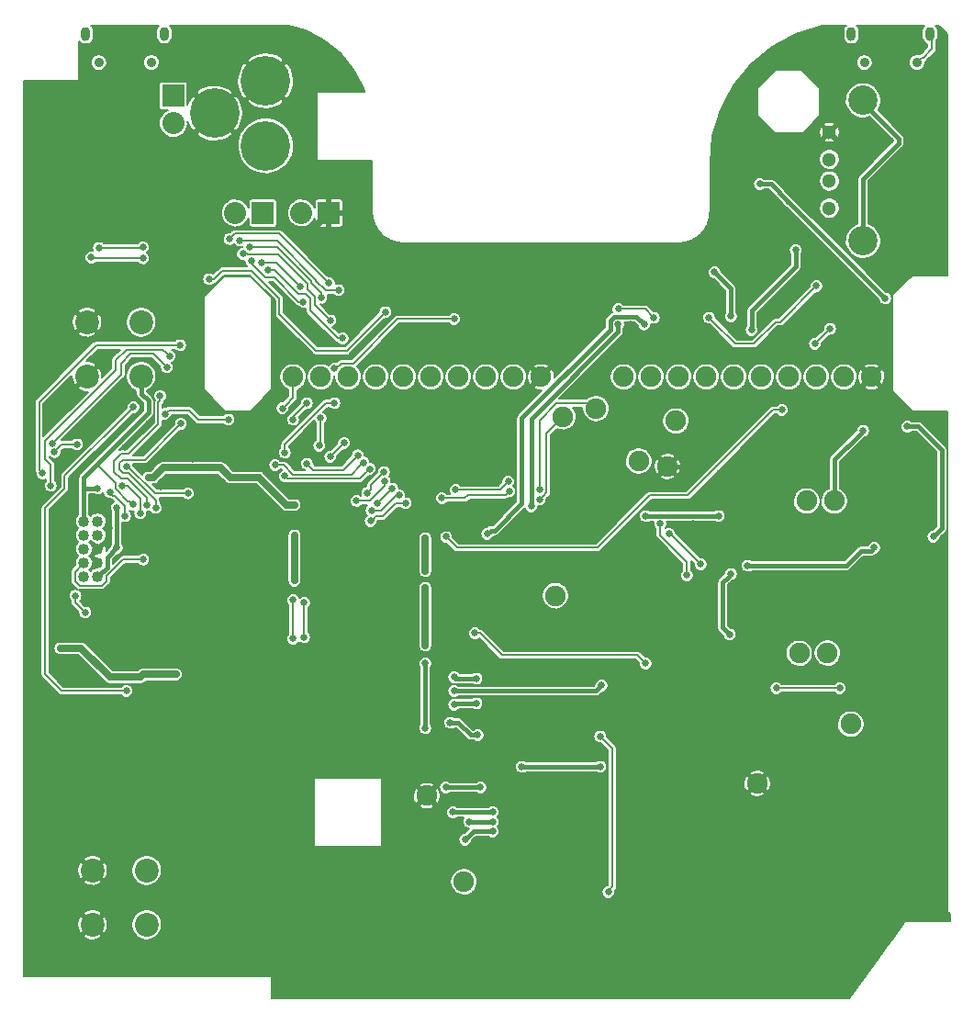
<source format=gbr>
G04 #@! TF.FileFunction,Copper,L2,Bot,Signal*
%FSLAX46Y46*%
G04 Gerber Fmt 4.6, Leading zero omitted, Abs format (unit mm)*
G04 Created by KiCad (PCBNEW 0.201505101954+5649~23~ubuntu14.04.1-product) date Mon 11 May 2015 11:57:15 AM PDT*
%MOMM*%
G01*
G04 APERTURE LIST*
%ADD10C,0.100000*%
%ADD11C,1.300000*%
%ADD12C,2.700000*%
%ADD13O,0.900000X1.300000*%
%ADD14C,0.900000*%
%ADD15C,2.200000*%
%ADD16R,2.032000X2.032000*%
%ADD17O,2.032000X2.032000*%
%ADD18C,4.572000*%
%ADD19C,1.016000*%
%ADD20C,1.900000*%
%ADD21C,0.635000*%
%ADD22C,0.635000*%
%ADD23C,0.381000*%
%ADD24C,0.203200*%
%ADD25C,0.205740*%
G04 APERTURE END LIST*
D10*
D11*
X125660000Y-71390000D03*
X125660000Y-68890000D03*
X125660000Y-73390000D03*
X125660000Y-75890000D03*
D12*
X128760000Y-65940000D03*
X128760000Y-78890000D03*
D13*
X127693000Y-59817000D03*
X134943000Y-59817000D03*
D14*
X128893000Y-62467000D03*
X133743000Y-62467000D03*
D15*
X57190000Y-91400000D03*
X62190000Y-91400000D03*
X57190000Y-86400000D03*
X62190000Y-86400000D03*
D16*
X79502000Y-76327000D03*
D17*
X76962000Y-76327000D03*
D18*
X73660000Y-70134480D03*
X73660000Y-64135000D03*
X68961000Y-67134740D03*
D16*
X73406000Y-76327000D03*
D17*
X70866000Y-76327000D03*
D13*
X57081000Y-59817000D03*
X64331000Y-59817000D03*
D14*
X58281000Y-62467000D03*
X63131000Y-62467000D03*
D16*
X65151000Y-65532000D03*
D17*
X65151000Y-68072000D03*
D19*
X58166000Y-109855000D03*
X56896000Y-109855000D03*
X58166000Y-108585000D03*
X56896000Y-108585000D03*
X58166000Y-107315000D03*
X56896000Y-107315000D03*
X58166000Y-106045000D03*
X56896000Y-106045000D03*
X58166000Y-104775000D03*
X56896000Y-104775000D03*
D15*
X57698000Y-141946000D03*
X62698000Y-141946000D03*
X57698000Y-136946000D03*
X62698000Y-136946000D03*
D20*
X76200000Y-91440000D03*
X83820000Y-91440000D03*
X88900000Y-91440000D03*
X111506000Y-95504000D03*
X86360000Y-91440000D03*
X91440000Y-91440000D03*
X93980000Y-91440000D03*
X81280000Y-91440000D03*
X78740000Y-91440000D03*
X121920000Y-91440000D03*
X124460000Y-91440000D03*
X111760000Y-91440000D03*
X109220000Y-91440000D03*
X114300000Y-91440000D03*
X116840000Y-91440000D03*
X119380000Y-91440000D03*
X101092000Y-95123000D03*
X104140000Y-94361000D03*
X106680000Y-91440000D03*
X110731300Y-99695000D03*
X126111000Y-102870000D03*
X122872500Y-116903500D03*
X127000000Y-91440000D03*
X125476000Y-116903500D03*
X96520000Y-91440000D03*
X100406200Y-111607600D03*
X91948000Y-137985500D03*
X108077000Y-99187000D03*
X127635000Y-123444000D03*
X123571000Y-102870000D03*
X118999000Y-128905000D03*
X88519000Y-130048000D03*
X99060000Y-91440000D03*
X129540000Y-91440000D03*
D21*
X88392000Y-110871000D03*
X88392000Y-109347000D03*
X88392000Y-116205000D03*
X88392000Y-117856000D03*
X88392000Y-123825000D03*
X88392000Y-106299000D03*
X116586000Y-85852000D03*
X115062000Y-81788000D03*
X93726000Y-108839000D03*
X93345000Y-104648000D03*
X94615000Y-104648000D03*
X134112000Y-117983000D03*
X134112000Y-113665000D03*
X135001000Y-114554000D03*
X113538000Y-112776000D03*
X113538000Y-111506000D03*
X121285000Y-110236000D03*
X121285000Y-111506000D03*
X120650000Y-84328000D03*
X121920006Y-84328000D03*
X120650000Y-76580996D03*
X123444000Y-61468000D03*
X118999000Y-63246000D03*
X132461000Y-68453000D03*
X131262391Y-69657195D03*
X132715000Y-66421000D03*
X118491000Y-68072000D03*
X129540000Y-67945000D03*
X129217407Y-71686409D03*
X58674000Y-81280000D03*
X66479645Y-101218032D03*
X62555277Y-99750723D03*
X61481629Y-92857710D03*
X58663347Y-84064647D03*
X61481640Y-89942295D03*
X61478780Y-87884000D03*
X61817266Y-84822731D03*
X61817270Y-78867000D03*
X61817270Y-72644000D03*
X61817270Y-81153000D03*
X58417460Y-71005700D03*
X58547000Y-75742800D03*
X58661300Y-78679040D03*
X58477130Y-67056000D03*
X62883365Y-67218796D03*
X74549000Y-93726000D03*
X82299791Y-113779287D03*
X92583000Y-135509000D03*
X92583000Y-139827000D03*
X73787000Y-136398000D03*
X73279000Y-134239000D03*
X67183000Y-128397000D03*
X84903961Y-129091039D03*
X88265000Y-134505690D03*
X75438000Y-87376000D03*
X75565000Y-84709000D03*
X78232000Y-87884000D03*
X77216000Y-88900000D03*
X78105000Y-89916000D03*
X89281000Y-105791000D03*
X85725000Y-104902000D03*
X87249000Y-103759000D03*
X86868000Y-101092000D03*
X80262485Y-99354890D03*
X84963000Y-93599000D03*
X82423000Y-93599000D03*
X81447893Y-98169487D03*
X84387039Y-99246039D03*
X75311000Y-106553000D03*
X77165210Y-105029000D03*
X82042000Y-101600000D03*
X80166166Y-109728719D03*
X63106310Y-92812671D03*
X63500000Y-87503000D03*
X63246000Y-90170000D03*
X53721000Y-94742000D03*
X52959000Y-91948000D03*
X52578000Y-81280000D03*
X53467000Y-66167000D03*
X54356000Y-118364000D03*
X94361000Y-80137000D03*
X102870000Y-80391000D03*
X115443000Y-72263000D03*
X114935000Y-79248000D03*
X123190000Y-77724000D03*
X123444000Y-75057000D03*
X126492000Y-77470000D03*
X124968000Y-79375000D03*
X124333000Y-89662000D03*
X107315000Y-86601231D03*
X110236000Y-85217000D03*
X115316000Y-84709000D03*
X100958849Y-96587662D03*
X107950000Y-95250000D03*
X113030000Y-93345000D03*
X115570000Y-93345000D03*
X115570000Y-100330000D03*
X122555000Y-105410000D03*
X130175000Y-105410000D03*
X97282000Y-93853000D03*
X95250000Y-92710000D03*
X77851000Y-109728000D03*
X86233000Y-110363000D03*
X93472000Y-110871000D03*
X89535000Y-123698000D03*
X91686370Y-122428000D03*
X75438000Y-121920000D03*
X74676000Y-116332000D03*
X79502000Y-117729000D03*
X87122000Y-115951000D03*
X87122000Y-114300000D03*
X94361000Y-114300000D03*
X99187000Y-116078000D03*
X98425000Y-117983000D03*
X107442000Y-115951000D03*
X104648000Y-118745000D03*
X107061000Y-118745000D03*
X114808000Y-121412000D03*
X109728000Y-124460000D03*
X104521000Y-129667000D03*
X108331000Y-129667000D03*
X94615000Y-134366000D03*
X99060000Y-134366000D03*
X99060000Y-141732000D03*
X93726000Y-141605000D03*
X78867000Y-141351000D03*
X76454000Y-142494000D03*
X52705000Y-145415000D03*
X106553000Y-101092000D03*
X103124000Y-98806000D03*
X62899178Y-95713638D03*
X64008000Y-96647000D03*
X95369281Y-107999507D03*
X98872052Y-107999507D03*
X72724394Y-101595816D03*
X72182992Y-98806000D03*
X66975928Y-98983780D03*
X65405000Y-98044000D03*
X61791860Y-68961000D03*
X62547510Y-64516000D03*
X58479039Y-95698961D03*
X60706000Y-97917000D03*
X64008000Y-101549210D03*
X121158000Y-87121986D03*
X94996000Y-101219000D03*
X92964000Y-101219000D03*
X58737550Y-116840000D03*
X66040000Y-124460000D03*
X68326000Y-123190002D03*
X59308998Y-114554000D03*
X99695000Y-126619000D03*
X102997000Y-126619000D03*
X108458000Y-126619000D03*
X112395000Y-126619000D03*
X134112000Y-116332001D03*
X130556000Y-111887000D03*
X130555997Y-113156997D03*
X128524000Y-113157000D03*
X128524000Y-111887004D03*
X127635000Y-106172001D03*
X119761000Y-97663000D03*
X120904000Y-96647000D03*
X121793000Y-97409000D03*
X130175000Y-98044002D03*
X128905000Y-98044000D03*
X130175002Y-100076000D03*
X128905000Y-100076000D03*
X134747000Y-97917000D03*
X135432790Y-96197401D03*
X119634000Y-76200000D03*
X119634000Y-74930000D03*
X119634000Y-71120000D03*
X122555000Y-87376000D03*
X119126000Y-81026000D03*
X119125998Y-79756000D03*
X121031000Y-79756000D03*
X121031000Y-81026000D03*
X123444000Y-82931000D03*
X124333000Y-84719210D03*
X126746000Y-87122000D03*
X126746000Y-83058000D03*
X67453256Y-114300000D03*
X64989415Y-113757415D03*
X62035039Y-114232039D03*
X62865000Y-116967000D03*
X64545143Y-124303857D03*
X63148143Y-123541857D03*
X65307142Y-125065857D03*
X60833000Y-116078000D03*
X60838275Y-114793793D03*
X130556000Y-61196298D03*
X135542523Y-62267532D03*
X60826865Y-108953730D03*
X118046181Y-111103210D03*
X116776181Y-111103210D03*
X118046179Y-113135210D03*
X116776179Y-113135211D03*
X124968000Y-99695000D03*
X124968000Y-100965000D03*
X103251000Y-137922000D03*
X101473000Y-137922000D03*
X98552000Y-121793000D03*
X98552000Y-123571000D03*
X92964000Y-100203000D03*
X94996000Y-100203000D03*
X90932000Y-96520000D03*
X91694000Y-95250000D03*
X98171000Y-105791000D03*
X97028000Y-105791000D03*
X100076000Y-130556000D03*
X98171000Y-131445000D03*
X123571000Y-101346000D03*
X125857000Y-92953790D03*
X94742000Y-136398000D03*
X100711000Y-105664000D03*
X100711000Y-101981000D03*
X94996000Y-117856000D03*
X90932000Y-117856000D03*
X100711000Y-118745000D03*
X104394000Y-115189000D03*
X107823000Y-111633000D03*
X111252000Y-108204000D03*
X113080790Y-106426000D03*
X113469402Y-98737402D03*
X94488000Y-138684000D03*
X88392000Y-127127000D03*
X129794000Y-86995000D03*
X129792491Y-81057285D03*
X113030000Y-147955000D03*
X125730000Y-147955000D03*
X53999493Y-121666000D03*
X75438000Y-109474000D03*
X68961000Y-117094000D03*
X69469000Y-115951000D03*
X61771518Y-118160780D03*
X59563000Y-118110000D03*
X60579000Y-113284000D03*
X63627000Y-112348955D03*
X113929121Y-116838905D03*
X115186356Y-116838905D03*
X67310000Y-62611000D03*
X59309000Y-63500000D03*
X59309000Y-61341000D03*
X74422000Y-96139000D03*
X66548000Y-70104000D03*
X67564000Y-70866000D03*
X60706000Y-65913000D03*
X59232790Y-105410000D03*
X60655210Y-105410000D03*
X67310000Y-59817000D03*
X55753000Y-101092000D03*
X71247000Y-95758000D03*
X70866003Y-108847003D03*
X70866003Y-110684503D03*
X69028503Y-110684503D03*
X69028503Y-108847003D03*
X67191003Y-108847003D03*
X67191003Y-110684503D03*
X65353503Y-110684503D03*
X65353503Y-108847003D03*
X65353503Y-107009503D03*
X67191003Y-107009503D03*
X69028503Y-107009503D03*
X70866003Y-107009503D03*
X70866003Y-105172003D03*
X69028503Y-105172003D03*
X67191003Y-105172003D03*
X65353503Y-105172003D03*
X54864000Y-99187000D03*
X131953000Y-60573900D03*
X91567000Y-132334000D03*
X98425000Y-84455000D03*
X102270855Y-105572855D03*
X108585000Y-107061000D03*
X87630000Y-147955000D03*
X100330000Y-147955000D03*
X105029000Y-142494000D03*
X106426000Y-144907000D03*
X93726000Y-145161000D03*
X81407000Y-145415000D03*
X79121000Y-146050000D03*
X66040000Y-120523000D03*
X66099039Y-117534039D03*
X92583000Y-126746000D03*
X67310000Y-139700000D03*
X56515000Y-122301000D03*
X57785000Y-112268000D03*
X102870000Y-91960680D03*
X104660680Y-134239000D03*
X106286320Y-134239000D03*
X102362000Y-119507000D03*
X93599000Y-122428000D03*
X124206000Y-117729000D03*
X121899452Y-118006288D03*
X128742986Y-106140535D03*
X122555000Y-109855000D03*
X119888000Y-106680000D03*
X126111000Y-121158000D03*
X126111000Y-118808500D03*
X119888000Y-120586500D03*
X132969000Y-120904000D03*
X132461000Y-109220000D03*
X135509000Y-108077000D03*
X135001000Y-104775000D03*
X121793000Y-102997000D03*
X125730000Y-96012000D03*
X127889000Y-95377000D03*
X113131579Y-104978220D03*
X114681000Y-105156000D03*
X104013000Y-106553000D03*
X109093000Y-105156000D03*
X105029000Y-105156000D03*
X124206000Y-115824000D03*
X121158000Y-116332000D03*
X113850402Y-107754402D03*
X116840002Y-122174000D03*
X118295402Y-122758210D03*
X76073000Y-119748310D03*
X76835000Y-121031000D03*
X126111000Y-61345215D03*
X126492000Y-70485000D03*
X124460000Y-70612000D03*
X122428000Y-71374000D03*
X122682000Y-74168000D03*
X124587000Y-74168000D03*
X126746000Y-74041000D03*
X133459776Y-61538535D03*
X130048000Y-76200000D03*
X133858000Y-81280000D03*
X69215000Y-71755000D03*
X68453000Y-76962000D03*
X72009000Y-74803000D03*
X75311000Y-77470000D03*
X68685590Y-114736918D03*
X63881000Y-121031000D03*
X58223130Y-87884000D03*
X58223130Y-89561029D03*
X129032000Y-122682000D03*
X124333000Y-127254000D03*
X135890000Y-120650000D03*
X135382000Y-132969000D03*
X134493000Y-140081000D03*
X124206000Y-123825000D03*
X132715000Y-63754000D03*
X129908581Y-63872874D03*
X126873000Y-62738000D03*
X66228453Y-80325453D03*
X113131579Y-103107725D03*
X92075000Y-97028000D03*
X93345000Y-97028000D03*
X133477000Y-98425000D03*
X133477000Y-99695000D03*
X131445000Y-116459000D03*
X130175000Y-116459000D03*
X130175000Y-108712000D03*
X128905000Y-108712000D03*
X73025000Y-100711000D03*
X70866000Y-100711000D03*
X59944000Y-107188000D03*
X62865000Y-100711000D03*
X76327000Y-103251000D03*
X76327000Y-110236000D03*
X54737000Y-116459000D03*
X59944002Y-103505000D03*
X65405006Y-118872000D03*
X76327004Y-106045000D03*
X58166000Y-101727000D03*
X61425705Y-103208705D03*
X64560374Y-90546208D03*
X53994100Y-97555100D03*
X66507473Y-102184200D03*
X56261000Y-97663000D03*
X60833000Y-99695000D03*
X54194476Y-98369010D03*
X65773271Y-88519000D03*
X53086020Y-100330000D03*
X64789906Y-89518914D03*
X53848000Y-101473000D03*
X62377304Y-108276396D03*
X110871000Y-105918000D03*
X113791998Y-108712000D03*
X77216000Y-115443000D03*
X77216000Y-112268000D03*
X121285000Y-94488000D03*
X90297000Y-106172000D03*
X92963996Y-115062000D03*
X76200000Y-115570006D03*
X76200000Y-112014000D03*
X108712000Y-117856000D03*
X126619000Y-120142000D03*
X120777000Y-120142000D03*
X83962627Y-103104466D03*
X85344000Y-101727000D03*
X62360125Y-79505677D03*
X58291844Y-79547454D03*
X70342373Y-78720466D03*
X60452000Y-101460320D03*
X79502000Y-82804000D03*
X106198054Y-85178805D03*
X109474001Y-85978999D03*
X114554000Y-85979000D03*
X62103000Y-104013000D03*
X124460000Y-83058000D03*
X57590403Y-80435497D03*
X62360125Y-80514323D03*
X59290467Y-102069688D03*
X80391000Y-83439000D03*
X124333000Y-88392000D03*
X125730000Y-86995000D03*
X60706000Y-104267000D03*
X71266416Y-78854260D03*
X97282000Y-127381000D03*
X104521000Y-127381000D03*
X61481640Y-94234000D03*
X75231387Y-94323795D03*
X64389040Y-94836863D03*
X70231000Y-95377000D03*
X60833000Y-120396000D03*
X104647996Y-119888000D03*
X91059004Y-120396000D03*
X94615000Y-132461000D03*
X92456000Y-132461000D03*
X115443000Y-104267000D03*
X108712004Y-104267000D03*
X94107000Y-105918000D03*
X108585000Y-86601226D03*
X118491000Y-87122000D03*
X122555000Y-79756000D03*
X90678000Y-123317000D03*
X93218000Y-124460000D03*
X94615000Y-131572000D03*
X90932000Y-131572000D03*
X93472000Y-129286000D03*
X90297000Y-129285996D03*
X94615000Y-133350000D03*
X92074996Y-134112000D03*
X83361715Y-104732085D03*
X86573904Y-103079498D03*
X89928680Y-102616000D03*
X98933000Y-102743000D03*
X96116138Y-101978745D03*
X91186000Y-101854000D03*
X83439000Y-103759000D03*
X85979000Y-102362004D03*
X98933000Y-101854000D03*
X96050116Y-101092000D03*
X84582000Y-100203000D03*
X83036796Y-102129204D03*
X84640494Y-101043754D03*
X82040664Y-102867931D03*
X80899006Y-97536000D03*
X79629000Y-98806000D03*
X78613000Y-97790000D03*
X78740000Y-95250000D03*
X82159995Y-98667706D03*
X77470000Y-99441000D03*
X83272616Y-99918398D03*
X75437994Y-100584000D03*
X76200000Y-95377000D03*
X77470000Y-93853000D03*
X82682395Y-99323219D03*
X74549000Y-99568000D03*
X80010000Y-93853000D03*
X91059000Y-86106000D03*
X80010000Y-90665310D03*
X75438000Y-98425000D03*
X84709000Y-85471000D03*
X68453000Y-82423000D03*
X80772000Y-87884000D03*
X73864236Y-81620144D03*
X76880368Y-83105776D03*
X73279000Y-80899000D03*
X77148047Y-84522953D03*
X72352648Y-80759270D03*
X65843752Y-95757999D03*
X79629000Y-86233000D03*
X63533188Y-103516062D03*
X71569940Y-80098862D03*
X63938054Y-93194181D03*
X78799077Y-84129484D03*
X62738000Y-103251000D03*
X72173845Y-79490169D03*
X112522000Y-109728000D03*
X56120046Y-111619046D03*
X57023000Y-113157000D03*
X104521000Y-124587000D03*
X105283000Y-138938000D03*
X110060754Y-104978220D03*
X93108790Y-119253000D03*
X91059000Y-119126000D03*
X93108790Y-121539000D03*
X91059000Y-121666000D03*
X128778002Y-96393000D03*
X116585994Y-109601000D03*
X116459000Y-115189000D03*
X119253000Y-73660000D03*
X130810000Y-84201000D03*
X106172000Y-86601226D03*
X98171000Y-103378000D03*
X118110000Y-108839000D03*
X135255000Y-106172000D03*
X129794000Y-107188008D03*
X132842000Y-96012000D03*
D22*
X88392000Y-116205000D02*
X88392000Y-110871000D01*
X88392000Y-106299000D02*
X88392000Y-109347000D01*
D23*
X88392000Y-123825000D02*
X88392000Y-117856000D01*
X116586000Y-83312000D02*
X115379499Y-82105499D01*
X116586000Y-85852000D02*
X116586000Y-83312000D01*
X115379499Y-82105499D02*
X115062000Y-81788000D01*
X94615000Y-104648000D02*
X93345000Y-104648000D01*
X98872052Y-107999507D02*
X91071929Y-107999507D01*
X91071929Y-107999507D02*
X89585799Y-106513377D01*
X89585799Y-106513377D02*
X89585799Y-105830623D01*
X89585799Y-105830623D02*
X89955623Y-105460799D01*
X89955623Y-105460799D02*
X92597221Y-105460799D01*
X92597221Y-105460799D02*
X93765623Y-106629201D01*
X93765623Y-106629201D02*
X97332799Y-106629201D01*
X97332799Y-106629201D02*
X97853501Y-106108499D01*
X97853501Y-106108499D02*
X98171000Y-105791000D01*
X98872052Y-107999507D02*
X95369281Y-107999507D01*
X98171000Y-105791000D02*
X97028000Y-105791000D01*
D24*
X89281000Y-105791000D02*
X88392000Y-104902000D01*
X88392000Y-104902000D02*
X85725000Y-104902000D01*
X134112000Y-118432012D02*
X134112000Y-117983000D01*
X132969000Y-120904000D02*
X134112000Y-119761000D01*
X134112000Y-119761000D02*
X134112000Y-118432012D01*
D22*
X130555997Y-113156997D02*
X133603997Y-113156997D01*
X133794501Y-113347501D02*
X134112000Y-113665000D01*
X133603997Y-113156997D02*
X133794501Y-113347501D01*
X134683501Y-114871499D02*
X135001000Y-114554000D01*
X134112000Y-115443000D02*
X134683501Y-114871499D01*
X134112000Y-116332001D02*
X134112000Y-115443000D01*
D23*
X121734012Y-110236000D02*
X121285000Y-110236000D01*
X122555000Y-109855000D02*
X122174000Y-110236000D01*
X122174000Y-110236000D02*
X121734012Y-110236000D01*
D24*
X118999000Y-63246000D02*
X120777000Y-61468000D01*
X120777000Y-61468000D02*
X123444000Y-61468000D01*
X132715000Y-68199000D02*
X132461000Y-68453000D01*
X132715000Y-66421000D02*
X132715000Y-68199000D01*
X129217407Y-71686409D02*
X131246621Y-69657195D01*
X131246621Y-69657195D02*
X131262391Y-69657195D01*
X118173501Y-68389499D02*
X118491000Y-68072000D01*
X115443000Y-71120000D02*
X118173501Y-68389499D01*
X115443000Y-72263000D02*
X115443000Y-71120000D01*
X128193802Y-72710014D02*
X129217407Y-71686409D01*
X58224988Y-81280000D02*
X58674000Y-81280000D01*
X56968102Y-80734202D02*
X57513900Y-81280000D01*
X57513900Y-81280000D02*
X58224988Y-81280000D01*
X58661300Y-78679040D02*
X58212288Y-78679040D01*
X56968102Y-79923226D02*
X56968102Y-80734202D01*
X58212288Y-78679040D02*
X56968102Y-79923226D01*
X62103941Y-94741059D02*
X62103941Y-93935295D01*
X61407509Y-92837000D02*
X60785199Y-92214690D01*
X55753000Y-101092000D02*
X62103941Y-94741059D01*
X61481629Y-93312983D02*
X61481629Y-93306722D01*
X60785199Y-92214690D02*
X60785199Y-90638736D01*
X62928501Y-89852501D02*
X61571434Y-89852501D01*
X63106310Y-92812671D02*
X63594801Y-92324180D01*
X61428219Y-92857710D02*
X61481629Y-92857710D01*
X61407509Y-92837000D02*
X61428219Y-92857710D01*
X61368254Y-84822731D02*
X60785199Y-85405786D01*
X61817266Y-84822731D02*
X61368254Y-84822731D01*
X61481629Y-93306722D02*
X61481629Y-92857710D01*
X61930652Y-89942295D02*
X61481640Y-89942295D01*
X62754646Y-89942295D02*
X61930652Y-89942295D01*
X61164141Y-90259794D02*
X61481640Y-89942295D01*
X60785199Y-90638736D02*
X61164141Y-90259794D01*
X62103941Y-93935295D02*
X61481629Y-93312983D01*
X60785199Y-85405786D02*
X60785199Y-87190419D01*
X60785199Y-87190419D02*
X61161281Y-87566501D01*
X63246000Y-90170000D02*
X62928501Y-89852501D01*
X63594801Y-92324180D02*
X63594801Y-90782450D01*
X61571434Y-89852501D02*
X61481640Y-89942295D01*
X63594801Y-90782450D02*
X62754646Y-89942295D01*
X61161281Y-87566501D02*
X61478780Y-87884000D01*
X61817270Y-78417988D02*
X61817270Y-72644000D01*
X61817266Y-84822731D02*
X61817266Y-81153004D01*
X61817266Y-81153004D02*
X61817270Y-81153000D01*
X61817270Y-78867000D02*
X61817270Y-78417988D01*
X58547000Y-71135240D02*
X58417460Y-71005700D01*
X58547000Y-75742800D02*
X58547000Y-71135240D01*
X54356000Y-67056000D02*
X58028118Y-67056000D01*
X59309000Y-66224130D02*
X58794629Y-66738501D01*
X53467000Y-66167000D02*
X54356000Y-67056000D01*
X58794629Y-66738501D02*
X58477130Y-67056000D01*
X59309000Y-63500000D02*
X59309000Y-66224130D01*
X58028118Y-67056000D02*
X58477130Y-67056000D01*
X61791860Y-68961000D02*
X62883365Y-67869495D01*
X62883365Y-67667808D02*
X62883365Y-67218796D01*
X62883365Y-67869495D02*
X62883365Y-67667808D01*
D23*
X92583000Y-139827000D02*
X93291701Y-139118299D01*
X93291701Y-139118299D02*
X93291701Y-136217701D01*
X93291701Y-136217701D02*
X92583000Y-135509000D01*
X73279000Y-134239000D02*
X73279000Y-135890000D01*
X73279000Y-135890000D02*
X73787000Y-136398000D01*
X68326000Y-123190002D02*
X68326000Y-127254000D01*
X68326000Y-127254000D02*
X67183000Y-128397000D01*
D24*
X78232000Y-87884000D02*
X75565000Y-85217000D01*
X75565000Y-85217000D02*
X75565000Y-84709000D01*
X78105000Y-89916000D02*
X77216000Y-89027000D01*
X77216000Y-89027000D02*
X77216000Y-88900000D01*
X86106000Y-104902000D02*
X85725000Y-104902000D01*
X85407501Y-105219499D02*
X85725000Y-104902000D01*
X87249000Y-103759000D02*
X86106000Y-104902000D01*
X85407501Y-105346499D02*
X85407501Y-105219499D01*
X81418363Y-103709739D02*
X83182123Y-105473499D01*
X81418363Y-102223637D02*
X81418363Y-103709739D01*
X82042000Y-101600000D02*
X81418363Y-102223637D01*
X81025281Y-109728719D02*
X85407501Y-105346499D01*
X85280501Y-105473499D02*
X85407501Y-105346499D01*
X83182123Y-105473499D02*
X85280501Y-105473499D01*
X80166166Y-109728719D02*
X81025281Y-109728719D01*
X95250000Y-92710000D02*
X86868000Y-101092000D01*
X81447893Y-98169487D02*
X81447888Y-98169487D01*
X81447888Y-98169487D02*
X80262485Y-99354890D01*
X82423000Y-93599000D02*
X84963000Y-93599000D01*
X84387039Y-99246039D02*
X83186405Y-98045405D01*
X83186405Y-98045405D02*
X81571975Y-98045405D01*
X81571975Y-98045405D02*
X81447893Y-98169487D01*
X82042000Y-101600000D02*
X82491012Y-101600000D01*
X82491012Y-101600000D02*
X83894917Y-100196095D01*
X83894917Y-100196095D02*
X83894917Y-99738161D01*
X83894917Y-99738161D02*
X84387039Y-99246039D01*
X77851000Y-109728000D02*
X80165447Y-109728000D01*
X80165447Y-109728000D02*
X80166166Y-109728719D01*
X63106310Y-92812671D02*
X63106310Y-93171470D01*
X63106310Y-93171470D02*
X63360310Y-93425470D01*
X63360310Y-93425470D02*
X63360310Y-95252506D01*
X63360310Y-95252506D02*
X63216677Y-95396139D01*
X63216677Y-95396139D02*
X62899178Y-95713638D01*
X63246000Y-90170000D02*
X63594801Y-90518801D01*
X63594801Y-90518801D02*
X63594801Y-92324180D01*
X52578000Y-81280000D02*
X52578000Y-91567000D01*
X52578000Y-91567000D02*
X52959000Y-91948000D01*
X90355988Y-122428000D02*
X89535000Y-123248988D01*
X89535000Y-123248988D02*
X89535000Y-123698000D01*
X91686370Y-122428000D02*
X90355988Y-122428000D01*
X55753000Y-101092000D02*
X55753000Y-109153250D01*
X55753000Y-109153250D02*
X54114691Y-110791559D01*
X54114691Y-110791559D02*
X54114691Y-118122691D01*
X54114691Y-118122691D02*
X54356000Y-118364000D01*
X114935000Y-79248000D02*
X104013000Y-79248000D01*
X104013000Y-79248000D02*
X102870000Y-80391000D01*
X123190000Y-77724000D02*
X121666000Y-79248000D01*
X121666000Y-79248000D02*
X114935000Y-79248000D01*
X126492000Y-77470000D02*
X125826894Y-77470000D01*
X125826894Y-77470000D02*
X123444000Y-75087106D01*
X123444000Y-75087106D02*
X123444000Y-75057000D01*
X124333000Y-89662000D02*
X126352301Y-87642699D01*
X126352301Y-87642699D02*
X126352301Y-80759301D01*
X126352301Y-80759301D02*
X124968000Y-79375000D01*
X115316000Y-84709000D02*
X114808000Y-85217000D01*
X114808000Y-85217000D02*
X110236000Y-85217000D01*
X113030000Y-93345000D02*
X109855000Y-93345000D01*
X109855000Y-93345000D02*
X107950000Y-95250000D01*
X113469402Y-98737402D02*
X113469402Y-95445598D01*
X113469402Y-95445598D02*
X115570000Y-93345000D01*
X130175002Y-100076000D02*
X130175002Y-105409998D01*
X130175002Y-105409998D02*
X130175000Y-105410000D01*
X118999000Y-128905000D02*
X117475000Y-127381000D01*
X117475000Y-127381000D02*
X117475000Y-121539000D01*
X95250000Y-92710000D02*
X96139000Y-92710000D01*
X96139000Y-92710000D02*
X97282000Y-93853000D01*
X86233000Y-110363000D02*
X85598000Y-109728000D01*
X85598000Y-109728000D02*
X77851000Y-109728000D01*
X68961000Y-117094000D02*
X70612000Y-117094000D01*
X70612000Y-117094000D02*
X75438000Y-121920000D01*
X79502000Y-117729000D02*
X76073000Y-117729000D01*
X76073000Y-117729000D02*
X74676000Y-116332000D01*
X87122000Y-114300000D02*
X87122000Y-115951000D01*
X99187000Y-116078000D02*
X96139000Y-116078000D01*
X96139000Y-116078000D02*
X94361000Y-114300000D01*
X94996000Y-117856000D02*
X98298000Y-117856000D01*
X98298000Y-117856000D02*
X98425000Y-117983000D01*
X114808000Y-121412000D02*
X109728000Y-121412000D01*
X109728000Y-121412000D02*
X107061000Y-118745000D01*
X108458000Y-126619000D02*
X108458000Y-125730000D01*
X108458000Y-125730000D02*
X109728000Y-124460000D01*
X99060000Y-134366000D02*
X94615000Y-134366000D01*
X93726000Y-141605000D02*
X98933000Y-141605000D01*
X98933000Y-141605000D02*
X99060000Y-141732000D01*
X76454000Y-142494000D02*
X77597000Y-141351000D01*
X77597000Y-141351000D02*
X78867000Y-141351000D01*
X57698000Y-141946000D02*
X54229000Y-145415000D01*
X54229000Y-145415000D02*
X52705000Y-145415000D01*
X103124000Y-98806000D02*
X104267000Y-98806000D01*
X104267000Y-98806000D02*
X106553000Y-101092000D01*
X65405000Y-98044000D02*
X66466053Y-96982947D01*
X64325499Y-96329501D02*
X64008000Y-96647000D01*
X65519302Y-95135698D02*
X64325499Y-96329501D01*
X66142457Y-95135698D02*
X65519302Y-95135698D01*
X66466053Y-95459294D02*
X66142457Y-95135698D01*
X66466053Y-96982947D02*
X66466053Y-95459294D01*
X87249000Y-128778000D02*
X87249000Y-128270000D01*
X87249000Y-128270000D02*
X88392000Y-127127000D01*
X88519000Y-130048000D02*
X87249000Y-128778000D01*
X66658429Y-98666281D02*
X66975928Y-98983780D01*
X65405000Y-98044000D02*
X66036148Y-98044000D01*
X66036148Y-98044000D02*
X66658429Y-98666281D01*
X59309000Y-63500000D02*
X61531510Y-63500000D01*
X61531510Y-63500000D02*
X62547510Y-64516000D01*
X58737550Y-117284550D02*
X58737550Y-116840000D01*
X59563000Y-118110000D02*
X58737550Y-117284550D01*
X60261499Y-113601499D02*
X59626497Y-114236501D01*
X60579000Y-113284000D02*
X60261499Y-113601499D01*
X59626497Y-114236501D02*
X59308998Y-114554000D01*
X99695000Y-126619000D02*
X99695000Y-124714000D01*
X99695000Y-124714000D02*
X98552000Y-123571000D01*
X102997000Y-126619000D02*
X99695000Y-126619000D01*
X112395000Y-126619000D02*
X108458000Y-126619000D01*
D23*
X124587000Y-101346000D02*
X124968000Y-100965000D01*
X123571000Y-101346000D02*
X124587000Y-101346000D01*
X124968000Y-100965000D02*
X124968000Y-99695000D01*
X124079000Y-99695000D02*
X121793000Y-97409000D01*
X124968000Y-99695000D02*
X124079000Y-99695000D01*
X120015000Y-97409000D02*
X119761000Y-97663000D01*
X121793000Y-97409000D02*
X120015000Y-97409000D01*
X121031000Y-96647000D02*
X121793000Y-97409000D01*
X120904000Y-96647000D02*
X121031000Y-96647000D01*
X122163790Y-96647000D02*
X125857000Y-92953790D01*
X120904000Y-96647000D02*
X122163790Y-96647000D01*
X128026210Y-92953790D02*
X129540000Y-91440000D01*
X125857000Y-92953790D02*
X128026210Y-92953790D01*
X104267000Y-115189000D02*
X104394000Y-115189000D01*
X107823000Y-111633000D02*
X111252000Y-108204000D01*
X112511804Y-99695000D02*
X113469402Y-98737402D01*
X110731300Y-99695000D02*
X112511804Y-99695000D01*
D24*
X62865000Y-116967000D02*
X61771518Y-118060482D01*
X61771518Y-118060482D02*
X61771518Y-118160780D01*
X63580955Y-112395000D02*
X63627000Y-112348955D01*
X87249000Y-133489690D02*
X88265000Y-134505690D01*
X87249000Y-131318000D02*
X87249000Y-133489690D01*
X88519000Y-130048000D02*
X87249000Y-131318000D01*
X61720738Y-118110000D02*
X61771518Y-118160780D01*
X59563000Y-118110000D02*
X61720738Y-118110000D01*
X55658006Y-99187000D02*
X54864000Y-99187000D01*
X58479039Y-96365967D02*
X55658006Y-99187000D01*
X58479039Y-95698961D02*
X58479039Y-96365967D01*
D23*
X132339100Y-60960000D02*
X132270499Y-60891399D01*
X132270499Y-60891399D02*
X131953000Y-60573900D01*
X134493000Y-60960000D02*
X132339100Y-60960000D01*
D24*
X84903961Y-129091039D02*
X88146922Y-132334000D01*
X88146922Y-132334000D02*
X91117988Y-132334000D01*
X91117988Y-132334000D02*
X91567000Y-132334000D01*
X98806000Y-84455000D02*
X98425000Y-84455000D01*
X102870000Y-80391000D02*
X98806000Y-84455000D01*
X104267000Y-141732000D02*
X105029000Y-142494000D01*
X99060000Y-141732000D02*
X104267000Y-141732000D01*
X105029000Y-143510000D02*
X106426000Y-144907000D01*
X105029000Y-142494000D02*
X105029000Y-143510000D01*
X96393000Y-142494000D02*
X93726000Y-145161000D01*
X105029000Y-142494000D02*
X96393000Y-142494000D01*
X81661000Y-145161000D02*
X81407000Y-145415000D01*
X93726000Y-145161000D02*
X81661000Y-145161000D01*
X79756000Y-145415000D02*
X79121000Y-146050000D01*
X81407000Y-145415000D02*
X79756000Y-145415000D01*
X66040000Y-117593078D02*
X66099039Y-117534039D01*
X66040000Y-120523000D02*
X66040000Y-117593078D01*
X87249000Y-126746000D02*
X92583000Y-126746000D01*
X84903961Y-129091039D02*
X87249000Y-126746000D01*
X92583000Y-126746000D02*
X74803000Y-126746000D01*
X67310000Y-134239000D02*
X67310000Y-139700000D01*
X74803000Y-126746000D02*
X67310000Y-134239000D01*
X55880000Y-121666000D02*
X53999493Y-121666000D01*
X56515000Y-122301000D02*
X55880000Y-121666000D01*
X58801000Y-113284000D02*
X60579000Y-113284000D01*
X57785000Y-112268000D02*
X58801000Y-113284000D01*
X104660680Y-91960680D02*
X103319012Y-91960680D01*
X107950000Y-95250000D02*
X104660680Y-91960680D01*
X103319012Y-91960680D02*
X102870000Y-91960680D01*
X75311000Y-106053922D02*
X75311000Y-106103988D01*
X77165210Y-105029000D02*
X76335922Y-105029000D01*
X76335922Y-105029000D02*
X75311000Y-106053922D01*
X75311000Y-106103988D02*
X75311000Y-106553000D01*
X104533680Y-134366000D02*
X104660680Y-134239000D01*
X99060000Y-134366000D02*
X104533680Y-134366000D01*
X106286320Y-133789988D02*
X106286320Y-134239000D01*
X108331000Y-129667000D02*
X106286320Y-131711680D01*
X106286320Y-131711680D02*
X106286320Y-133789988D01*
X104648000Y-118745000D02*
X105097012Y-118745000D01*
X105097012Y-118745000D02*
X107061000Y-118745000D01*
D23*
X113929121Y-116838905D02*
X115186356Y-116838905D01*
D24*
X126206506Y-118808500D02*
X126111000Y-118808500D01*
X127241301Y-119843295D02*
X126206506Y-118808500D01*
X127241301Y-120476711D02*
X127241301Y-119843295D01*
X126560012Y-121158000D02*
X127241301Y-120476711D01*
X126111000Y-121158000D02*
X126560012Y-121158000D01*
X133604000Y-108077000D02*
X135509000Y-108077000D01*
X132461000Y-109220000D02*
X133604000Y-108077000D01*
X134505699Y-105270301D02*
X134683501Y-105092499D01*
X135509000Y-108077000D02*
X134505699Y-107073699D01*
X134683501Y-105092499D02*
X135001000Y-104775000D01*
X134505699Y-107073699D02*
X134505699Y-105270301D01*
X127254000Y-96012000D02*
X127889000Y-95377000D01*
X125730000Y-96012000D02*
X127254000Y-96012000D01*
D23*
X113080790Y-105029009D02*
X113131579Y-104978220D01*
X113080790Y-106426000D02*
X113080790Y-105029009D01*
D24*
X122555000Y-105410000D02*
X115443000Y-105410000D01*
X115443000Y-105410000D02*
X115379499Y-105473501D01*
X116141499Y-100901499D02*
X116141499Y-104711501D01*
X116141499Y-104711501D02*
X115379499Y-105473501D01*
X115570000Y-100330000D02*
X116141499Y-100901499D01*
X115379499Y-105473501D02*
X114998501Y-105473501D01*
X114998501Y-105473501D02*
X114998499Y-105473499D01*
X114998499Y-105473499D02*
X114681000Y-105156000D01*
X108585000Y-105664000D02*
X109093000Y-105156000D01*
X108585000Y-107061000D02*
X108585000Y-105664000D01*
X104013000Y-106172000D02*
X105029000Y-105156000D01*
X104013000Y-106553000D02*
X104013000Y-106172000D01*
D23*
X121983499Y-115506501D02*
X121158000Y-116332000D01*
X123888501Y-115506501D02*
X121983499Y-115506501D01*
X124206000Y-115824000D02*
X123888501Y-115506501D01*
D24*
X119888000Y-120586500D02*
X118300500Y-122174000D01*
X118300500Y-122174000D02*
X117289014Y-122174000D01*
X117289014Y-122174000D02*
X116840002Y-122174000D01*
X78092310Y-117729000D02*
X76073000Y-119748310D01*
X79502000Y-117729000D02*
X78092310Y-117729000D01*
X76073000Y-120269000D02*
X76835000Y-121031000D01*
X76073000Y-119748310D02*
X76073000Y-120269000D01*
X124904499Y-70167501D02*
X124460000Y-70612000D01*
X126174501Y-70167501D02*
X124904499Y-70167501D01*
X126492000Y-70485000D02*
X126174501Y-70167501D01*
X122428000Y-71374000D02*
X122428000Y-72263000D01*
X122428000Y-72263000D02*
X122428000Y-73914000D01*
X122428000Y-73914000D02*
X122682000Y-74168000D01*
X124904499Y-74485499D02*
X126301501Y-74485499D01*
X126301501Y-74485499D02*
X126746000Y-74041000D01*
X124587000Y-74168000D02*
X124904499Y-74485499D01*
X133858000Y-80010000D02*
X133858000Y-81280000D01*
X130048000Y-76200000D02*
X133858000Y-80010000D01*
X64135000Y-72644000D02*
X68453000Y-76962000D01*
X61817270Y-72644000D02*
X64135000Y-72644000D01*
D22*
X75704701Y-77863701D02*
X75311000Y-77470000D01*
X77965299Y-77863701D02*
X75704701Y-77863701D01*
X79502000Y-76327000D02*
X77965299Y-77863701D01*
D24*
X64389000Y-120523000D02*
X63881000Y-121031000D01*
X66040000Y-120523000D02*
X64389000Y-120523000D01*
X58663347Y-84064647D02*
X58663347Y-87443783D01*
X58663347Y-87443783D02*
X58540629Y-87566501D01*
X58540629Y-87566501D02*
X58223130Y-87884000D01*
X126492000Y-127254000D02*
X124333000Y-127254000D01*
X129032000Y-124714000D02*
X126492000Y-127254000D01*
X129032000Y-122682000D02*
X129032000Y-124714000D01*
X135382000Y-121158000D02*
X135382000Y-132969000D01*
X135890000Y-120650000D02*
X135382000Y-121158000D01*
X134493000Y-140081000D02*
X134112000Y-140462000D01*
X134112000Y-140462000D02*
X130302000Y-140462000D01*
X125730000Y-145034000D02*
X125730000Y-147955000D01*
X130302000Y-140462000D02*
X125730000Y-145034000D01*
X132988199Y-62010112D02*
X133459776Y-61538535D01*
X132988199Y-62829305D02*
X132988199Y-62010112D01*
X132715000Y-63102504D02*
X132988199Y-62829305D01*
X132715000Y-63627000D02*
X132715000Y-63102504D01*
X132715000Y-63627000D02*
X132715000Y-63754000D01*
X128328988Y-67945000D02*
X129090988Y-67945000D01*
X126796790Y-66412802D02*
X128328988Y-67945000D01*
X129090988Y-67945000D02*
X129540000Y-67945000D01*
X126796790Y-63263222D02*
X126796790Y-66412802D01*
X126873000Y-63187012D02*
X126796790Y-63263222D01*
X129459569Y-63872874D02*
X129908581Y-63872874D01*
X127558862Y-63872874D02*
X129459569Y-63872874D01*
X126873000Y-63187012D02*
X127558862Y-63872874D01*
X126873000Y-62738000D02*
X126873000Y-63187012D01*
X123566785Y-61345215D02*
X123444000Y-61468000D01*
X126111000Y-61345215D02*
X123566785Y-61345215D01*
D23*
X133477000Y-99695000D02*
X133477000Y-98425000D01*
D22*
X73025000Y-100711000D02*
X70866000Y-100711000D01*
X73025000Y-100711000D02*
X75565000Y-103251000D01*
X75565000Y-103251000D02*
X76327000Y-103251000D01*
X69527988Y-99822000D02*
X64203012Y-99822000D01*
X70866000Y-100711000D02*
X70416988Y-100711000D01*
X70416988Y-100711000D02*
X69527988Y-99822000D01*
X64203012Y-99822000D02*
X63314012Y-100711000D01*
X63314012Y-100711000D02*
X62865000Y-100711000D01*
D23*
X58673999Y-109347001D02*
X58166000Y-109855000D01*
X58735525Y-109347001D02*
X58673999Y-109347001D01*
X59067701Y-109014825D02*
X58735525Y-109347001D01*
X59067701Y-108064299D02*
X59067701Y-109014825D01*
X59944000Y-107188000D02*
X59067701Y-108064299D01*
X59944000Y-103505002D02*
X59944002Y-103505000D01*
X59944000Y-107188000D02*
X59944000Y-103505002D01*
D22*
X62357000Y-118872000D02*
X65405006Y-118872000D01*
X62103000Y-119126000D02*
X62357000Y-118872000D01*
X59309000Y-119126000D02*
X62103000Y-119126000D01*
X56642000Y-116459000D02*
X59309000Y-119126000D01*
X54737000Y-116459000D02*
X56642000Y-116459000D01*
X76327000Y-110236000D02*
X76327000Y-106172000D01*
X76327000Y-106172000D02*
X76327004Y-106171996D01*
X76327004Y-106171996D02*
X76327004Y-106045000D01*
D23*
X132080000Y-69876394D02*
X132080000Y-69469000D01*
X128760000Y-73196394D02*
X132080000Y-69876394D01*
X132080000Y-69469000D02*
X128760000Y-66149000D01*
X128760000Y-78890000D02*
X128760000Y-73196394D01*
X128760000Y-66149000D02*
X128760000Y-65940000D01*
X62865000Y-93630634D02*
X62220318Y-92985952D01*
X62220318Y-92985952D02*
X62220318Y-91430318D01*
X58039582Y-99567418D02*
X62865000Y-94742000D01*
X62865000Y-94742000D02*
X62865000Y-93630634D01*
X62220318Y-91430318D02*
X62190000Y-91400000D01*
X58039582Y-99567418D02*
X56896000Y-100711000D01*
D24*
X59829699Y-101759025D02*
X59829699Y-101231699D01*
X61425705Y-103208705D02*
X61108206Y-102891206D01*
X61108206Y-102891206D02*
X60961880Y-102891206D01*
X60961880Y-102891206D02*
X59829699Y-101759025D01*
X59829699Y-101231699D02*
X58165418Y-99567418D01*
X58165418Y-99567418D02*
X58039582Y-99567418D01*
D23*
X56896000Y-101671515D02*
X56896000Y-100711000D01*
X56896000Y-104775000D02*
X56896000Y-101671515D01*
X58166000Y-101727000D02*
X56951485Y-101727000D01*
X56951485Y-101727000D02*
X56896000Y-101671515D01*
D24*
X64242875Y-90228709D02*
X64560374Y-90546208D01*
X61182935Y-89319994D02*
X63334160Y-89319994D01*
X63334160Y-89319994D02*
X64242875Y-90228709D01*
X53994100Y-97555100D02*
X60325000Y-91224200D01*
X60325000Y-90177929D02*
X61182935Y-89319994D01*
X60325000Y-91224200D02*
X60325000Y-90177929D01*
X66058461Y-102184200D02*
X66507473Y-102184200D01*
X60833000Y-99695000D02*
X60968921Y-99695000D01*
X63458121Y-102184200D02*
X66058461Y-102184200D01*
X60968921Y-99695000D02*
X63458121Y-102184200D01*
X54194476Y-98369010D02*
X54194476Y-98332524D01*
X54194476Y-98332524D02*
X54864000Y-97663000D01*
X54864000Y-97663000D02*
X56261000Y-97663000D01*
X65312434Y-88507175D02*
X58050825Y-88507175D01*
X58050825Y-88507175D02*
X52768521Y-93789479D01*
X52768521Y-100012501D02*
X53086020Y-100330000D01*
X52768521Y-93789479D02*
X52768521Y-100012501D01*
X65324259Y-88519000D02*
X65312434Y-88507175D01*
X65773271Y-88519000D02*
X65324259Y-88519000D01*
X53848000Y-99535994D02*
X53340000Y-99027994D01*
X64184576Y-88913584D02*
X64472407Y-89201415D01*
X60819416Y-88913584D02*
X64184576Y-88913584D01*
X64472407Y-89201415D02*
X64789906Y-89518914D01*
X53848000Y-101473000D02*
X53848000Y-99535994D01*
X53340000Y-97329106D02*
X59817000Y-90852106D01*
X59817000Y-90852106D02*
X59817000Y-89916000D01*
X59817000Y-89916000D02*
X60819416Y-88913584D01*
X53340000Y-99027994D02*
X53340000Y-97329106D01*
X56505855Y-110667801D02*
X58556145Y-110667801D01*
X60506604Y-108276396D02*
X61928292Y-108276396D01*
X56083199Y-109397801D02*
X56083199Y-110245145D01*
X58978801Y-109804199D02*
X60506604Y-108276396D01*
X58556145Y-110667801D02*
X58978801Y-110245145D01*
X56083199Y-110245145D02*
X56505855Y-110667801D01*
X56896000Y-108585000D02*
X56083199Y-109397801D01*
X61928292Y-108276396D02*
X62377304Y-108276396D01*
X58978801Y-110245145D02*
X58978801Y-109804199D01*
X113791998Y-108712000D02*
X110997998Y-105918000D01*
X110997998Y-105918000D02*
X110871000Y-105918000D01*
X77216000Y-112268000D02*
X77216000Y-115443000D01*
X90614499Y-106489499D02*
X90297000Y-106172000D01*
X104267000Y-107188000D02*
X91313000Y-107188000D01*
X109093000Y-102362000D02*
X104267000Y-107188000D01*
X112616994Y-102362000D02*
X109093000Y-102362000D01*
X91313000Y-107188000D02*
X90614499Y-106489499D01*
X120490994Y-94488000D02*
X112616994Y-102362000D01*
X121285000Y-94488000D02*
X120490994Y-94488000D01*
X95445008Y-117094000D02*
X96341192Y-117094000D01*
X93413008Y-115062000D02*
X95445008Y-117094000D01*
X93413018Y-115062000D02*
X93413008Y-115062000D01*
X93413008Y-115062000D02*
X92963996Y-115062000D01*
X76200000Y-112014000D02*
X76200000Y-115570006D01*
X107950000Y-117094000D02*
X108712000Y-117856000D01*
X96341192Y-117094000D02*
X107950000Y-117094000D01*
X126619000Y-120142000D02*
X120777000Y-120142000D01*
X85344000Y-101727000D02*
X83966534Y-103104466D01*
X83966534Y-103104466D02*
X83962627Y-103104466D01*
X58291844Y-79547454D02*
X62318348Y-79547454D01*
X62318348Y-79547454D02*
X62360125Y-79505677D01*
X62103000Y-102662308D02*
X60901012Y-101460320D01*
X60901012Y-101460320D02*
X60452000Y-101460320D01*
X62103000Y-104013000D02*
X62103000Y-102662308D01*
X106647066Y-85178805D02*
X106198054Y-85178805D01*
X108673807Y-85178805D02*
X106647066Y-85178805D01*
X109474001Y-85978999D02*
X108673807Y-85178805D01*
X116967000Y-88392000D02*
X114871499Y-86296499D01*
X118712994Y-88392000D02*
X116967000Y-88392000D01*
X120732295Y-86372699D02*
X118712994Y-88392000D01*
X114871499Y-86296499D02*
X114554000Y-85979000D01*
X121145301Y-86372699D02*
X120732295Y-86372699D01*
X124460000Y-83058000D02*
X121145301Y-86372699D01*
X79502000Y-82804000D02*
X74929959Y-78231959D01*
X70830880Y-78231959D02*
X70659872Y-78402967D01*
X70659872Y-78402967D02*
X70342373Y-78720466D01*
X74929959Y-78231959D02*
X70830880Y-78231959D01*
X62360125Y-80514323D02*
X57669229Y-80514323D01*
X57669229Y-80514323D02*
X57590403Y-80435497D01*
X59607966Y-102387187D02*
X59290467Y-102069688D01*
X60706000Y-103369094D02*
X59724093Y-102387187D01*
X60706000Y-104267000D02*
X60706000Y-103369094D01*
X59724093Y-102387187D02*
X59607966Y-102387187D01*
X125730000Y-86995000D02*
X124333000Y-88392000D01*
X79187750Y-83439000D02*
X78315489Y-82566739D01*
X78315489Y-82566739D02*
X78315488Y-82470390D01*
X80391000Y-83439000D02*
X79187750Y-83439000D01*
X74699358Y-78854260D02*
X71715428Y-78854260D01*
X71715428Y-78854260D02*
X71266416Y-78854260D01*
X78315488Y-82470390D02*
X74699358Y-78854260D01*
D23*
X97282000Y-127381000D02*
X104521000Y-127381000D01*
D24*
X61478790Y-94234000D02*
X61481640Y-94234000D01*
X61161291Y-94551499D02*
X61478790Y-94234000D01*
X54864000Y-120396000D02*
X53340000Y-118872000D01*
X60833000Y-120396000D02*
X54864000Y-120396000D01*
X55130699Y-100582091D02*
X61161291Y-94551499D01*
X53340000Y-118872000D02*
X53340000Y-103505000D01*
X55130699Y-101714301D02*
X55130699Y-100582091D01*
X53340000Y-103505000D02*
X55130699Y-101714301D01*
X70231000Y-95377000D02*
X67437000Y-95377000D01*
X67437000Y-95377000D02*
X66579364Y-94519364D01*
X66579364Y-94519364D02*
X64706539Y-94519364D01*
X64706539Y-94519364D02*
X64389040Y-94836863D01*
X76200000Y-93355182D02*
X75548886Y-94006296D01*
X75548886Y-94006296D02*
X75231387Y-94323795D01*
X76200000Y-91440000D02*
X76200000Y-93355182D01*
D23*
X104647996Y-119888000D02*
X104139996Y-120396000D01*
X104139996Y-120396000D02*
X91508016Y-120396000D01*
X91508016Y-120396000D02*
X91059004Y-120396000D01*
X94615000Y-132461000D02*
X92456000Y-132461000D01*
X115443000Y-104267000D02*
X108712004Y-104267000D01*
X122555000Y-79756000D02*
X122555000Y-81280000D01*
X122555000Y-81280000D02*
X118491000Y-85344000D01*
X118491000Y-85344000D02*
X118491000Y-86672988D01*
X118491000Y-86672988D02*
X118491000Y-87122000D01*
X94424499Y-105600501D02*
X94107000Y-105918000D01*
X94805499Y-105600501D02*
X94424499Y-105600501D01*
X97282000Y-103124000D02*
X94805499Y-105600501D01*
X97282000Y-95250000D02*
X97282000Y-103124000D01*
X105460799Y-86259849D02*
X105460799Y-87071201D01*
X105830623Y-85890025D02*
X105460799Y-86259849D01*
X105460799Y-87071201D02*
X97282000Y-95250000D01*
X107873799Y-85890025D02*
X105830623Y-85890025D01*
X108585000Y-86601226D02*
X107873799Y-85890025D01*
X93218000Y-124460000D02*
X92583000Y-124460000D01*
X92583000Y-124460000D02*
X91440000Y-123317000D01*
X91440000Y-123317000D02*
X90678000Y-123317000D01*
X94615000Y-131572000D02*
X90932000Y-131572000D01*
X93472000Y-129286000D02*
X90297004Y-129286000D01*
X90297004Y-129286000D02*
X90297000Y-129285996D01*
X94615000Y-133350000D02*
X92837000Y-133350000D01*
X92075000Y-134112000D02*
X92074996Y-134112000D01*
X92837000Y-133350000D02*
X92075000Y-134112000D01*
D24*
X86573904Y-103079498D02*
X85642502Y-103079498D01*
X85642502Y-103079498D02*
X84442301Y-104279699D01*
X84442301Y-104279699D02*
X83814101Y-104279699D01*
X83814101Y-104279699D02*
X83679214Y-104414586D01*
X83679214Y-104414586D02*
X83361715Y-104732085D01*
X96139000Y-101981000D02*
X95821499Y-102298501D01*
X92016012Y-102616000D02*
X90551000Y-102616000D01*
X95821499Y-102298501D02*
X92333511Y-102298501D01*
X92333511Y-102298501D02*
X92016012Y-102616000D01*
X90551000Y-102616000D02*
X89928680Y-102616000D01*
X99568000Y-96647000D02*
X99568000Y-102108000D01*
X101092000Y-95123000D02*
X99568000Y-96647000D01*
X99568000Y-102108000D02*
X99250499Y-102425501D01*
X99250499Y-102425501D02*
X98933000Y-102743000D01*
X85979000Y-102362004D02*
X85724996Y-102362004D01*
X85724996Y-102362004D02*
X84328000Y-103759000D01*
X84328000Y-103759000D02*
X83888012Y-103759000D01*
X83888012Y-103759000D02*
X83439000Y-103759000D01*
X98933000Y-101600000D02*
X99060000Y-101727000D01*
X99060000Y-101727000D02*
X98806000Y-101727000D01*
X98933000Y-95424894D02*
X98933000Y-101600000D01*
X100504894Y-93853000D02*
X98933000Y-95424894D01*
X98806000Y-101727000D02*
X98933000Y-101854000D01*
X103632000Y-93853000D02*
X100504894Y-93853000D01*
X104140000Y-94361000D02*
X103632000Y-93853000D01*
X91186000Y-101854000D02*
X95288116Y-101854000D01*
X95732617Y-101409499D02*
X96050116Y-101092000D01*
X95288116Y-101854000D02*
X95732617Y-101409499D01*
X83354295Y-101811705D02*
X83354295Y-101430705D01*
X83036796Y-102129204D02*
X83354295Y-101811705D01*
X83354295Y-101430705D02*
X84582000Y-100203000D01*
X83265329Y-102867931D02*
X84640494Y-101492766D01*
X84640494Y-101492766D02*
X84640494Y-101043754D01*
X82040664Y-102867931D02*
X83265329Y-102867931D01*
X80899000Y-97536000D02*
X80899006Y-97536000D01*
X79629000Y-98806000D02*
X80899000Y-97536000D01*
X78740000Y-97663000D02*
X78613000Y-97790000D01*
X78740000Y-95250000D02*
X78740000Y-97663000D01*
X81842496Y-98985205D02*
X82159995Y-98667706D01*
X80802521Y-100025180D02*
X81842496Y-98985205D01*
X77470000Y-99441000D02*
X78054180Y-100025180D01*
X78054180Y-100025180D02*
X80802521Y-100025180D01*
X75437994Y-100584000D02*
X75691994Y-100838000D01*
X75691994Y-100838000D02*
X82353014Y-100838000D01*
X82353014Y-100838000D02*
X82955117Y-100235897D01*
X82955117Y-100235897D02*
X83272616Y-99918398D01*
X76200000Y-95123000D02*
X76200000Y-95377000D01*
X77470000Y-93853000D02*
X76200000Y-95123000D01*
X82364896Y-99640718D02*
X82682395Y-99323219D01*
X75343000Y-99568000D02*
X76206590Y-100431590D01*
X81574024Y-100431590D02*
X82364896Y-99640718D01*
X74549000Y-99568000D02*
X75343000Y-99568000D01*
X76206590Y-100431590D02*
X81574024Y-100431590D01*
X79215994Y-93853000D02*
X80010000Y-93853000D01*
X75438000Y-98425000D02*
X75438000Y-97630994D01*
X75438000Y-97630994D02*
X79215994Y-93853000D01*
X80010000Y-90665310D02*
X80197584Y-90665310D01*
X90609988Y-86106000D02*
X91059000Y-86106000D01*
X80197584Y-90665310D02*
X80677695Y-90185199D01*
X80677695Y-90185199D02*
X81772801Y-90185199D01*
X81772801Y-90185199D02*
X85852000Y-86106000D01*
X85852000Y-86106000D02*
X90609988Y-86106000D01*
X69664012Y-81661000D02*
X68902012Y-82423000D01*
X74942699Y-84213699D02*
X72390000Y-81661000D01*
X68902012Y-82423000D02*
X68453000Y-82423000D01*
X78309873Y-89027000D02*
X74942699Y-85659826D01*
X81153000Y-89027000D02*
X78309873Y-89027000D01*
X72390000Y-81661000D02*
X69664012Y-81661000D01*
X74942699Y-85659826D02*
X74942699Y-84213699D01*
X84709000Y-85471000D02*
X81153000Y-89027000D01*
X77770348Y-84224248D02*
X77340690Y-83794590D01*
X77340690Y-83794590D02*
X76689090Y-83794590D01*
X77770348Y-85331360D02*
X77770348Y-84224248D01*
X80772000Y-87884000D02*
X80322988Y-87884000D01*
X80322988Y-87884000D02*
X77770348Y-85331360D01*
X76689090Y-83794590D02*
X74514644Y-81620144D01*
X74514644Y-81620144D02*
X74313248Y-81620144D01*
X74313248Y-81620144D02*
X73864236Y-81620144D01*
X73728012Y-80899000D02*
X73279000Y-80899000D01*
X76880368Y-83105776D02*
X74673592Y-80899000D01*
X74673592Y-80899000D02*
X73728012Y-80899000D01*
X73661619Y-82297619D02*
X72352648Y-80988648D01*
X76699035Y-84522953D02*
X74473701Y-82297619D01*
X72352648Y-80988648D02*
X72352648Y-80759270D01*
X77148047Y-84522953D02*
X76699035Y-84522953D01*
X74473701Y-82297619D02*
X73661619Y-82297619D01*
X60534295Y-99072699D02*
X62529052Y-99072699D01*
X65526253Y-96075498D02*
X65843752Y-95757999D01*
X60210699Y-99396295D02*
X60534295Y-99072699D01*
X63533188Y-103516062D02*
X63533188Y-102836438D01*
X60210699Y-99993705D02*
X60210699Y-99396295D01*
X63533188Y-102836438D02*
X61014051Y-100317301D01*
X62529052Y-99072699D02*
X65526253Y-96075498D01*
X60534295Y-100317301D02*
X60210699Y-99993705D01*
X61014051Y-100317301D02*
X60534295Y-100317301D01*
X74826069Y-80136969D02*
X72057059Y-80136969D01*
X78176757Y-84055907D02*
X77502669Y-83381819D01*
X79629000Y-86233000D02*
X78176758Y-84780758D01*
X77502669Y-82813569D02*
X74826069Y-80136969D01*
X78176758Y-84780758D02*
X78176757Y-84055907D01*
X77502669Y-83381819D02*
X77502669Y-82813569D01*
X72057059Y-80136969D02*
X72018952Y-80098862D01*
X72018952Y-80098862D02*
X71569940Y-80098862D01*
X63766720Y-93814527D02*
X63938054Y-93643193D01*
X60960000Y-100838000D02*
X60325000Y-100838000D01*
X63766720Y-95777286D02*
X63766720Y-93814527D01*
X62738000Y-103251000D02*
X62738000Y-102616000D01*
X59690000Y-100203000D02*
X59690000Y-99154994D01*
X61004705Y-98539301D02*
X63766720Y-95777286D01*
X59690000Y-99154994D02*
X60305693Y-98539301D01*
X62738000Y-102616000D02*
X60960000Y-100838000D01*
X60325000Y-100838000D02*
X59690000Y-100203000D01*
X63938054Y-93643193D02*
X63938054Y-93194181D01*
X60305693Y-98539301D02*
X61004705Y-98539301D01*
X74760517Y-79490169D02*
X72622857Y-79490169D01*
X77909079Y-82790474D02*
X77909079Y-82638731D01*
X78799077Y-84129484D02*
X78799077Y-83680472D01*
X78799077Y-83680472D02*
X77909079Y-82790474D01*
X77909079Y-82638731D02*
X74760517Y-79490169D01*
X72622857Y-79490169D02*
X72173845Y-79490169D01*
X56120046Y-111619046D02*
X56120046Y-112254046D01*
X56705501Y-112839501D02*
X57023000Y-113157000D01*
X56120046Y-112254046D02*
X56705501Y-112839501D01*
X105283000Y-138811000D02*
X105283000Y-138938000D01*
X105664000Y-138430000D02*
X105283000Y-138811000D01*
X105664000Y-125730000D02*
X105664000Y-138430000D01*
X104521000Y-124587000D02*
X105664000Y-125730000D01*
X110060754Y-106028760D02*
X110060754Y-105427232D01*
X112522000Y-109728000D02*
X112522000Y-108490006D01*
X112522000Y-108490006D02*
X110060754Y-106028760D01*
X110060754Y-105427232D02*
X110060754Y-104978220D01*
D23*
X93108790Y-119253000D02*
X91186000Y-119253000D01*
X91186000Y-119253000D02*
X91059000Y-119126000D01*
X91186000Y-121539000D02*
X91059000Y-121666000D01*
X93108790Y-121539000D02*
X91186000Y-121539000D01*
X128460503Y-96710499D02*
X128778002Y-96393000D01*
X126111000Y-99060002D02*
X128460503Y-96710499D01*
X126111000Y-102870000D02*
X126111000Y-99060002D01*
D24*
X133743000Y-62467000D02*
X134192999Y-62017001D01*
X135128000Y-61214000D02*
X135128000Y-60202000D01*
X134192999Y-62017001D02*
X134324999Y-62017001D01*
X134324999Y-62017001D02*
X135128000Y-61214000D01*
X135128000Y-60202000D02*
X134943000Y-60017000D01*
X134943000Y-60017000D02*
X134943000Y-59817000D01*
D23*
X116268495Y-109918499D02*
X116585994Y-109601000D01*
X115824000Y-110362994D02*
X116268495Y-109918499D01*
X115824000Y-114554000D02*
X115824000Y-110362994D01*
X116459000Y-115189000D02*
X115824000Y-114554000D01*
X119702012Y-73660000D02*
X119253000Y-73660000D01*
X120269000Y-73660000D02*
X119702012Y-73660000D01*
X121920000Y-75311000D02*
X120269000Y-73660000D01*
X130810000Y-84201000D02*
X121920000Y-75311000D01*
X121920000Y-75311000D02*
X121793000Y-75311000D01*
X98171000Y-95288040D02*
X106172000Y-87287040D01*
X106172000Y-87287040D02*
X106172000Y-87050238D01*
X106172000Y-87050238D02*
X106172000Y-86601226D01*
X98171000Y-103378000D02*
X98171000Y-95288040D01*
X136017000Y-105410000D02*
X135255000Y-106172000D01*
X136017000Y-98171000D02*
X136017000Y-105410000D01*
X133858000Y-96012000D02*
X136017000Y-98171000D01*
X132842000Y-96012000D02*
X133858000Y-96012000D01*
X129476501Y-107505507D02*
X129794000Y-107188008D01*
X128587493Y-107505507D02*
X129476501Y-107505507D01*
X127254000Y-108839000D02*
X128587493Y-107505507D01*
X118110000Y-108839000D02*
X127254000Y-108839000D01*
D25*
G36*
X59689355Y-102932573D02*
X59652524Y-102947455D01*
X59549781Y-103014688D01*
X59462054Y-103100597D01*
X59392683Y-103201910D01*
X59344313Y-103314767D01*
X59318784Y-103434871D01*
X59317069Y-103557645D01*
X59339235Y-103678414D01*
X59384435Y-103792578D01*
X59444890Y-103886384D01*
X59444890Y-106808661D01*
X59392681Y-106884910D01*
X59344311Y-106997767D01*
X59321616Y-107104535D01*
X58970680Y-107455471D01*
X58985519Y-107356325D01*
X58977834Y-107195651D01*
X58938951Y-107039564D01*
X58907322Y-106963204D01*
X58787557Y-106907173D01*
X58379730Y-107315000D01*
X58393872Y-107329142D01*
X58180142Y-107542872D01*
X58166000Y-107528730D01*
X57877106Y-107817623D01*
X57814204Y-107843678D01*
X57781809Y-107912920D01*
X57758173Y-107936557D01*
X57764462Y-107950000D01*
X57758173Y-107963443D01*
X57781809Y-107987079D01*
X57814204Y-108056322D01*
X57871713Y-108076983D01*
X58166000Y-108371270D01*
X58180142Y-108357127D01*
X58393872Y-108570857D01*
X58379730Y-108585000D01*
X58393872Y-108599142D01*
X58180142Y-108812872D01*
X58166000Y-108798730D01*
X57871540Y-109093189D01*
X57785837Y-109127816D01*
X57651833Y-109215506D01*
X57537414Y-109327554D01*
X57531581Y-109336071D01*
X57419045Y-109222747D01*
X57414040Y-109219371D01*
X57517161Y-109121171D01*
X57609474Y-108990309D01*
X57659643Y-108877626D01*
X57952270Y-108585000D01*
X57658005Y-108290735D01*
X57620512Y-108199770D01*
X57531889Y-108066381D01*
X57419045Y-107952747D01*
X57414040Y-107949371D01*
X57517161Y-107851171D01*
X57609474Y-107720309D01*
X57659643Y-107607626D01*
X57952270Y-107315000D01*
X57658005Y-107020735D01*
X57620512Y-106929770D01*
X57531889Y-106796381D01*
X57419045Y-106682747D01*
X57414040Y-106679371D01*
X57517161Y-106581171D01*
X57530391Y-106562414D01*
X57634178Y-106669889D01*
X57765681Y-106761286D01*
X57872826Y-106808096D01*
X58166000Y-107101270D01*
X58460622Y-106806647D01*
X58535973Y-106777421D01*
X58671188Y-106691611D01*
X58787161Y-106581171D01*
X58879474Y-106450309D01*
X58944611Y-106304009D01*
X58980091Y-106147844D01*
X58982645Y-105964927D01*
X58951539Y-105807832D01*
X58890512Y-105659770D01*
X58801889Y-105526381D01*
X58689045Y-105412747D01*
X58684040Y-105409371D01*
X58787161Y-105311171D01*
X58879474Y-105180309D01*
X58944611Y-105034009D01*
X58980091Y-104877844D01*
X58982645Y-104694927D01*
X58951539Y-104537832D01*
X58890512Y-104389770D01*
X58801889Y-104256381D01*
X58689045Y-104142747D01*
X58556279Y-104053195D01*
X58408646Y-103991136D01*
X58251772Y-103958934D01*
X58091630Y-103957816D01*
X57934322Y-103987824D01*
X57785837Y-104047816D01*
X57651833Y-104135506D01*
X57537414Y-104247554D01*
X57531581Y-104256071D01*
X57419045Y-104142747D01*
X57395110Y-104126602D01*
X57395110Y-102226110D01*
X57787013Y-102226110D01*
X57859068Y-102276189D01*
X57971585Y-102325347D01*
X58091507Y-102351713D01*
X58214267Y-102354285D01*
X58335188Y-102332963D01*
X58449665Y-102288561D01*
X58553337Y-102222768D01*
X58642255Y-102138092D01*
X58663739Y-102107636D01*
X58663534Y-102122333D01*
X58685700Y-102243102D01*
X58730900Y-102357266D01*
X58797415Y-102460476D01*
X58882709Y-102548801D01*
X58983535Y-102618877D01*
X59096052Y-102668035D01*
X59215974Y-102694401D01*
X59338734Y-102696973D01*
X59341353Y-102696511D01*
X59347180Y-102701297D01*
X59376211Y-102725657D01*
X59378102Y-102726696D01*
X59379768Y-102728065D01*
X59413132Y-102745955D01*
X59446367Y-102764226D01*
X59448425Y-102764878D01*
X59450324Y-102765897D01*
X59486540Y-102776969D01*
X59522679Y-102788433D01*
X59524822Y-102788673D01*
X59526885Y-102789304D01*
X59548256Y-102791474D01*
X59689355Y-102932573D01*
X59689355Y-102932573D01*
G37*
X59689355Y-102932573D02*
X59652524Y-102947455D01*
X59549781Y-103014688D01*
X59462054Y-103100597D01*
X59392683Y-103201910D01*
X59344313Y-103314767D01*
X59318784Y-103434871D01*
X59317069Y-103557645D01*
X59339235Y-103678414D01*
X59384435Y-103792578D01*
X59444890Y-103886384D01*
X59444890Y-106808661D01*
X59392681Y-106884910D01*
X59344311Y-106997767D01*
X59321616Y-107104535D01*
X58970680Y-107455471D01*
X58985519Y-107356325D01*
X58977834Y-107195651D01*
X58938951Y-107039564D01*
X58907322Y-106963204D01*
X58787557Y-106907173D01*
X58379730Y-107315000D01*
X58393872Y-107329142D01*
X58180142Y-107542872D01*
X58166000Y-107528730D01*
X57877106Y-107817623D01*
X57814204Y-107843678D01*
X57781809Y-107912920D01*
X57758173Y-107936557D01*
X57764462Y-107950000D01*
X57758173Y-107963443D01*
X57781809Y-107987079D01*
X57814204Y-108056322D01*
X57871713Y-108076983D01*
X58166000Y-108371270D01*
X58180142Y-108357127D01*
X58393872Y-108570857D01*
X58379730Y-108585000D01*
X58393872Y-108599142D01*
X58180142Y-108812872D01*
X58166000Y-108798730D01*
X57871540Y-109093189D01*
X57785837Y-109127816D01*
X57651833Y-109215506D01*
X57537414Y-109327554D01*
X57531581Y-109336071D01*
X57419045Y-109222747D01*
X57414040Y-109219371D01*
X57517161Y-109121171D01*
X57609474Y-108990309D01*
X57659643Y-108877626D01*
X57952270Y-108585000D01*
X57658005Y-108290735D01*
X57620512Y-108199770D01*
X57531889Y-108066381D01*
X57419045Y-107952747D01*
X57414040Y-107949371D01*
X57517161Y-107851171D01*
X57609474Y-107720309D01*
X57659643Y-107607626D01*
X57952270Y-107315000D01*
X57658005Y-107020735D01*
X57620512Y-106929770D01*
X57531889Y-106796381D01*
X57419045Y-106682747D01*
X57414040Y-106679371D01*
X57517161Y-106581171D01*
X57530391Y-106562414D01*
X57634178Y-106669889D01*
X57765681Y-106761286D01*
X57872826Y-106808096D01*
X58166000Y-107101270D01*
X58460622Y-106806647D01*
X58535973Y-106777421D01*
X58671188Y-106691611D01*
X58787161Y-106581171D01*
X58879474Y-106450309D01*
X58944611Y-106304009D01*
X58980091Y-106147844D01*
X58982645Y-105964927D01*
X58951539Y-105807832D01*
X58890512Y-105659770D01*
X58801889Y-105526381D01*
X58689045Y-105412747D01*
X58684040Y-105409371D01*
X58787161Y-105311171D01*
X58879474Y-105180309D01*
X58944611Y-105034009D01*
X58980091Y-104877844D01*
X58982645Y-104694927D01*
X58951539Y-104537832D01*
X58890512Y-104389770D01*
X58801889Y-104256381D01*
X58689045Y-104142747D01*
X58556279Y-104053195D01*
X58408646Y-103991136D01*
X58251772Y-103958934D01*
X58091630Y-103957816D01*
X57934322Y-103987824D01*
X57785837Y-104047816D01*
X57651833Y-104135506D01*
X57537414Y-104247554D01*
X57531581Y-104256071D01*
X57419045Y-104142747D01*
X57395110Y-104126602D01*
X57395110Y-102226110D01*
X57787013Y-102226110D01*
X57859068Y-102276189D01*
X57971585Y-102325347D01*
X58091507Y-102351713D01*
X58214267Y-102354285D01*
X58335188Y-102332963D01*
X58449665Y-102288561D01*
X58553337Y-102222768D01*
X58642255Y-102138092D01*
X58663739Y-102107636D01*
X58663534Y-102122333D01*
X58685700Y-102243102D01*
X58730900Y-102357266D01*
X58797415Y-102460476D01*
X58882709Y-102548801D01*
X58983535Y-102618877D01*
X59096052Y-102668035D01*
X59215974Y-102694401D01*
X59338734Y-102696973D01*
X59341353Y-102696511D01*
X59347180Y-102701297D01*
X59376211Y-102725657D01*
X59378102Y-102726696D01*
X59379768Y-102728065D01*
X59413132Y-102745955D01*
X59446367Y-102764226D01*
X59448425Y-102764878D01*
X59450324Y-102765897D01*
X59486540Y-102776969D01*
X59522679Y-102788433D01*
X59524822Y-102788673D01*
X59526885Y-102789304D01*
X59548256Y-102791474D01*
X59689355Y-102932573D01*
G36*
X60235491Y-88917385D02*
X59526938Y-89625938D01*
X59502887Y-89655216D01*
X59478530Y-89684245D01*
X59477492Y-89686132D01*
X59476121Y-89687802D01*
X59458210Y-89721205D01*
X59439961Y-89754401D01*
X59439308Y-89756459D01*
X59438290Y-89758358D01*
X59427217Y-89794574D01*
X59415754Y-89830713D01*
X59415513Y-89832856D01*
X59414883Y-89834919D01*
X59411056Y-89872595D01*
X59406830Y-89910273D01*
X59406800Y-89914493D01*
X59406793Y-89914568D01*
X59406799Y-89914636D01*
X59406790Y-89916000D01*
X59406790Y-90682192D01*
X58596442Y-91492539D01*
X58602182Y-91304239D01*
X58556366Y-91030576D01*
X58458040Y-90771109D01*
X58417390Y-90695056D01*
X58237114Y-90566616D01*
X57403730Y-91400000D01*
X57417872Y-91414142D01*
X57204142Y-91627872D01*
X57190000Y-91613730D01*
X56356616Y-92447114D01*
X56485056Y-92627390D01*
X56738053Y-92741333D01*
X57008419Y-92803729D01*
X57277065Y-92811916D01*
X53178731Y-96910251D01*
X53178731Y-93959393D01*
X55782076Y-91356047D01*
X55777818Y-91495761D01*
X55823634Y-91769424D01*
X55921960Y-92028891D01*
X55962610Y-92104944D01*
X56142886Y-92233384D01*
X56976270Y-91400000D01*
X56962127Y-91385857D01*
X57175857Y-91172127D01*
X57190000Y-91186270D01*
X58023384Y-90352886D01*
X57894944Y-90172610D01*
X57641947Y-90058667D01*
X57371581Y-89996271D01*
X57148647Y-89989476D01*
X58220739Y-88917385D01*
X60235491Y-88917385D01*
X60235491Y-88917385D01*
G37*
X60235491Y-88917385D02*
X59526938Y-89625938D01*
X59502887Y-89655216D01*
X59478530Y-89684245D01*
X59477492Y-89686132D01*
X59476121Y-89687802D01*
X59458210Y-89721205D01*
X59439961Y-89754401D01*
X59439308Y-89756459D01*
X59438290Y-89758358D01*
X59427217Y-89794574D01*
X59415754Y-89830713D01*
X59415513Y-89832856D01*
X59414883Y-89834919D01*
X59411056Y-89872595D01*
X59406830Y-89910273D01*
X59406800Y-89914493D01*
X59406793Y-89914568D01*
X59406799Y-89914636D01*
X59406790Y-89916000D01*
X59406790Y-90682192D01*
X58596442Y-91492539D01*
X58602182Y-91304239D01*
X58556366Y-91030576D01*
X58458040Y-90771109D01*
X58417390Y-90695056D01*
X58237114Y-90566616D01*
X57403730Y-91400000D01*
X57417872Y-91414142D01*
X57204142Y-91627872D01*
X57190000Y-91613730D01*
X56356616Y-92447114D01*
X56485056Y-92627390D01*
X56738053Y-92741333D01*
X57008419Y-92803729D01*
X57277065Y-92811916D01*
X53178731Y-96910251D01*
X53178731Y-93959393D01*
X55782076Y-91356047D01*
X55777818Y-91495761D01*
X55823634Y-91769424D01*
X55921960Y-92028891D01*
X55962610Y-92104944D01*
X56142886Y-92233384D01*
X56976270Y-91400000D01*
X56962127Y-91385857D01*
X57175857Y-91172127D01*
X57190000Y-91186270D01*
X58023384Y-90352886D01*
X57894944Y-90172610D01*
X57641947Y-90058667D01*
X57371581Y-89996271D01*
X57148647Y-89989476D01*
X58220739Y-88917385D01*
X60235491Y-88917385D01*
G36*
X63356510Y-95607372D02*
X60834790Y-98129091D01*
X60305693Y-98129091D01*
X60267949Y-98132791D01*
X60230234Y-98136091D01*
X60228164Y-98136692D01*
X60226016Y-98136903D01*
X60189723Y-98147860D01*
X60154857Y-98157990D01*
X63217924Y-95094924D01*
X63247208Y-95059272D01*
X63276822Y-95023981D01*
X63278084Y-95021683D01*
X63279753Y-95019653D01*
X63301554Y-94978993D01*
X63323750Y-94938620D01*
X63324543Y-94936118D01*
X63325784Y-94933805D01*
X63339262Y-94889717D01*
X63353203Y-94845771D01*
X63353495Y-94843161D01*
X63354263Y-94840652D01*
X63356510Y-94818531D01*
X63356510Y-95607372D01*
X63356510Y-95607372D01*
G37*
X63356510Y-95607372D02*
X60834790Y-98129091D01*
X60305693Y-98129091D01*
X60267949Y-98132791D01*
X60230234Y-98136091D01*
X60228164Y-98136692D01*
X60226016Y-98136903D01*
X60189723Y-98147860D01*
X60154857Y-98157990D01*
X63217924Y-95094924D01*
X63247208Y-95059272D01*
X63276822Y-95023981D01*
X63278084Y-95021683D01*
X63279753Y-95019653D01*
X63301554Y-94978993D01*
X63323750Y-94938620D01*
X63324543Y-94936118D01*
X63325784Y-94933805D01*
X63339262Y-94889717D01*
X63353203Y-94845771D01*
X63353495Y-94843161D01*
X63354263Y-94840652D01*
X63356510Y-94818531D01*
X63356510Y-95607372D01*
G36*
X136801390Y-141629130D02*
X136516110Y-141629130D01*
X136516110Y-105410000D01*
X136516110Y-98171000D01*
X136511607Y-98125077D01*
X136507593Y-98079188D01*
X136506861Y-98076669D01*
X136506605Y-98074056D01*
X136493286Y-98029944D01*
X136480417Y-97985646D01*
X136479207Y-97983312D01*
X136478450Y-97980804D01*
X136456837Y-97940156D01*
X136435589Y-97899165D01*
X136433949Y-97897111D01*
X136432719Y-97894797D01*
X136403588Y-97859079D01*
X136374817Y-97823038D01*
X136371216Y-97819387D01*
X136371154Y-97819310D01*
X136371082Y-97819250D01*
X136369924Y-97818076D01*
X134210924Y-95659076D01*
X134175272Y-95629791D01*
X134139981Y-95600178D01*
X134137683Y-95598915D01*
X134135653Y-95597247D01*
X134095009Y-95575454D01*
X134054620Y-95553250D01*
X134052116Y-95552455D01*
X134049806Y-95551217D01*
X134005736Y-95537743D01*
X133961771Y-95523797D01*
X133959163Y-95523504D01*
X133956653Y-95522737D01*
X133910764Y-95518075D01*
X133864969Y-95512939D01*
X133859839Y-95512902D01*
X133859742Y-95512893D01*
X133859650Y-95512901D01*
X133858000Y-95512890D01*
X133221753Y-95512890D01*
X133141234Y-95458579D01*
X133028041Y-95410997D01*
X132907763Y-95386307D01*
X132784980Y-95385450D01*
X132664368Y-95408458D01*
X132550522Y-95454455D01*
X132447779Y-95521688D01*
X132360052Y-95607597D01*
X132290681Y-95708910D01*
X132242311Y-95821767D01*
X132216782Y-95941871D01*
X132215067Y-96064645D01*
X132237233Y-96185414D01*
X132282433Y-96299578D01*
X132348948Y-96402788D01*
X132434242Y-96491113D01*
X132535068Y-96561189D01*
X132647585Y-96610347D01*
X132767507Y-96636713D01*
X132890267Y-96639285D01*
X133011188Y-96617963D01*
X133125665Y-96573561D01*
X133224070Y-96511110D01*
X133651262Y-96511110D01*
X135517890Y-98377738D01*
X135517890Y-105203262D01*
X135170450Y-105550701D01*
X135077368Y-105568458D01*
X134963522Y-105614455D01*
X134860779Y-105681688D01*
X134773052Y-105767597D01*
X134703681Y-105868910D01*
X134655311Y-105981767D01*
X134629782Y-106101871D01*
X134628067Y-106224645D01*
X134650233Y-106345414D01*
X134695433Y-106459578D01*
X134761948Y-106562788D01*
X134847242Y-106651113D01*
X134948068Y-106721189D01*
X135060585Y-106770347D01*
X135180507Y-106796713D01*
X135303267Y-106799285D01*
X135424188Y-106777963D01*
X135538665Y-106733561D01*
X135642337Y-106667768D01*
X135731255Y-106583092D01*
X135802033Y-106482758D01*
X135851975Y-106370587D01*
X135878349Y-106254498D01*
X136369924Y-105762924D01*
X136399208Y-105727272D01*
X136428822Y-105691981D01*
X136430084Y-105689683D01*
X136431753Y-105687653D01*
X136453535Y-105647028D01*
X136475750Y-105606620D01*
X136476544Y-105604114D01*
X136477783Y-105601805D01*
X136491251Y-105557750D01*
X136505203Y-105513771D01*
X136505495Y-105511163D01*
X136506263Y-105508653D01*
X136510924Y-105462764D01*
X136516061Y-105416969D01*
X136516097Y-105411839D01*
X136516107Y-105411742D01*
X136516098Y-105411650D01*
X136516110Y-105410000D01*
X136516110Y-141629130D01*
X132662822Y-141629130D01*
X131436136Y-143304603D01*
X131436136Y-84139607D01*
X131412287Y-84019159D01*
X131365497Y-83905637D01*
X131297548Y-83803366D01*
X131211028Y-83716240D01*
X131109234Y-83647579D01*
X130996041Y-83599997D01*
X130893872Y-83579024D01*
X126620314Y-79305466D01*
X126620314Y-68965127D01*
X126616518Y-68776335D01*
X126575964Y-68591911D01*
X126518464Y-68453096D01*
X126384249Y-68379481D01*
X126170519Y-68593211D01*
X126170519Y-68165751D01*
X126096904Y-68031536D01*
X125921031Y-67962795D01*
X125735127Y-67929686D01*
X125546335Y-67933482D01*
X125361911Y-67974036D01*
X125223096Y-68031536D01*
X125149481Y-68165751D01*
X125660000Y-68676270D01*
X126170519Y-68165751D01*
X126170519Y-68593211D01*
X125873730Y-68890000D01*
X126384249Y-69400519D01*
X126518464Y-69326904D01*
X126587205Y-69151031D01*
X126620314Y-68965127D01*
X126620314Y-79305466D01*
X126618651Y-79303803D01*
X126618651Y-75796003D01*
X126618651Y-73296003D01*
X126618651Y-71296003D01*
X126582136Y-71111591D01*
X126510498Y-70937782D01*
X126406464Y-70781199D01*
X126273997Y-70647805D01*
X126170519Y-70578007D01*
X126170519Y-69614249D01*
X125660000Y-69103730D01*
X125446270Y-69317460D01*
X125446270Y-68890000D01*
X124935751Y-68379481D01*
X124816870Y-68444685D01*
X124816870Y-67352610D01*
X124816870Y-64854390D01*
X123105610Y-63143130D01*
X120734390Y-63143130D01*
X119023130Y-64854390D01*
X119023130Y-67352610D01*
X120607390Y-68936870D01*
X123232610Y-68936870D01*
X124816870Y-67352610D01*
X124816870Y-68444685D01*
X124801536Y-68453096D01*
X124732795Y-68628969D01*
X124699686Y-68814873D01*
X124703482Y-69003665D01*
X124744036Y-69188089D01*
X124801536Y-69326904D01*
X124935751Y-69400519D01*
X125446270Y-68890000D01*
X125446270Y-69317460D01*
X125149481Y-69614249D01*
X125223096Y-69748464D01*
X125398969Y-69817205D01*
X125584873Y-69850314D01*
X125773665Y-69846518D01*
X125958089Y-69805964D01*
X126096904Y-69748464D01*
X126170519Y-69614249D01*
X126170519Y-70578007D01*
X126118144Y-70542680D01*
X125944840Y-70469830D01*
X125760687Y-70432029D01*
X125572698Y-70430716D01*
X125388035Y-70465943D01*
X125213731Y-70536366D01*
X125056425Y-70639304D01*
X124922109Y-70770836D01*
X124815899Y-70925952D01*
X124741841Y-71098743D01*
X124702755Y-71282628D01*
X124700130Y-71470603D01*
X124734067Y-71655507D01*
X124803271Y-71830299D01*
X124905109Y-71988319D01*
X125035700Y-72123550D01*
X125190070Y-72230840D01*
X125362340Y-72306103D01*
X125545948Y-72346472D01*
X125733899Y-72350409D01*
X125919036Y-72317764D01*
X126094307Y-72249782D01*
X126253035Y-72149050D01*
X126389174Y-72019406D01*
X126497539Y-71865789D01*
X126574003Y-71694048D01*
X126615653Y-71510727D01*
X126618651Y-71296003D01*
X126618651Y-73296003D01*
X126582136Y-73111591D01*
X126510498Y-72937782D01*
X126406464Y-72781199D01*
X126273997Y-72647805D01*
X126118144Y-72542680D01*
X125944840Y-72469830D01*
X125760687Y-72432029D01*
X125572698Y-72430716D01*
X125388035Y-72465943D01*
X125213731Y-72536366D01*
X125056425Y-72639304D01*
X124922109Y-72770836D01*
X124815899Y-72925952D01*
X124741841Y-73098743D01*
X124702755Y-73282628D01*
X124700130Y-73470603D01*
X124734067Y-73655507D01*
X124803271Y-73830299D01*
X124905109Y-73988319D01*
X125035700Y-74123550D01*
X125190070Y-74230840D01*
X125362340Y-74306103D01*
X125545948Y-74346472D01*
X125733899Y-74350409D01*
X125919036Y-74317764D01*
X126094307Y-74249782D01*
X126253035Y-74149050D01*
X126389174Y-74019406D01*
X126497539Y-73865789D01*
X126574003Y-73694048D01*
X126615653Y-73510727D01*
X126618651Y-73296003D01*
X126618651Y-75796003D01*
X126582136Y-75611591D01*
X126510498Y-75437782D01*
X126406464Y-75281199D01*
X126273997Y-75147805D01*
X126118144Y-75042680D01*
X125944840Y-74969830D01*
X125760687Y-74932029D01*
X125572698Y-74930716D01*
X125388035Y-74965943D01*
X125213731Y-75036366D01*
X125056425Y-75139304D01*
X124922109Y-75270836D01*
X124815899Y-75425952D01*
X124741841Y-75598743D01*
X124702755Y-75782628D01*
X124700130Y-75970603D01*
X124734067Y-76155507D01*
X124803271Y-76330299D01*
X124905109Y-76488319D01*
X125035700Y-76623550D01*
X125190070Y-76730840D01*
X125362340Y-76806103D01*
X125545948Y-76846472D01*
X125733899Y-76850409D01*
X125919036Y-76817764D01*
X126094307Y-76749782D01*
X126253035Y-76649050D01*
X126389174Y-76519406D01*
X126497539Y-76365789D01*
X126574003Y-76194048D01*
X126615653Y-76010727D01*
X126618651Y-75796003D01*
X126618651Y-79303803D01*
X122272924Y-74958076D01*
X120621924Y-73307076D01*
X120586272Y-73277791D01*
X120550981Y-73248178D01*
X120548683Y-73246915D01*
X120546653Y-73245247D01*
X120506009Y-73223454D01*
X120465620Y-73201250D01*
X120463116Y-73200455D01*
X120460806Y-73199217D01*
X120416736Y-73185743D01*
X120372771Y-73171797D01*
X120370163Y-73171504D01*
X120367653Y-73170737D01*
X120321764Y-73166075D01*
X120275969Y-73160939D01*
X120270839Y-73160902D01*
X120270742Y-73160893D01*
X120270650Y-73160901D01*
X120269000Y-73160890D01*
X119702012Y-73160890D01*
X119632753Y-73160890D01*
X119552234Y-73106579D01*
X119439041Y-73058997D01*
X119318763Y-73034307D01*
X119195980Y-73033450D01*
X119075368Y-73056458D01*
X118961522Y-73102455D01*
X118858779Y-73169688D01*
X118771052Y-73255597D01*
X118701681Y-73356910D01*
X118653311Y-73469767D01*
X118627782Y-73589871D01*
X118626067Y-73712645D01*
X118648233Y-73833414D01*
X118693433Y-73947578D01*
X118759948Y-74050788D01*
X118845242Y-74139113D01*
X118946068Y-74209189D01*
X119058585Y-74258347D01*
X119178507Y-74284713D01*
X119301267Y-74287285D01*
X119422188Y-74265963D01*
X119536665Y-74221561D01*
X119635070Y-74159110D01*
X119702012Y-74159110D01*
X120062262Y-74159110D01*
X121302235Y-75399083D01*
X121302731Y-75404524D01*
X121330233Y-75497970D01*
X121375363Y-75584294D01*
X121436400Y-75660209D01*
X121511019Y-75722822D01*
X121596380Y-75769750D01*
X121689229Y-75799203D01*
X121704013Y-75800861D01*
X130188972Y-84285820D01*
X130205233Y-84374414D01*
X130250433Y-84488578D01*
X130316948Y-84591788D01*
X130402242Y-84680113D01*
X130503068Y-84750189D01*
X130615585Y-84799347D01*
X130735507Y-84825713D01*
X130858267Y-84828285D01*
X130979188Y-84806963D01*
X131093665Y-84762561D01*
X131197337Y-84696768D01*
X131286255Y-84612092D01*
X131357033Y-84511758D01*
X131406975Y-84399587D01*
X131434178Y-84279852D01*
X131436136Y-84139607D01*
X131436136Y-143304603D01*
X130800603Y-144172648D01*
X130800603Y-91338283D01*
X130756537Y-91094306D01*
X130665720Y-90863614D01*
X130644664Y-90824221D01*
X130479760Y-90713970D01*
X130266030Y-90927700D01*
X130266030Y-90500240D01*
X130155779Y-90335336D01*
X129928438Y-90236429D01*
X129686169Y-90183775D01*
X129438283Y-90179397D01*
X129194306Y-90223463D01*
X128963614Y-90314280D01*
X128924221Y-90335336D01*
X128813970Y-90500240D01*
X129540000Y-91226270D01*
X130266030Y-90500240D01*
X130266030Y-90927700D01*
X129753730Y-91440000D01*
X130479760Y-92166030D01*
X130644664Y-92055779D01*
X130743571Y-91828438D01*
X130796225Y-91586169D01*
X130800603Y-91338283D01*
X130800603Y-144172648D01*
X130420136Y-144692310D01*
X130420136Y-107126615D01*
X130396287Y-107006167D01*
X130349497Y-106892645D01*
X130281548Y-106790374D01*
X130266030Y-106774747D01*
X130266030Y-92379760D01*
X129540000Y-91653730D01*
X129326270Y-91867460D01*
X129326270Y-91440000D01*
X128600240Y-90713970D01*
X128435336Y-90824221D01*
X128336429Y-91051562D01*
X128283775Y-91293831D01*
X128279397Y-91541717D01*
X128323463Y-91785694D01*
X128414280Y-92016386D01*
X128435336Y-92055779D01*
X128600240Y-92166030D01*
X129326270Y-91440000D01*
X129326270Y-91867460D01*
X128813970Y-92379760D01*
X128924221Y-92544664D01*
X129151562Y-92643571D01*
X129393831Y-92696225D01*
X129641717Y-92700603D01*
X129885694Y-92656537D01*
X130116386Y-92565720D01*
X130155779Y-92544664D01*
X130266030Y-92379760D01*
X130266030Y-106774747D01*
X130195028Y-106703248D01*
X130093234Y-106634587D01*
X129980041Y-106587005D01*
X129859763Y-106562315D01*
X129736980Y-106561458D01*
X129616368Y-106584466D01*
X129502522Y-106630463D01*
X129404138Y-106694843D01*
X129404138Y-96331607D01*
X129380289Y-96211159D01*
X129333499Y-96097637D01*
X129265550Y-95995366D01*
X129179030Y-95908240D01*
X129077236Y-95839579D01*
X128964043Y-95791997D01*
X128843765Y-95767307D01*
X128720982Y-95766450D01*
X128600370Y-95789458D01*
X128486524Y-95835455D01*
X128383781Y-95902688D01*
X128296054Y-95988597D01*
X128258664Y-96043203D01*
X128258664Y-91316587D01*
X128210722Y-91074461D01*
X128116664Y-90846259D01*
X127980072Y-90640673D01*
X127806150Y-90465532D01*
X127601522Y-90327508D01*
X127373982Y-90231859D01*
X127132197Y-90182228D01*
X126885377Y-90180505D01*
X126642923Y-90226756D01*
X126414070Y-90319218D01*
X126356136Y-90357128D01*
X126356136Y-86933607D01*
X126332287Y-86813159D01*
X126285497Y-86699637D01*
X126217548Y-86597366D01*
X126131028Y-86510240D01*
X126029234Y-86441579D01*
X125916041Y-86393997D01*
X125795763Y-86369307D01*
X125672980Y-86368450D01*
X125552368Y-86391458D01*
X125438522Y-86437455D01*
X125335779Y-86504688D01*
X125248052Y-86590597D01*
X125178681Y-86691910D01*
X125130311Y-86804767D01*
X125104782Y-86924871D01*
X125103149Y-87041725D01*
X125086136Y-87058738D01*
X125086136Y-82996607D01*
X125062287Y-82876159D01*
X125015497Y-82762637D01*
X124947548Y-82660366D01*
X124861028Y-82573240D01*
X124759234Y-82504579D01*
X124646041Y-82456997D01*
X124525763Y-82432307D01*
X124402980Y-82431450D01*
X124282368Y-82454458D01*
X124168522Y-82500455D01*
X124065779Y-82567688D01*
X123978052Y-82653597D01*
X123908681Y-82754910D01*
X123860311Y-82867767D01*
X123834782Y-82987871D01*
X123833149Y-83104726D01*
X123181136Y-83756739D01*
X123181136Y-79694607D01*
X123157287Y-79574159D01*
X123110497Y-79460637D01*
X123042548Y-79358366D01*
X122956028Y-79271240D01*
X122854234Y-79202579D01*
X122741041Y-79154997D01*
X122620763Y-79130307D01*
X122497980Y-79129450D01*
X122377368Y-79152458D01*
X122263522Y-79198455D01*
X122160779Y-79265688D01*
X122073052Y-79351597D01*
X122003681Y-79452910D01*
X121955311Y-79565767D01*
X121929782Y-79685871D01*
X121928067Y-79808645D01*
X121950233Y-79929414D01*
X121995433Y-80043578D01*
X122055890Y-80137387D01*
X122055890Y-81073262D01*
X118138076Y-84991076D01*
X118108791Y-85026727D01*
X118079178Y-85062019D01*
X118077915Y-85064316D01*
X118076247Y-85066347D01*
X118054454Y-85106990D01*
X118032250Y-85147380D01*
X118031455Y-85149883D01*
X118030217Y-85152194D01*
X118016743Y-85196263D01*
X118002797Y-85240229D01*
X118002504Y-85242836D01*
X118001737Y-85245347D01*
X117997075Y-85291235D01*
X117991939Y-85337031D01*
X117991902Y-85342160D01*
X117991893Y-85342258D01*
X117991901Y-85342349D01*
X117991890Y-85344000D01*
X117991890Y-86672988D01*
X117991890Y-86742661D01*
X117939681Y-86818910D01*
X117891311Y-86931767D01*
X117865782Y-87051871D01*
X117864067Y-87174645D01*
X117886233Y-87295414D01*
X117931433Y-87409578D01*
X117997948Y-87512788D01*
X118083242Y-87601113D01*
X118184068Y-87671189D01*
X118296585Y-87720347D01*
X118416507Y-87746713D01*
X118539267Y-87749285D01*
X118660188Y-87727963D01*
X118774665Y-87683561D01*
X118878337Y-87617768D01*
X118967255Y-87533092D01*
X119038033Y-87432758D01*
X119087975Y-87320587D01*
X119115178Y-87200852D01*
X119117136Y-87060607D01*
X119093287Y-86940159D01*
X119046497Y-86826637D01*
X118990110Y-86741768D01*
X118990110Y-86672988D01*
X118990110Y-85550738D01*
X122907924Y-81632924D01*
X122937208Y-81597272D01*
X122966822Y-81561981D01*
X122968084Y-81559683D01*
X122969753Y-81557653D01*
X122991535Y-81517028D01*
X123013750Y-81476620D01*
X123014544Y-81474114D01*
X123015783Y-81471805D01*
X123029251Y-81427750D01*
X123043203Y-81383771D01*
X123043495Y-81381163D01*
X123044263Y-81378653D01*
X123048924Y-81332764D01*
X123054061Y-81286969D01*
X123054097Y-81281839D01*
X123054107Y-81281742D01*
X123054098Y-81281650D01*
X123054110Y-81280000D01*
X123054110Y-80134693D01*
X123102033Y-80066758D01*
X123151975Y-79954587D01*
X123179178Y-79834852D01*
X123181136Y-79694607D01*
X123181136Y-83756739D01*
X120975387Y-85962489D01*
X120732295Y-85962489D01*
X120694592Y-85966185D01*
X120656836Y-85969489D01*
X120654765Y-85970090D01*
X120652618Y-85970301D01*
X120616372Y-85981244D01*
X120579956Y-85991824D01*
X120578036Y-85992818D01*
X120575976Y-85993441D01*
X120542543Y-86011217D01*
X120508878Y-86028668D01*
X120507193Y-86030013D01*
X120505288Y-86031026D01*
X120475919Y-86054978D01*
X120446311Y-86078615D01*
X120443311Y-86081573D01*
X120443247Y-86081626D01*
X120443197Y-86081685D01*
X120442233Y-86082637D01*
X118543079Y-87981790D01*
X117212136Y-87981790D01*
X117212136Y-85790607D01*
X117188287Y-85670159D01*
X117141497Y-85556637D01*
X117085110Y-85471768D01*
X117085110Y-83312000D01*
X117080607Y-83266077D01*
X117076593Y-83220188D01*
X117075861Y-83217669D01*
X117075605Y-83215056D01*
X117062286Y-83170944D01*
X117049417Y-83126646D01*
X117048207Y-83124312D01*
X117047450Y-83121804D01*
X117025837Y-83081156D01*
X117004589Y-83040165D01*
X117002949Y-83038111D01*
X117001719Y-83035797D01*
X116972588Y-83000079D01*
X116943817Y-82964038D01*
X116940216Y-82960387D01*
X116940154Y-82960310D01*
X116940082Y-82960250D01*
X116938924Y-82959076D01*
X115732423Y-81752575D01*
X115683613Y-81703765D01*
X115664287Y-81606159D01*
X115617497Y-81492637D01*
X115549548Y-81390366D01*
X115463028Y-81303240D01*
X115361234Y-81234579D01*
X115248041Y-81186997D01*
X115127763Y-81162307D01*
X115004980Y-81161450D01*
X114884368Y-81184458D01*
X114770522Y-81230455D01*
X114667779Y-81297688D01*
X114580052Y-81383597D01*
X114510681Y-81484910D01*
X114462311Y-81597767D01*
X114436782Y-81717871D01*
X114435067Y-81840645D01*
X114457233Y-81961414D01*
X114502433Y-82075578D01*
X114568948Y-82178788D01*
X114654242Y-82267113D01*
X114755068Y-82337189D01*
X114867585Y-82386347D01*
X114978993Y-82410841D01*
X115026575Y-82458423D01*
X116086890Y-83518738D01*
X116086890Y-85472661D01*
X116034681Y-85548910D01*
X115986311Y-85661767D01*
X115960782Y-85781871D01*
X115959067Y-85904645D01*
X115981233Y-86025414D01*
X116026433Y-86139578D01*
X116092948Y-86242788D01*
X116178242Y-86331113D01*
X116279068Y-86401189D01*
X116391585Y-86450347D01*
X116511507Y-86476713D01*
X116634267Y-86479285D01*
X116755188Y-86457963D01*
X116869665Y-86413561D01*
X116973337Y-86347768D01*
X117062255Y-86263092D01*
X117133033Y-86162758D01*
X117182975Y-86050587D01*
X117210178Y-85930852D01*
X117212136Y-85790607D01*
X117212136Y-87981790D01*
X117136914Y-87981790D01*
X115178657Y-86023533D01*
X115180136Y-85917607D01*
X115156287Y-85797159D01*
X115109497Y-85683637D01*
X115041548Y-85581366D01*
X114955028Y-85494240D01*
X114853234Y-85425579D01*
X114740041Y-85377997D01*
X114619763Y-85353307D01*
X114496980Y-85352450D01*
X114376368Y-85375458D01*
X114262522Y-85421455D01*
X114159779Y-85488688D01*
X114072052Y-85574597D01*
X114002681Y-85675910D01*
X113954311Y-85788767D01*
X113928782Y-85908871D01*
X113927067Y-86031645D01*
X113949233Y-86152414D01*
X113994433Y-86266578D01*
X114060948Y-86369788D01*
X114146242Y-86458113D01*
X114247068Y-86528189D01*
X114359585Y-86577347D01*
X114479507Y-86603713D01*
X114601137Y-86606261D01*
X116676938Y-88682062D01*
X116706216Y-88706112D01*
X116735245Y-88730470D01*
X116737132Y-88731507D01*
X116738802Y-88732879D01*
X116772205Y-88750789D01*
X116805401Y-88769039D01*
X116807459Y-88769691D01*
X116809358Y-88770710D01*
X116845615Y-88781795D01*
X116881713Y-88793246D01*
X116883851Y-88793485D01*
X116885919Y-88794118D01*
X116923689Y-88797954D01*
X116961273Y-88802170D01*
X116965483Y-88802199D01*
X116965568Y-88802208D01*
X116965646Y-88802200D01*
X116967000Y-88802210D01*
X118712994Y-88802210D01*
X118750696Y-88798513D01*
X118788453Y-88795210D01*
X118790523Y-88794608D01*
X118792671Y-88794398D01*
X118828916Y-88783454D01*
X118865333Y-88772875D01*
X118867252Y-88771880D01*
X118869313Y-88771258D01*
X118902745Y-88753481D01*
X118936411Y-88736031D01*
X118938095Y-88734685D01*
X118940001Y-88733673D01*
X118969369Y-88709720D01*
X118998978Y-88686084D01*
X119001977Y-88683125D01*
X119002042Y-88683073D01*
X119002091Y-88683013D01*
X119003056Y-88682062D01*
X120902208Y-86782909D01*
X121145301Y-86782909D01*
X121183003Y-86779212D01*
X121220760Y-86775909D01*
X121222830Y-86775307D01*
X121224978Y-86775097D01*
X121261223Y-86764153D01*
X121297640Y-86753574D01*
X121299559Y-86752579D01*
X121301620Y-86751957D01*
X121335052Y-86734180D01*
X121368718Y-86716730D01*
X121370402Y-86715384D01*
X121372308Y-86714372D01*
X121401676Y-86690419D01*
X121431285Y-86666783D01*
X121434284Y-86663824D01*
X121434349Y-86663772D01*
X121434398Y-86663712D01*
X121435363Y-86662761D01*
X124414797Y-83683326D01*
X124508267Y-83685285D01*
X124629188Y-83663963D01*
X124743665Y-83619561D01*
X124847337Y-83553768D01*
X124936255Y-83469092D01*
X125007033Y-83368758D01*
X125056975Y-83256587D01*
X125084178Y-83136852D01*
X125086136Y-82996607D01*
X125086136Y-87058738D01*
X124378708Y-87766167D01*
X124275980Y-87765450D01*
X124155368Y-87788458D01*
X124041522Y-87834455D01*
X123938779Y-87901688D01*
X123851052Y-87987597D01*
X123781681Y-88088910D01*
X123733311Y-88201767D01*
X123707782Y-88321871D01*
X123706067Y-88444645D01*
X123728233Y-88565414D01*
X123773433Y-88679578D01*
X123839948Y-88782788D01*
X123925242Y-88871113D01*
X124026068Y-88941189D01*
X124138585Y-88990347D01*
X124258507Y-89016713D01*
X124381267Y-89019285D01*
X124502188Y-88997963D01*
X124616665Y-88953561D01*
X124720337Y-88887768D01*
X124809255Y-88803092D01*
X124880033Y-88702758D01*
X124929975Y-88590587D01*
X124957178Y-88470852D01*
X124958918Y-88346206D01*
X125684798Y-87620326D01*
X125778267Y-87622285D01*
X125899188Y-87600963D01*
X126013665Y-87556561D01*
X126117337Y-87490768D01*
X126206255Y-87406092D01*
X126277033Y-87305758D01*
X126326975Y-87193587D01*
X126354178Y-87073852D01*
X126356136Y-86933607D01*
X126356136Y-90357128D01*
X126207534Y-90454371D01*
X126031184Y-90627067D01*
X125891735Y-90830726D01*
X125794500Y-91057593D01*
X125743182Y-91299025D01*
X125739735Y-91545827D01*
X125784292Y-91788599D01*
X125875155Y-92018092D01*
X126008863Y-92225566D01*
X126180323Y-92403117D01*
X126383004Y-92543985D01*
X126609186Y-92642801D01*
X126850255Y-92695803D01*
X127097027Y-92700973D01*
X127340103Y-92658112D01*
X127570225Y-92568853D01*
X127778627Y-92436597D01*
X127957372Y-92266381D01*
X128099650Y-92064688D01*
X128200043Y-91839201D01*
X128254727Y-91598509D01*
X128258664Y-91316587D01*
X128258664Y-96043203D01*
X128226683Y-96089910D01*
X128178313Y-96202767D01*
X128155618Y-96309535D01*
X128107579Y-96357575D01*
X125758076Y-98707078D01*
X125728791Y-98742729D01*
X125718664Y-98754798D01*
X125718664Y-91316587D01*
X125670722Y-91074461D01*
X125576664Y-90846259D01*
X125440072Y-90640673D01*
X125266150Y-90465532D01*
X125061522Y-90327508D01*
X124833982Y-90231859D01*
X124592197Y-90182228D01*
X124345377Y-90180505D01*
X124102923Y-90226756D01*
X123874070Y-90319218D01*
X123667534Y-90454371D01*
X123491184Y-90627067D01*
X123351735Y-90830726D01*
X123254500Y-91057593D01*
X123203182Y-91299025D01*
X123199735Y-91545827D01*
X123244292Y-91788599D01*
X123335155Y-92018092D01*
X123468863Y-92225566D01*
X123640323Y-92403117D01*
X123843004Y-92543985D01*
X124069186Y-92642801D01*
X124310255Y-92695803D01*
X124557027Y-92700973D01*
X124800103Y-92658112D01*
X125030225Y-92568853D01*
X125238627Y-92436597D01*
X125417372Y-92266381D01*
X125559650Y-92064688D01*
X125660043Y-91839201D01*
X125714727Y-91598509D01*
X125718664Y-91316587D01*
X125718664Y-98754798D01*
X125699178Y-98778021D01*
X125697915Y-98780318D01*
X125696247Y-98782349D01*
X125674454Y-98822992D01*
X125652250Y-98863382D01*
X125651455Y-98865885D01*
X125650217Y-98868196D01*
X125636743Y-98912265D01*
X125622797Y-98956231D01*
X125622504Y-98958838D01*
X125621737Y-98961349D01*
X125617075Y-99007237D01*
X125611939Y-99053033D01*
X125611902Y-99058162D01*
X125611893Y-99058260D01*
X125611901Y-99058351D01*
X125611890Y-99060002D01*
X125611890Y-101714140D01*
X125525070Y-101749218D01*
X125318534Y-101884371D01*
X125142184Y-102057067D01*
X125002735Y-102260726D01*
X124905500Y-102487593D01*
X124854182Y-102729025D01*
X124850735Y-102975827D01*
X124895292Y-103218599D01*
X124986155Y-103448092D01*
X125119863Y-103655566D01*
X125291323Y-103833117D01*
X125494004Y-103973985D01*
X125720186Y-104072801D01*
X125961255Y-104125803D01*
X126208027Y-104130973D01*
X126451103Y-104088112D01*
X126681225Y-103998853D01*
X126889627Y-103866597D01*
X127068372Y-103696381D01*
X127210650Y-103494688D01*
X127311043Y-103269201D01*
X127365727Y-103028509D01*
X127369664Y-102746587D01*
X127321722Y-102504461D01*
X127227664Y-102276259D01*
X127091072Y-102070673D01*
X126917150Y-101895532D01*
X126712522Y-101757508D01*
X126610110Y-101714457D01*
X126610110Y-99266740D01*
X128813427Y-97063423D01*
X128863050Y-97013799D01*
X128947190Y-96998963D01*
X129061667Y-96954561D01*
X129165339Y-96888768D01*
X129254257Y-96804092D01*
X129325035Y-96703758D01*
X129374977Y-96591587D01*
X129402180Y-96471852D01*
X129404138Y-96331607D01*
X129404138Y-106694843D01*
X129399779Y-106697696D01*
X129312052Y-106783605D01*
X129242681Y-106884918D01*
X129194311Y-106997775D01*
X129192478Y-107006397D01*
X128587493Y-107006397D01*
X128541566Y-107010899D01*
X128495682Y-107014914D01*
X128493163Y-107015645D01*
X128490549Y-107015902D01*
X128446425Y-107029224D01*
X128402139Y-107042090D01*
X128399805Y-107043299D01*
X128397297Y-107044057D01*
X128356629Y-107065680D01*
X128315659Y-107086918D01*
X128313607Y-107088555D01*
X128311290Y-107089788D01*
X128275550Y-107118936D01*
X128239531Y-107147690D01*
X128235880Y-107151290D01*
X128235803Y-107151353D01*
X128235743Y-107151424D01*
X128234569Y-107152583D01*
X127047262Y-108339890D01*
X124829664Y-108339890D01*
X124829664Y-102746587D01*
X124781722Y-102504461D01*
X124687664Y-102276259D01*
X124551072Y-102070673D01*
X124377150Y-101895532D01*
X124172522Y-101757508D01*
X123944982Y-101661859D01*
X123703197Y-101612228D01*
X123456377Y-101610505D01*
X123213923Y-101656756D01*
X123178664Y-101671001D01*
X123178664Y-91316587D01*
X123130722Y-91074461D01*
X123036664Y-90846259D01*
X122900072Y-90640673D01*
X122726150Y-90465532D01*
X122521522Y-90327508D01*
X122293982Y-90231859D01*
X122052197Y-90182228D01*
X121805377Y-90180505D01*
X121562923Y-90226756D01*
X121334070Y-90319218D01*
X121127534Y-90454371D01*
X120951184Y-90627067D01*
X120811735Y-90830726D01*
X120714500Y-91057593D01*
X120663182Y-91299025D01*
X120659735Y-91545827D01*
X120704292Y-91788599D01*
X120795155Y-92018092D01*
X120928863Y-92225566D01*
X121100323Y-92403117D01*
X121303004Y-92543985D01*
X121529186Y-92642801D01*
X121770255Y-92695803D01*
X122017027Y-92700973D01*
X122260103Y-92658112D01*
X122490225Y-92568853D01*
X122698627Y-92436597D01*
X122877372Y-92266381D01*
X123019650Y-92064688D01*
X123120043Y-91839201D01*
X123174727Y-91598509D01*
X123178664Y-91316587D01*
X123178664Y-101671001D01*
X122985070Y-101749218D01*
X122778534Y-101884371D01*
X122602184Y-102057067D01*
X122462735Y-102260726D01*
X122365500Y-102487593D01*
X122314182Y-102729025D01*
X122310735Y-102975827D01*
X122355292Y-103218599D01*
X122446155Y-103448092D01*
X122579863Y-103655566D01*
X122751323Y-103833117D01*
X122954004Y-103973985D01*
X123180186Y-104072801D01*
X123421255Y-104125803D01*
X123668027Y-104130973D01*
X123911103Y-104088112D01*
X124141225Y-103998853D01*
X124349627Y-103866597D01*
X124528372Y-103696381D01*
X124670650Y-103494688D01*
X124771043Y-103269201D01*
X124825727Y-103028509D01*
X124829664Y-102746587D01*
X124829664Y-108339890D01*
X121911136Y-108339890D01*
X121911136Y-94426607D01*
X121887287Y-94306159D01*
X121840497Y-94192637D01*
X121772548Y-94090366D01*
X121686028Y-94003240D01*
X121584234Y-93934579D01*
X121471041Y-93886997D01*
X121350763Y-93862307D01*
X121227980Y-93861450D01*
X121107368Y-93884458D01*
X120993522Y-93930455D01*
X120890779Y-93997688D01*
X120808981Y-94077790D01*
X120638664Y-94077790D01*
X120638664Y-91316587D01*
X120590722Y-91074461D01*
X120496664Y-90846259D01*
X120360072Y-90640673D01*
X120186150Y-90465532D01*
X119981522Y-90327508D01*
X119753982Y-90231859D01*
X119512197Y-90182228D01*
X119265377Y-90180505D01*
X119022923Y-90226756D01*
X118794070Y-90319218D01*
X118587534Y-90454371D01*
X118411184Y-90627067D01*
X118271735Y-90830726D01*
X118174500Y-91057593D01*
X118123182Y-91299025D01*
X118119735Y-91545827D01*
X118164292Y-91788599D01*
X118255155Y-92018092D01*
X118388863Y-92225566D01*
X118560323Y-92403117D01*
X118763004Y-92543985D01*
X118989186Y-92642801D01*
X119230255Y-92695803D01*
X119477027Y-92700973D01*
X119720103Y-92658112D01*
X119950225Y-92568853D01*
X120158627Y-92436597D01*
X120337372Y-92266381D01*
X120479650Y-92064688D01*
X120580043Y-91839201D01*
X120634727Y-91598509D01*
X120638664Y-91316587D01*
X120638664Y-94077790D01*
X120490994Y-94077790D01*
X120453291Y-94081486D01*
X120415535Y-94084790D01*
X120413464Y-94085391D01*
X120411317Y-94085602D01*
X120375071Y-94096545D01*
X120338655Y-94107125D01*
X120336736Y-94108119D01*
X120334675Y-94108742D01*
X120301222Y-94126528D01*
X120267578Y-94143969D01*
X120265894Y-94145312D01*
X120263987Y-94146327D01*
X120234596Y-94170297D01*
X120205010Y-94193916D01*
X120202005Y-94196878D01*
X120201946Y-94196927D01*
X120201900Y-94196982D01*
X120200932Y-94197937D01*
X118098664Y-96300205D01*
X118098664Y-91316587D01*
X118050722Y-91074461D01*
X117956664Y-90846259D01*
X117820072Y-90640673D01*
X117646150Y-90465532D01*
X117441522Y-90327508D01*
X117213982Y-90231859D01*
X116972197Y-90182228D01*
X116725377Y-90180505D01*
X116482923Y-90226756D01*
X116254070Y-90319218D01*
X116047534Y-90454371D01*
X115871184Y-90627067D01*
X115731735Y-90830726D01*
X115634500Y-91057593D01*
X115583182Y-91299025D01*
X115579735Y-91545827D01*
X115624292Y-91788599D01*
X115715155Y-92018092D01*
X115848863Y-92225566D01*
X116020323Y-92403117D01*
X116223004Y-92543985D01*
X116449186Y-92642801D01*
X116690255Y-92695803D01*
X116937027Y-92700973D01*
X117180103Y-92658112D01*
X117410225Y-92568853D01*
X117618627Y-92436597D01*
X117797372Y-92266381D01*
X117939650Y-92064688D01*
X118040043Y-91839201D01*
X118094727Y-91598509D01*
X118098664Y-91316587D01*
X118098664Y-96300205D01*
X115558664Y-98840205D01*
X115558664Y-91316587D01*
X115510722Y-91074461D01*
X115416664Y-90846259D01*
X115280072Y-90640673D01*
X115106150Y-90465532D01*
X114901522Y-90327508D01*
X114673982Y-90231859D01*
X114432197Y-90182228D01*
X114185377Y-90180505D01*
X113942923Y-90226756D01*
X113714070Y-90319218D01*
X113507534Y-90454371D01*
X113331184Y-90627067D01*
X113191735Y-90830726D01*
X113094500Y-91057593D01*
X113043182Y-91299025D01*
X113039735Y-91545827D01*
X113084292Y-91788599D01*
X113175155Y-92018092D01*
X113308863Y-92225566D01*
X113480323Y-92403117D01*
X113683004Y-92543985D01*
X113909186Y-92642801D01*
X114150255Y-92695803D01*
X114397027Y-92700973D01*
X114640103Y-92658112D01*
X114870225Y-92568853D01*
X115078627Y-92436597D01*
X115257372Y-92266381D01*
X115399650Y-92064688D01*
X115500043Y-91839201D01*
X115554727Y-91598509D01*
X115558664Y-91316587D01*
X115558664Y-98840205D01*
X113018664Y-101380205D01*
X113018664Y-91316587D01*
X112970722Y-91074461D01*
X112876664Y-90846259D01*
X112740072Y-90640673D01*
X112566150Y-90465532D01*
X112361522Y-90327508D01*
X112133982Y-90231859D01*
X111892197Y-90182228D01*
X111645377Y-90180505D01*
X111402923Y-90226756D01*
X111174070Y-90319218D01*
X110967534Y-90454371D01*
X110791184Y-90627067D01*
X110651735Y-90830726D01*
X110554500Y-91057593D01*
X110503182Y-91299025D01*
X110499735Y-91545827D01*
X110544292Y-91788599D01*
X110635155Y-92018092D01*
X110768863Y-92225566D01*
X110940323Y-92403117D01*
X111143004Y-92543985D01*
X111369186Y-92642801D01*
X111610255Y-92695803D01*
X111857027Y-92700973D01*
X112100103Y-92658112D01*
X112330225Y-92568853D01*
X112538627Y-92436597D01*
X112717372Y-92266381D01*
X112859650Y-92064688D01*
X112960043Y-91839201D01*
X113014727Y-91598509D01*
X113018664Y-91316587D01*
X113018664Y-101380205D01*
X112764664Y-101634205D01*
X112764664Y-95380587D01*
X112716722Y-95138461D01*
X112622664Y-94910259D01*
X112486072Y-94704673D01*
X112312150Y-94529532D01*
X112107522Y-94391508D01*
X111879982Y-94295859D01*
X111638197Y-94246228D01*
X111391377Y-94244505D01*
X111148923Y-94290756D01*
X110920070Y-94383218D01*
X110713534Y-94518371D01*
X110537184Y-94691067D01*
X110478664Y-94776532D01*
X110478664Y-91316587D01*
X110430722Y-91074461D01*
X110336664Y-90846259D01*
X110200072Y-90640673D01*
X110100137Y-90540037D01*
X110100137Y-85917606D01*
X110076288Y-85797158D01*
X110029498Y-85683636D01*
X109961549Y-85581365D01*
X109875029Y-85494239D01*
X109773235Y-85425578D01*
X109660042Y-85377996D01*
X109539764Y-85353306D01*
X109427649Y-85352523D01*
X108963869Y-84888743D01*
X108934590Y-84864692D01*
X108905562Y-84840335D01*
X108903674Y-84839297D01*
X108902005Y-84837926D01*
X108868601Y-84820015D01*
X108835406Y-84801766D01*
X108833347Y-84801113D01*
X108831449Y-84800095D01*
X108795232Y-84789022D01*
X108759094Y-84777559D01*
X108756950Y-84777318D01*
X108754888Y-84776688D01*
X108717211Y-84772861D01*
X108679534Y-84768635D01*
X108675313Y-84768605D01*
X108675239Y-84768598D01*
X108675170Y-84768604D01*
X108673807Y-84768595D01*
X106673113Y-84768595D01*
X106599082Y-84694045D01*
X106497288Y-84625384D01*
X106384095Y-84577802D01*
X106263817Y-84553112D01*
X106141034Y-84552255D01*
X106020422Y-84575263D01*
X105906576Y-84621260D01*
X105803833Y-84688493D01*
X105716106Y-84774402D01*
X105646735Y-84875715D01*
X105598365Y-84988572D01*
X105572836Y-85108676D01*
X105571121Y-85231450D01*
X105593287Y-85352219D01*
X105626458Y-85436002D01*
X105599744Y-85450206D01*
X105558788Y-85471436D01*
X105556734Y-85473075D01*
X105554420Y-85474306D01*
X105518702Y-85503436D01*
X105482661Y-85532208D01*
X105479010Y-85535808D01*
X105478933Y-85535871D01*
X105478873Y-85535942D01*
X105477699Y-85537101D01*
X105107875Y-85906925D01*
X105078590Y-85942576D01*
X105048977Y-85977868D01*
X105047714Y-85980165D01*
X105046046Y-85982196D01*
X105024253Y-86022839D01*
X105002049Y-86063229D01*
X105001254Y-86065732D01*
X105000016Y-86068043D01*
X104986542Y-86112112D01*
X104972596Y-86156078D01*
X104972303Y-86158685D01*
X104971536Y-86161196D01*
X104966874Y-86207084D01*
X104961738Y-86252880D01*
X104961701Y-86258009D01*
X104961692Y-86258107D01*
X104961700Y-86258198D01*
X104961689Y-86259849D01*
X104961689Y-86864463D01*
X100317595Y-91508556D01*
X100320603Y-91338283D01*
X100276537Y-91094306D01*
X100185720Y-90863614D01*
X100164664Y-90824221D01*
X99999760Y-90713970D01*
X99786030Y-90927700D01*
X99786030Y-90500240D01*
X99675779Y-90335336D01*
X99448438Y-90236429D01*
X99206169Y-90183775D01*
X98958283Y-90179397D01*
X98714306Y-90223463D01*
X98483614Y-90314280D01*
X98444221Y-90335336D01*
X98333970Y-90500240D01*
X99060000Y-91226270D01*
X99786030Y-90500240D01*
X99786030Y-90927700D01*
X99273730Y-91440000D01*
X99287872Y-91454142D01*
X99074142Y-91667872D01*
X99060000Y-91653730D01*
X98846270Y-91867460D01*
X98846270Y-91440000D01*
X98120240Y-90713970D01*
X97955336Y-90824221D01*
X97856429Y-91051562D01*
X97803775Y-91293831D01*
X97799397Y-91541717D01*
X97843463Y-91785694D01*
X97934280Y-92016386D01*
X97955336Y-92055779D01*
X98120240Y-92166030D01*
X98846270Y-91440000D01*
X98846270Y-91867460D01*
X98333970Y-92379760D01*
X98444221Y-92544664D01*
X98671562Y-92643571D01*
X98913831Y-92696225D01*
X99126176Y-92699975D01*
X97778664Y-94047487D01*
X97778664Y-91316587D01*
X97730722Y-91074461D01*
X97636664Y-90846259D01*
X97500072Y-90640673D01*
X97326150Y-90465532D01*
X97121522Y-90327508D01*
X96893982Y-90231859D01*
X96652197Y-90182228D01*
X96405377Y-90180505D01*
X96162923Y-90226756D01*
X95934070Y-90319218D01*
X95727534Y-90454371D01*
X95551184Y-90627067D01*
X95411735Y-90830726D01*
X95314500Y-91057593D01*
X95263182Y-91299025D01*
X95259735Y-91545827D01*
X95304292Y-91788599D01*
X95395155Y-92018092D01*
X95528863Y-92225566D01*
X95700323Y-92403117D01*
X95903004Y-92543985D01*
X96129186Y-92642801D01*
X96370255Y-92695803D01*
X96617027Y-92700973D01*
X96860103Y-92658112D01*
X97090225Y-92568853D01*
X97298627Y-92436597D01*
X97477372Y-92266381D01*
X97619650Y-92064688D01*
X97720043Y-91839201D01*
X97774727Y-91598509D01*
X97778664Y-91316587D01*
X97778664Y-94047487D01*
X96929076Y-94897076D01*
X96899791Y-94932727D01*
X96870178Y-94968019D01*
X96868915Y-94970316D01*
X96867247Y-94972347D01*
X96845454Y-95012990D01*
X96823250Y-95053380D01*
X96822455Y-95055883D01*
X96821217Y-95058194D01*
X96807743Y-95102263D01*
X96793797Y-95146229D01*
X96793504Y-95148836D01*
X96792737Y-95151347D01*
X96788075Y-95197235D01*
X96782939Y-95243031D01*
X96782902Y-95248160D01*
X96782893Y-95248258D01*
X96782901Y-95248349D01*
X96782890Y-95250000D01*
X96782890Y-102917262D01*
X96742274Y-102957878D01*
X96742274Y-101917352D01*
X96718425Y-101796904D01*
X96671635Y-101683382D01*
X96603686Y-101581111D01*
X96526288Y-101503170D01*
X96526371Y-101503092D01*
X96597149Y-101402758D01*
X96647091Y-101290587D01*
X96674294Y-101170852D01*
X96676252Y-101030607D01*
X96652403Y-100910159D01*
X96605613Y-100796637D01*
X96537664Y-100694366D01*
X96451144Y-100607240D01*
X96349350Y-100538579D01*
X96236157Y-100490997D01*
X96115879Y-100466307D01*
X95993096Y-100465450D01*
X95872484Y-100488458D01*
X95758638Y-100534455D01*
X95655895Y-100601688D01*
X95568168Y-100687597D01*
X95498797Y-100788910D01*
X95450427Y-100901767D01*
X95424898Y-101021871D01*
X95423265Y-101138725D01*
X95238664Y-101323326D01*
X95238664Y-91316587D01*
X95190722Y-91074461D01*
X95096664Y-90846259D01*
X94960072Y-90640673D01*
X94786150Y-90465532D01*
X94581522Y-90327508D01*
X94353982Y-90231859D01*
X94112197Y-90182228D01*
X93865377Y-90180505D01*
X93622923Y-90226756D01*
X93394070Y-90319218D01*
X93187534Y-90454371D01*
X93011184Y-90627067D01*
X92871735Y-90830726D01*
X92774500Y-91057593D01*
X92723182Y-91299025D01*
X92719735Y-91545827D01*
X92764292Y-91788599D01*
X92855155Y-92018092D01*
X92988863Y-92225566D01*
X93160323Y-92403117D01*
X93363004Y-92543985D01*
X93589186Y-92642801D01*
X93830255Y-92695803D01*
X94077027Y-92700973D01*
X94320103Y-92658112D01*
X94550225Y-92568853D01*
X94758627Y-92436597D01*
X94937372Y-92266381D01*
X95079650Y-92064688D01*
X95180043Y-91839201D01*
X95234727Y-91598509D01*
X95238664Y-91316587D01*
X95238664Y-101323326D01*
X95118201Y-101443790D01*
X92698664Y-101443790D01*
X92698664Y-91316587D01*
X92650722Y-91074461D01*
X92556664Y-90846259D01*
X92420072Y-90640673D01*
X92246150Y-90465532D01*
X92041522Y-90327508D01*
X91813982Y-90231859D01*
X91685136Y-90205410D01*
X91685136Y-86044607D01*
X91661287Y-85924159D01*
X91614497Y-85810637D01*
X91546548Y-85708366D01*
X91460028Y-85621240D01*
X91358234Y-85552579D01*
X91245041Y-85504997D01*
X91124763Y-85480307D01*
X91001980Y-85479450D01*
X90881368Y-85502458D01*
X90767522Y-85548455D01*
X90664779Y-85615688D01*
X90582981Y-85695790D01*
X85852000Y-85695790D01*
X85814297Y-85699486D01*
X85776541Y-85702790D01*
X85774470Y-85703391D01*
X85772323Y-85703602D01*
X85736077Y-85714545D01*
X85699661Y-85725125D01*
X85697742Y-85726119D01*
X85695681Y-85726742D01*
X85662228Y-85744528D01*
X85628584Y-85761969D01*
X85626900Y-85763312D01*
X85624993Y-85764327D01*
X85595602Y-85788297D01*
X85566016Y-85811916D01*
X85563011Y-85814878D01*
X85562952Y-85814927D01*
X85562906Y-85814982D01*
X85561938Y-85815937D01*
X85335136Y-86042739D01*
X85335136Y-85409607D01*
X85311287Y-85289159D01*
X85264497Y-85175637D01*
X85196548Y-85073366D01*
X85110028Y-84986240D01*
X85008234Y-84917579D01*
X84895041Y-84869997D01*
X84774763Y-84845307D01*
X84651980Y-84844450D01*
X84531368Y-84867458D01*
X84417522Y-84913455D01*
X84314779Y-84980688D01*
X84227052Y-85066597D01*
X84157681Y-85167910D01*
X84109311Y-85280767D01*
X84083782Y-85400871D01*
X84082149Y-85517725D01*
X80983085Y-88616790D01*
X78479786Y-88616790D01*
X75352909Y-85489912D01*
X75352909Y-84213699D01*
X75349212Y-84175996D01*
X75345909Y-84138240D01*
X75345307Y-84136169D01*
X75345097Y-84134022D01*
X75334153Y-84097776D01*
X75323574Y-84061360D01*
X75322579Y-84059441D01*
X75321957Y-84057380D01*
X75304170Y-84023927D01*
X75286730Y-83990283D01*
X75285386Y-83988599D01*
X75284372Y-83986692D01*
X75260401Y-83957301D01*
X75236783Y-83927715D01*
X75233820Y-83924710D01*
X75233772Y-83924651D01*
X75233716Y-83924605D01*
X75232762Y-83923637D01*
X74016953Y-82707829D01*
X74303786Y-82707829D01*
X76408973Y-84813016D01*
X76438281Y-84837090D01*
X76467280Y-84861423D01*
X76469167Y-84862460D01*
X76470837Y-84863832D01*
X76504221Y-84881732D01*
X76537436Y-84899992D01*
X76539496Y-84900645D01*
X76541394Y-84901663D01*
X76577636Y-84912744D01*
X76613748Y-84924199D01*
X76615886Y-84924438D01*
X76617954Y-84925071D01*
X76655724Y-84928907D01*
X76671331Y-84930657D01*
X76740289Y-85002066D01*
X76841115Y-85072142D01*
X76953632Y-85121300D01*
X77073554Y-85147666D01*
X77196314Y-85150238D01*
X77317235Y-85128916D01*
X77360138Y-85112275D01*
X77360138Y-85331360D01*
X77363834Y-85369062D01*
X77367138Y-85406819D01*
X77367739Y-85408889D01*
X77367950Y-85411037D01*
X77378893Y-85447282D01*
X77389473Y-85483699D01*
X77390467Y-85485618D01*
X77391090Y-85487679D01*
X77408866Y-85521111D01*
X77426317Y-85554777D01*
X77427662Y-85556461D01*
X77428675Y-85558367D01*
X77452627Y-85587735D01*
X77476264Y-85617344D01*
X77479222Y-85620343D01*
X77479275Y-85620408D01*
X77479334Y-85620457D01*
X77480286Y-85621422D01*
X80032926Y-88174062D01*
X80062177Y-88198089D01*
X80091233Y-88222470D01*
X80093124Y-88223509D01*
X80094790Y-88224878D01*
X80128154Y-88242768D01*
X80161389Y-88261039D01*
X80163447Y-88261691D01*
X80165346Y-88262710D01*
X80201562Y-88273782D01*
X80237701Y-88285246D01*
X80239844Y-88285486D01*
X80241907Y-88286117D01*
X80279583Y-88289943D01*
X80295284Y-88291704D01*
X80364242Y-88363113D01*
X80465068Y-88433189D01*
X80577585Y-88482347D01*
X80697507Y-88508713D01*
X80820267Y-88511285D01*
X80941188Y-88489963D01*
X81055665Y-88445561D01*
X81159337Y-88379768D01*
X81248255Y-88295092D01*
X81319033Y-88194758D01*
X81368975Y-88082587D01*
X81396178Y-87962852D01*
X81398136Y-87822607D01*
X81374287Y-87702159D01*
X81327497Y-87588637D01*
X81259548Y-87486366D01*
X81173028Y-87399240D01*
X81071234Y-87330579D01*
X80958041Y-87282997D01*
X80837763Y-87258307D01*
X80714980Y-87257450D01*
X80594368Y-87280458D01*
X80480522Y-87326455D01*
X80398947Y-87379835D01*
X79841338Y-86822226D01*
X79912665Y-86794561D01*
X80016337Y-86728768D01*
X80105255Y-86644092D01*
X80176033Y-86543758D01*
X80225975Y-86431587D01*
X80253178Y-86311852D01*
X80255136Y-86171607D01*
X80231287Y-86051159D01*
X80184497Y-85937637D01*
X80116548Y-85835366D01*
X80030028Y-85748240D01*
X79928234Y-85679579D01*
X79815041Y-85631997D01*
X79694763Y-85607307D01*
X79582649Y-85606524D01*
X78730443Y-84754319D01*
X78847344Y-84756769D01*
X78968265Y-84735447D01*
X79082742Y-84691045D01*
X79186414Y-84625252D01*
X79275332Y-84540576D01*
X79346110Y-84440242D01*
X79396052Y-84328071D01*
X79423255Y-84208336D01*
X79425213Y-84068091D01*
X79401364Y-83947643D01*
X79360793Y-83849210D01*
X79916703Y-83849210D01*
X79983242Y-83918113D01*
X80084068Y-83988189D01*
X80196585Y-84037347D01*
X80316507Y-84063713D01*
X80439267Y-84066285D01*
X80560188Y-84044963D01*
X80674665Y-84000561D01*
X80778337Y-83934768D01*
X80867255Y-83850092D01*
X80938033Y-83749758D01*
X80987975Y-83637587D01*
X81015178Y-83517852D01*
X81017136Y-83377607D01*
X80993287Y-83257159D01*
X80946497Y-83143637D01*
X80878548Y-83041366D01*
X80826610Y-82989064D01*
X80826610Y-77373395D01*
X80826610Y-76555282D01*
X80826610Y-76098718D01*
X80826610Y-75280605D01*
X80814750Y-75220982D01*
X80791487Y-75164819D01*
X80757713Y-75114273D01*
X80714728Y-75071287D01*
X80664182Y-75037514D01*
X80608019Y-75014250D01*
X80548396Y-75002390D01*
X80487605Y-75002390D01*
X79730282Y-75002390D01*
X79653130Y-75079542D01*
X79653130Y-76175870D01*
X80749458Y-76175870D01*
X80826610Y-76098718D01*
X80826610Y-76555282D01*
X80749458Y-76478130D01*
X79653130Y-76478130D01*
X79653130Y-77574458D01*
X79730282Y-77651610D01*
X80487605Y-77651610D01*
X80548396Y-77651610D01*
X80608019Y-77639750D01*
X80664182Y-77616486D01*
X80714728Y-77582713D01*
X80757713Y-77539727D01*
X80791487Y-77489181D01*
X80814750Y-77433018D01*
X80826610Y-77373395D01*
X80826610Y-82989064D01*
X80792028Y-82954240D01*
X80690234Y-82885579D01*
X80577041Y-82837997D01*
X80456763Y-82813307D01*
X80333980Y-82812450D01*
X80213368Y-82835458D01*
X80126348Y-82870616D01*
X80128136Y-82742607D01*
X80104287Y-82622159D01*
X80057497Y-82508637D01*
X79989548Y-82406366D01*
X79903028Y-82319240D01*
X79801234Y-82250579D01*
X79688041Y-82202997D01*
X79567763Y-82178307D01*
X79455649Y-82177524D01*
X79350870Y-82072745D01*
X79350870Y-77574458D01*
X79350870Y-76478130D01*
X79330870Y-76478130D01*
X79330870Y-76175870D01*
X79350870Y-76175870D01*
X79350870Y-75079542D01*
X79273718Y-75002390D01*
X78516395Y-75002390D01*
X78455604Y-75002390D01*
X78395981Y-75014250D01*
X78339818Y-75037514D01*
X78289272Y-75071287D01*
X78246287Y-75114273D01*
X78212513Y-75164819D01*
X78189250Y-75220982D01*
X78177390Y-75280605D01*
X78177390Y-75798381D01*
X78065296Y-75587563D01*
X77901904Y-75387225D01*
X77702713Y-75222440D01*
X77475307Y-75099482D01*
X77228350Y-75023036D01*
X76971247Y-74996013D01*
X76713793Y-75019443D01*
X76465792Y-75092434D01*
X76266707Y-75196513D01*
X76266707Y-64086170D01*
X76207093Y-63578565D01*
X76049596Y-63092343D01*
X75854526Y-62727391D01*
X75552659Y-62456071D01*
X75338929Y-62669801D01*
X75338929Y-62242341D01*
X75067609Y-61940474D01*
X74612431Y-61708031D01*
X74120652Y-61568854D01*
X73611170Y-61528293D01*
X73103565Y-61587907D01*
X72617343Y-61745404D01*
X72252391Y-61940474D01*
X71981071Y-62242341D01*
X73660000Y-63921270D01*
X75338929Y-62242341D01*
X75338929Y-62669801D01*
X73873730Y-64135000D01*
X75552659Y-65813929D01*
X75854526Y-65542609D01*
X76086969Y-65087431D01*
X76226146Y-64595652D01*
X76266707Y-64086170D01*
X76266707Y-75196513D01*
X76254721Y-75202779D01*
X76254721Y-69880065D01*
X76155889Y-69380927D01*
X75961989Y-68910491D01*
X75680407Y-68486676D01*
X75338929Y-68142805D01*
X75338929Y-66027659D01*
X73660000Y-64348730D01*
X73446270Y-64562460D01*
X73446270Y-64135000D01*
X71767341Y-62456071D01*
X71465474Y-62727391D01*
X71233031Y-63182569D01*
X71093854Y-63674348D01*
X71053293Y-64183830D01*
X71112907Y-64691435D01*
X71270404Y-65177657D01*
X71465474Y-65542609D01*
X71767341Y-65813929D01*
X73446270Y-64135000D01*
X73446270Y-64562460D01*
X71981071Y-66027659D01*
X72252391Y-66329526D01*
X72707569Y-66561969D01*
X73199348Y-66701146D01*
X73708830Y-66741707D01*
X74216435Y-66682093D01*
X74702657Y-66524596D01*
X75067609Y-66329526D01*
X75338929Y-66027659D01*
X75338929Y-68142805D01*
X75321869Y-68125626D01*
X74900030Y-67841092D01*
X74430959Y-67643913D01*
X73932523Y-67541598D01*
X73423706Y-67538046D01*
X72923890Y-67633391D01*
X72452111Y-67824002D01*
X72026341Y-68102618D01*
X71662797Y-68458627D01*
X71567707Y-68597502D01*
X71567707Y-67085910D01*
X71508093Y-66578305D01*
X71350596Y-66092083D01*
X71155526Y-65727131D01*
X70853659Y-65455811D01*
X70639929Y-65669541D01*
X70639929Y-65242081D01*
X70368609Y-64940214D01*
X69913431Y-64707771D01*
X69421652Y-64568594D01*
X68912170Y-64528033D01*
X68404565Y-64587647D01*
X67918343Y-64745144D01*
X67553391Y-64940214D01*
X67282071Y-65242081D01*
X68961000Y-66921010D01*
X70639929Y-65242081D01*
X70639929Y-65669541D01*
X69174730Y-67134740D01*
X70853659Y-68813669D01*
X71155526Y-68542349D01*
X71387969Y-68087171D01*
X71527146Y-67595392D01*
X71567707Y-67085910D01*
X71567707Y-68597502D01*
X71375325Y-68878469D01*
X71174876Y-69346152D01*
X71069084Y-69843862D01*
X71061980Y-70352642D01*
X71153833Y-70853112D01*
X71341146Y-71326209D01*
X71616783Y-71753914D01*
X71970245Y-72119935D01*
X72388070Y-72410331D01*
X72854342Y-72614040D01*
X73351301Y-72723304D01*
X73860019Y-72733960D01*
X74361118Y-72645603D01*
X74835512Y-72461598D01*
X75265130Y-72188953D01*
X75633610Y-71838055D01*
X75926916Y-71422267D01*
X76133875Y-70957429D01*
X76246606Y-70461244D01*
X76254721Y-69880065D01*
X76254721Y-75202779D01*
X76236692Y-75212205D01*
X76035219Y-75374193D01*
X75869046Y-75572230D01*
X75744504Y-75798772D01*
X75666336Y-76045189D01*
X75637519Y-76302097D01*
X75637390Y-76320591D01*
X75637390Y-76333409D01*
X75662617Y-76590694D01*
X75737337Y-76838179D01*
X75858704Y-77066437D01*
X76022096Y-77266775D01*
X76221287Y-77431560D01*
X76448693Y-77554518D01*
X76695650Y-77630964D01*
X76952753Y-77657987D01*
X77210207Y-77634557D01*
X77458208Y-77561566D01*
X77687308Y-77441795D01*
X77888781Y-77279807D01*
X78054954Y-77081770D01*
X78177390Y-76859058D01*
X78177390Y-77373395D01*
X78189250Y-77433018D01*
X78212513Y-77489181D01*
X78246287Y-77539727D01*
X78289272Y-77582713D01*
X78339818Y-77616486D01*
X78395981Y-77639750D01*
X78455604Y-77651610D01*
X78516395Y-77651610D01*
X79273718Y-77651610D01*
X79350870Y-77574458D01*
X79350870Y-82072745D01*
X75220021Y-77941897D01*
X75190742Y-77917846D01*
X75161714Y-77893489D01*
X75159826Y-77892451D01*
X75158157Y-77891080D01*
X75124753Y-77873169D01*
X75091558Y-77854920D01*
X75089499Y-77854267D01*
X75087601Y-77853249D01*
X75051384Y-77842176D01*
X75015246Y-77830713D01*
X75013102Y-77830472D01*
X75011040Y-77829842D01*
X74973363Y-77826015D01*
X74935686Y-77821789D01*
X74931465Y-77821759D01*
X74931391Y-77821752D01*
X74931322Y-77821758D01*
X74929959Y-77821749D01*
X74732103Y-77821749D01*
X74732103Y-77343000D01*
X74732103Y-75311000D01*
X74728033Y-75260921D01*
X74702046Y-75177816D01*
X74653981Y-75105211D01*
X74587625Y-75048831D01*
X74508211Y-75013121D01*
X74422000Y-75000897D01*
X72390000Y-75000897D01*
X72339921Y-75004967D01*
X72256816Y-75030954D01*
X72184211Y-75079019D01*
X72127831Y-75145375D01*
X72092121Y-75224789D01*
X72079897Y-75311000D01*
X72079897Y-75795573D01*
X71969296Y-75587563D01*
X71805904Y-75387225D01*
X71606713Y-75222440D01*
X71379307Y-75099482D01*
X71132350Y-75023036D01*
X70875247Y-74996013D01*
X70639929Y-75017428D01*
X70639929Y-69027399D01*
X68961000Y-67348470D01*
X68747270Y-67562200D01*
X68747270Y-67134740D01*
X67068341Y-65455811D01*
X66766474Y-65727131D01*
X66534031Y-66182309D01*
X66477103Y-66383462D01*
X66477103Y-64516000D01*
X66473033Y-64465921D01*
X66447046Y-64382816D01*
X66398981Y-64310211D01*
X66332625Y-64253831D01*
X66253211Y-64218121D01*
X66167000Y-64205897D01*
X64135000Y-64205897D01*
X64084921Y-64209967D01*
X64001816Y-64235954D01*
X63929211Y-64284019D01*
X63889643Y-64330588D01*
X63889643Y-62392614D01*
X63860746Y-62246677D01*
X63804054Y-62109131D01*
X63721725Y-61985216D01*
X63616896Y-61879652D01*
X63493559Y-61796461D01*
X63356413Y-61738809D01*
X63210680Y-61708895D01*
X63061913Y-61707856D01*
X62915776Y-61735733D01*
X62777838Y-61791464D01*
X62653352Y-61872925D01*
X62547059Y-61977015D01*
X62463008Y-62099768D01*
X62404401Y-62236509D01*
X62373470Y-62382029D01*
X62371392Y-62530786D01*
X62398248Y-62677113D01*
X62453015Y-62815437D01*
X62533605Y-62940489D01*
X62636951Y-63047506D01*
X62759114Y-63132412D01*
X62895442Y-63191972D01*
X63040743Y-63223919D01*
X63189481Y-63227034D01*
X63335992Y-63201201D01*
X63474695Y-63147401D01*
X63600307Y-63067686D01*
X63708043Y-62965090D01*
X63793799Y-62843523D01*
X63854310Y-62707613D01*
X63887270Y-62562539D01*
X63889643Y-62392614D01*
X63889643Y-64330588D01*
X63872831Y-64350375D01*
X63837121Y-64429789D01*
X63824897Y-64516000D01*
X63824897Y-66548000D01*
X63828967Y-66598079D01*
X63854954Y-66681184D01*
X63903019Y-66753789D01*
X63969375Y-66810169D01*
X64048789Y-66845879D01*
X64135000Y-66858103D01*
X64619573Y-66858103D01*
X64411563Y-66968704D01*
X64211225Y-67132096D01*
X64046440Y-67331287D01*
X63923482Y-67558693D01*
X63847036Y-67805650D01*
X63820013Y-68062753D01*
X63843443Y-68320207D01*
X63916434Y-68568208D01*
X64036205Y-68797308D01*
X64198193Y-68998781D01*
X64396230Y-69164954D01*
X64622772Y-69289496D01*
X64869189Y-69367664D01*
X65126097Y-69396481D01*
X65144591Y-69396610D01*
X65157409Y-69396610D01*
X65414694Y-69371383D01*
X65662179Y-69296663D01*
X65890437Y-69175296D01*
X66090775Y-69011904D01*
X66255560Y-68812713D01*
X66378518Y-68585307D01*
X66454964Y-68338350D01*
X66481987Y-68081247D01*
X66459218Y-67831059D01*
X66571404Y-68177397D01*
X66766474Y-68542349D01*
X67068341Y-68813669D01*
X68747270Y-67134740D01*
X68747270Y-67562200D01*
X67282071Y-69027399D01*
X67553391Y-69329266D01*
X68008569Y-69561709D01*
X68500348Y-69700886D01*
X69009830Y-69741447D01*
X69517435Y-69681833D01*
X70003657Y-69524336D01*
X70368609Y-69329266D01*
X70639929Y-69027399D01*
X70639929Y-75017428D01*
X70617793Y-75019443D01*
X70369792Y-75092434D01*
X70140692Y-75212205D01*
X69939219Y-75374193D01*
X69773046Y-75572230D01*
X69648504Y-75798772D01*
X69570336Y-76045189D01*
X69541519Y-76302097D01*
X69541390Y-76320591D01*
X69541390Y-76333409D01*
X69566617Y-76590694D01*
X69641337Y-76838179D01*
X69762704Y-77066437D01*
X69926096Y-77266775D01*
X70125287Y-77431560D01*
X70352693Y-77554518D01*
X70599650Y-77630964D01*
X70856753Y-77657987D01*
X71114207Y-77634557D01*
X71362208Y-77561566D01*
X71591308Y-77441795D01*
X71792781Y-77279807D01*
X71958954Y-77081770D01*
X72079897Y-76861774D01*
X72079897Y-77343000D01*
X72083967Y-77393079D01*
X72109954Y-77476184D01*
X72158019Y-77548789D01*
X72224375Y-77605169D01*
X72303789Y-77640879D01*
X72390000Y-77653103D01*
X74422000Y-77653103D01*
X74472079Y-77649033D01*
X74555184Y-77623046D01*
X74627789Y-77574981D01*
X74684169Y-77508625D01*
X74719879Y-77429211D01*
X74732103Y-77343000D01*
X74732103Y-77821749D01*
X70830880Y-77821749D01*
X70793177Y-77825445D01*
X70755421Y-77828749D01*
X70753350Y-77829350D01*
X70751203Y-77829561D01*
X70714957Y-77840504D01*
X70678541Y-77851084D01*
X70676621Y-77852078D01*
X70674561Y-77852701D01*
X70641128Y-77870477D01*
X70607463Y-77887928D01*
X70605778Y-77889273D01*
X70603873Y-77890286D01*
X70574504Y-77914238D01*
X70544896Y-77937875D01*
X70541896Y-77940833D01*
X70541832Y-77940886D01*
X70541782Y-77940945D01*
X70540818Y-77941897D01*
X70388081Y-78094633D01*
X70285353Y-78093916D01*
X70164741Y-78116924D01*
X70050895Y-78162921D01*
X69948152Y-78230154D01*
X69860425Y-78316063D01*
X69791054Y-78417376D01*
X69742684Y-78530233D01*
X69717155Y-78650337D01*
X69715440Y-78773111D01*
X69737606Y-78893880D01*
X69782806Y-79008044D01*
X69849321Y-79111254D01*
X69934615Y-79199579D01*
X70035441Y-79269655D01*
X70147958Y-79318813D01*
X70267880Y-79345179D01*
X70390640Y-79347751D01*
X70511561Y-79326429D01*
X70626038Y-79282027D01*
X70729710Y-79216234D01*
X70745254Y-79201431D01*
X70773364Y-79245048D01*
X70858658Y-79333373D01*
X70959484Y-79403449D01*
X71072001Y-79452607D01*
X71191923Y-79478973D01*
X71314683Y-79481545D01*
X71435604Y-79460223D01*
X71549473Y-79416056D01*
X71548627Y-79420040D01*
X71547893Y-79472556D01*
X71512920Y-79472312D01*
X71392308Y-79495320D01*
X71278462Y-79541317D01*
X71175719Y-79608550D01*
X71087992Y-79694459D01*
X71018621Y-79795772D01*
X70970251Y-79908629D01*
X70944722Y-80028733D01*
X70943007Y-80151507D01*
X70965173Y-80272276D01*
X71010373Y-80386440D01*
X71076888Y-80489650D01*
X71162182Y-80577975D01*
X71263008Y-80648051D01*
X71375525Y-80697209D01*
X71495447Y-80723575D01*
X71618207Y-80726147D01*
X71727181Y-80706931D01*
X71725715Y-80811915D01*
X71747881Y-80932684D01*
X71793081Y-81046848D01*
X71859596Y-81150058D01*
X71944890Y-81238383D01*
X71962741Y-81250790D01*
X69664012Y-81250790D01*
X69626309Y-81254486D01*
X69588553Y-81257790D01*
X69586482Y-81258391D01*
X69584335Y-81258602D01*
X69548089Y-81269545D01*
X69511673Y-81280125D01*
X69509753Y-81281119D01*
X69507693Y-81281742D01*
X69474260Y-81299518D01*
X69440595Y-81316969D01*
X69438910Y-81318314D01*
X69437005Y-81319327D01*
X69407636Y-81343279D01*
X69378028Y-81366916D01*
X69375028Y-81369874D01*
X69374964Y-81369927D01*
X69374914Y-81369986D01*
X69373950Y-81370938D01*
X68825733Y-81919154D01*
X68752234Y-81869579D01*
X68639041Y-81821997D01*
X68518763Y-81797307D01*
X68395980Y-81796450D01*
X68275368Y-81819458D01*
X68161522Y-81865455D01*
X68058779Y-81932688D01*
X67971052Y-82018597D01*
X67901681Y-82119910D01*
X67853311Y-82232767D01*
X67827782Y-82352871D01*
X67826067Y-82475645D01*
X67848233Y-82596414D01*
X67893433Y-82710578D01*
X67959948Y-82813788D01*
X68045242Y-82902113D01*
X68146068Y-82972189D01*
X68258585Y-83021347D01*
X68378507Y-83047713D01*
X68501267Y-83050285D01*
X68622188Y-83028963D01*
X68736665Y-82984561D01*
X68840337Y-82918768D01*
X68929255Y-82834092D01*
X68931947Y-82830274D01*
X68939714Y-82829513D01*
X68977471Y-82826210D01*
X68979541Y-82825608D01*
X68981689Y-82825398D01*
X69017934Y-82814454D01*
X69054351Y-82803875D01*
X69056270Y-82802880D01*
X69058331Y-82802258D01*
X69091763Y-82784481D01*
X69125429Y-82767031D01*
X69127113Y-82765685D01*
X69129019Y-82764673D01*
X69158387Y-82740720D01*
X69187996Y-82717084D01*
X69190995Y-82714125D01*
X69191060Y-82714073D01*
X69191109Y-82714013D01*
X69192074Y-82713062D01*
X69833926Y-82071210D01*
X72220085Y-82071210D01*
X74532489Y-84383613D01*
X74532489Y-85659826D01*
X74536185Y-85697528D01*
X74539489Y-85735285D01*
X74540090Y-85737355D01*
X74540301Y-85739503D01*
X74551244Y-85775748D01*
X74561824Y-85812165D01*
X74562818Y-85814084D01*
X74563441Y-85816145D01*
X74581217Y-85849577D01*
X74598668Y-85883243D01*
X74600013Y-85884927D01*
X74601026Y-85886833D01*
X74624978Y-85916201D01*
X74648615Y-85945810D01*
X74651573Y-85948809D01*
X74651626Y-85948874D01*
X74651685Y-85948923D01*
X74652637Y-85949888D01*
X78019811Y-89317062D01*
X78049062Y-89341089D01*
X78078118Y-89365470D01*
X78080009Y-89366509D01*
X78081675Y-89367878D01*
X78115039Y-89385768D01*
X78148274Y-89404039D01*
X78150332Y-89404691D01*
X78152231Y-89405710D01*
X78188447Y-89416782D01*
X78224586Y-89428246D01*
X78226729Y-89428486D01*
X78228792Y-89429117D01*
X78266468Y-89432943D01*
X78304146Y-89437170D01*
X78308366Y-89437199D01*
X78308441Y-89437207D01*
X78308509Y-89437200D01*
X78309873Y-89437210D01*
X81153000Y-89437210D01*
X81190702Y-89433513D01*
X81228459Y-89430210D01*
X81230529Y-89429608D01*
X81232677Y-89429398D01*
X81268922Y-89418454D01*
X81305339Y-89407875D01*
X81307258Y-89406880D01*
X81309319Y-89406258D01*
X81342751Y-89388481D01*
X81376417Y-89371031D01*
X81378101Y-89369685D01*
X81380007Y-89368673D01*
X81409375Y-89344720D01*
X81438984Y-89321084D01*
X81441983Y-89318125D01*
X81442048Y-89318073D01*
X81442097Y-89318013D01*
X81443062Y-89317062D01*
X84663798Y-86096326D01*
X84757267Y-86098285D01*
X84878188Y-86076963D01*
X84992665Y-86032561D01*
X85096337Y-85966768D01*
X85185255Y-85882092D01*
X85256033Y-85781758D01*
X85305975Y-85669587D01*
X85333178Y-85549852D01*
X85335136Y-85409607D01*
X85335136Y-86042739D01*
X81602886Y-89774989D01*
X80677695Y-89774989D01*
X80639951Y-89778689D01*
X80602236Y-89781989D01*
X80600166Y-89782590D01*
X80598018Y-89782801D01*
X80561725Y-89793758D01*
X80525356Y-89804325D01*
X80523441Y-89805317D01*
X80521376Y-89805941D01*
X80487868Y-89823756D01*
X80454278Y-89841169D01*
X80452596Y-89842511D01*
X80450688Y-89843526D01*
X80421285Y-89867505D01*
X80391710Y-89891116D01*
X80388706Y-89894077D01*
X80388647Y-89894126D01*
X80388601Y-89894181D01*
X80387632Y-89895137D01*
X80211826Y-90070942D01*
X80196041Y-90064307D01*
X80075763Y-90039617D01*
X79952980Y-90038760D01*
X79832368Y-90061768D01*
X79718522Y-90107765D01*
X79615779Y-90174998D01*
X79528052Y-90260907D01*
X79458681Y-90362220D01*
X79443947Y-90396595D01*
X79341522Y-90327508D01*
X79113982Y-90231859D01*
X78872197Y-90182228D01*
X78625377Y-90180505D01*
X78382923Y-90226756D01*
X78154070Y-90319218D01*
X77947534Y-90454371D01*
X77771184Y-90627067D01*
X77631735Y-90830726D01*
X77534500Y-91057593D01*
X77483182Y-91299025D01*
X77479735Y-91545827D01*
X77524292Y-91788599D01*
X77615155Y-92018092D01*
X77748863Y-92225566D01*
X77920323Y-92403117D01*
X78123004Y-92543985D01*
X78349186Y-92642801D01*
X78590255Y-92695803D01*
X78837027Y-92700973D01*
X79080103Y-92658112D01*
X79310225Y-92568853D01*
X79518627Y-92436597D01*
X79697372Y-92266381D01*
X79839650Y-92064688D01*
X79940043Y-91839201D01*
X79994727Y-91598509D01*
X79998664Y-91316587D01*
X79993645Y-91291241D01*
X80024698Y-91291891D01*
X80023182Y-91299025D01*
X80019735Y-91545827D01*
X80064292Y-91788599D01*
X80155155Y-92018092D01*
X80288863Y-92225566D01*
X80460323Y-92403117D01*
X80663004Y-92543985D01*
X80889186Y-92642801D01*
X81130255Y-92695803D01*
X81377027Y-92700973D01*
X81620103Y-92658112D01*
X81850225Y-92568853D01*
X82058627Y-92436597D01*
X82237372Y-92266381D01*
X82379650Y-92064688D01*
X82480043Y-91839201D01*
X82534727Y-91598509D01*
X82538664Y-91316587D01*
X82490722Y-91074461D01*
X82396664Y-90846259D01*
X82260072Y-90640673D01*
X82086150Y-90465532D01*
X82078053Y-90460070D01*
X86021914Y-86516210D01*
X90584703Y-86516210D01*
X90651242Y-86585113D01*
X90752068Y-86655189D01*
X90864585Y-86704347D01*
X90984507Y-86730713D01*
X91107267Y-86733285D01*
X91228188Y-86711963D01*
X91342665Y-86667561D01*
X91446337Y-86601768D01*
X91535255Y-86517092D01*
X91606033Y-86416758D01*
X91655975Y-86304587D01*
X91683178Y-86184852D01*
X91685136Y-86044607D01*
X91685136Y-90205410D01*
X91572197Y-90182228D01*
X91325377Y-90180505D01*
X91082923Y-90226756D01*
X90854070Y-90319218D01*
X90647534Y-90454371D01*
X90471184Y-90627067D01*
X90331735Y-90830726D01*
X90234500Y-91057593D01*
X90183182Y-91299025D01*
X90179735Y-91545827D01*
X90224292Y-91788599D01*
X90315155Y-92018092D01*
X90448863Y-92225566D01*
X90620323Y-92403117D01*
X90823004Y-92543985D01*
X91049186Y-92642801D01*
X91290255Y-92695803D01*
X91537027Y-92700973D01*
X91780103Y-92658112D01*
X92010225Y-92568853D01*
X92218627Y-92436597D01*
X92397372Y-92266381D01*
X92539650Y-92064688D01*
X92640043Y-91839201D01*
X92694727Y-91598509D01*
X92698664Y-91316587D01*
X92698664Y-101443790D01*
X91661059Y-101443790D01*
X91587028Y-101369240D01*
X91485234Y-101300579D01*
X91372041Y-101252997D01*
X91251763Y-101228307D01*
X91128980Y-101227450D01*
X91008368Y-101250458D01*
X90894522Y-101296455D01*
X90791779Y-101363688D01*
X90704052Y-101449597D01*
X90634681Y-101550910D01*
X90586311Y-101663767D01*
X90560782Y-101783871D01*
X90559067Y-101906645D01*
X90581233Y-102027414D01*
X90626433Y-102141578D01*
X90667815Y-102205790D01*
X90551000Y-102205790D01*
X90403739Y-102205790D01*
X90329708Y-102131240D01*
X90227914Y-102062579D01*
X90158664Y-102033468D01*
X90158664Y-91316587D01*
X90110722Y-91074461D01*
X90016664Y-90846259D01*
X89880072Y-90640673D01*
X89706150Y-90465532D01*
X89501522Y-90327508D01*
X89273982Y-90231859D01*
X89032197Y-90182228D01*
X88785377Y-90180505D01*
X88542923Y-90226756D01*
X88314070Y-90319218D01*
X88107534Y-90454371D01*
X87931184Y-90627067D01*
X87791735Y-90830726D01*
X87694500Y-91057593D01*
X87643182Y-91299025D01*
X87639735Y-91545827D01*
X87684292Y-91788599D01*
X87775155Y-92018092D01*
X87908863Y-92225566D01*
X88080323Y-92403117D01*
X88283004Y-92543985D01*
X88509186Y-92642801D01*
X88750255Y-92695803D01*
X88997027Y-92700973D01*
X89240103Y-92658112D01*
X89470225Y-92568853D01*
X89678627Y-92436597D01*
X89857372Y-92266381D01*
X89999650Y-92064688D01*
X90100043Y-91839201D01*
X90154727Y-91598509D01*
X90158664Y-91316587D01*
X90158664Y-102033468D01*
X90114721Y-102014997D01*
X89994443Y-101990307D01*
X89871660Y-101989450D01*
X89751048Y-102012458D01*
X89637202Y-102058455D01*
X89534459Y-102125688D01*
X89446732Y-102211597D01*
X89377361Y-102312910D01*
X89328991Y-102425767D01*
X89303462Y-102545871D01*
X89301747Y-102668645D01*
X89323913Y-102789414D01*
X89369113Y-102903578D01*
X89435628Y-103006788D01*
X89520922Y-103095113D01*
X89621748Y-103165189D01*
X89734265Y-103214347D01*
X89854187Y-103240713D01*
X89976947Y-103243285D01*
X90097868Y-103221963D01*
X90212345Y-103177561D01*
X90316017Y-103111768D01*
X90404935Y-103027092D01*
X90405557Y-103026210D01*
X90551000Y-103026210D01*
X92016012Y-103026210D01*
X92053714Y-103022513D01*
X92091471Y-103019210D01*
X92093541Y-103018608D01*
X92095689Y-103018398D01*
X92131934Y-103007454D01*
X92168351Y-102996875D01*
X92170270Y-102995880D01*
X92172331Y-102995258D01*
X92205763Y-102977481D01*
X92239429Y-102960031D01*
X92241113Y-102958685D01*
X92243019Y-102957673D01*
X92272387Y-102933720D01*
X92301996Y-102910084D01*
X92304995Y-102907125D01*
X92305060Y-102907073D01*
X92305109Y-102907013D01*
X92306074Y-102906062D01*
X92503425Y-102708711D01*
X95821499Y-102708711D01*
X95859201Y-102705014D01*
X95896958Y-102701711D01*
X95899028Y-102701109D01*
X95901176Y-102700899D01*
X95937421Y-102689955D01*
X95973838Y-102679376D01*
X95975757Y-102678381D01*
X95977818Y-102677759D01*
X96011250Y-102659982D01*
X96044916Y-102642532D01*
X96046600Y-102641186D01*
X96048506Y-102640174D01*
X96077874Y-102616221D01*
X96092527Y-102604524D01*
X96164405Y-102606030D01*
X96285326Y-102584708D01*
X96399803Y-102540306D01*
X96503475Y-102474513D01*
X96592393Y-102389837D01*
X96663171Y-102289503D01*
X96713113Y-102177332D01*
X96740316Y-102057597D01*
X96742274Y-101917352D01*
X96742274Y-102957878D01*
X94598761Y-105101391D01*
X94424499Y-105101391D01*
X94378576Y-105105893D01*
X94332687Y-105109908D01*
X94330168Y-105110639D01*
X94327555Y-105110896D01*
X94283397Y-105124228D01*
X94239145Y-105137085D01*
X94236815Y-105138292D01*
X94234303Y-105139051D01*
X94193620Y-105160682D01*
X94152664Y-105181912D01*
X94150610Y-105183551D01*
X94148296Y-105184782D01*
X94112578Y-105213912D01*
X94076537Y-105242684D01*
X94072886Y-105246284D01*
X94072809Y-105246347D01*
X94072749Y-105246418D01*
X94071575Y-105247577D01*
X94022450Y-105296701D01*
X93929368Y-105314458D01*
X93815522Y-105360455D01*
X93712779Y-105427688D01*
X93625052Y-105513597D01*
X93555681Y-105614910D01*
X93507311Y-105727767D01*
X93481782Y-105847871D01*
X93480067Y-105970645D01*
X93502233Y-106091414D01*
X93547433Y-106205578D01*
X93613948Y-106308788D01*
X93699242Y-106397113D01*
X93800068Y-106467189D01*
X93912585Y-106516347D01*
X94032507Y-106542713D01*
X94155267Y-106545285D01*
X94276188Y-106523963D01*
X94390665Y-106479561D01*
X94494337Y-106413768D01*
X94583255Y-106329092D01*
X94654033Y-106228758D01*
X94703975Y-106116587D01*
X94707831Y-106099611D01*
X94805499Y-106099611D01*
X94851425Y-106095108D01*
X94897310Y-106091094D01*
X94899828Y-106090362D01*
X94902443Y-106090106D01*
X94946566Y-106076783D01*
X94990853Y-106063918D01*
X94993186Y-106062708D01*
X94995695Y-106061951D01*
X95036362Y-106040327D01*
X95077333Y-106019090D01*
X95079384Y-106017452D01*
X95081702Y-106016220D01*
X95117441Y-105987071D01*
X95153461Y-105958318D01*
X95157111Y-105954717D01*
X95157189Y-105954655D01*
X95157248Y-105954583D01*
X95158423Y-105953425D01*
X97565333Y-103546514D01*
X97566233Y-103551414D01*
X97611433Y-103665578D01*
X97677948Y-103768788D01*
X97763242Y-103857113D01*
X97864068Y-103927189D01*
X97976585Y-103976347D01*
X98096507Y-104002713D01*
X98219267Y-104005285D01*
X98340188Y-103983963D01*
X98454665Y-103939561D01*
X98558337Y-103873768D01*
X98647255Y-103789092D01*
X98718033Y-103688758D01*
X98767975Y-103576587D01*
X98795178Y-103456852D01*
X98796612Y-103354104D01*
X98858507Y-103367713D01*
X98981267Y-103370285D01*
X99102188Y-103348963D01*
X99216665Y-103304561D01*
X99320337Y-103238768D01*
X99409255Y-103154092D01*
X99480033Y-103053758D01*
X99529975Y-102941587D01*
X99557178Y-102821852D01*
X99558918Y-102697205D01*
X99858062Y-102398062D01*
X99882089Y-102368810D01*
X99906470Y-102339755D01*
X99907509Y-102337863D01*
X99908878Y-102336198D01*
X99926768Y-102302833D01*
X99945039Y-102269599D01*
X99945691Y-102267540D01*
X99946710Y-102265642D01*
X99957782Y-102229425D01*
X99969246Y-102193287D01*
X99969486Y-102191143D01*
X99970117Y-102189081D01*
X99973943Y-102151404D01*
X99978170Y-102113727D01*
X99978199Y-102109506D01*
X99978207Y-102109432D01*
X99978200Y-102109363D01*
X99978210Y-102108000D01*
X99978210Y-96816914D01*
X100539821Y-96255302D01*
X100701186Y-96325801D01*
X100942255Y-96378803D01*
X101189027Y-96383973D01*
X101432103Y-96341112D01*
X101662225Y-96251853D01*
X101870627Y-96119597D01*
X102049372Y-95949381D01*
X102191650Y-95747688D01*
X102292043Y-95522201D01*
X102346727Y-95281509D01*
X102350664Y-94999587D01*
X102302722Y-94757461D01*
X102208664Y-94529259D01*
X102072072Y-94323673D01*
X102012029Y-94263210D01*
X102882578Y-94263210D01*
X102879735Y-94466827D01*
X102924292Y-94709599D01*
X103015155Y-94939092D01*
X103148863Y-95146566D01*
X103320323Y-95324117D01*
X103523004Y-95464985D01*
X103749186Y-95563801D01*
X103990255Y-95616803D01*
X104237027Y-95621973D01*
X104480103Y-95579112D01*
X104710225Y-95489853D01*
X104918627Y-95357597D01*
X105097372Y-95187381D01*
X105239650Y-94985688D01*
X105340043Y-94760201D01*
X105394727Y-94519509D01*
X105398664Y-94237587D01*
X105350722Y-93995461D01*
X105256664Y-93767259D01*
X105120072Y-93561673D01*
X104946150Y-93386532D01*
X104741522Y-93248508D01*
X104513982Y-93152859D01*
X104272197Y-93103228D01*
X104025377Y-93101505D01*
X103782923Y-93147756D01*
X103554070Y-93240218D01*
X103347534Y-93375371D01*
X103278688Y-93442790D01*
X100722097Y-93442790D01*
X106524924Y-87639964D01*
X106554208Y-87604312D01*
X106583822Y-87569021D01*
X106585084Y-87566723D01*
X106586753Y-87564693D01*
X106608554Y-87524033D01*
X106630750Y-87483660D01*
X106631543Y-87481158D01*
X106632784Y-87478845D01*
X106646266Y-87434744D01*
X106660203Y-87390811D01*
X106660495Y-87388203D01*
X106661263Y-87385693D01*
X106665924Y-87339804D01*
X106671061Y-87294009D01*
X106671097Y-87288879D01*
X106671107Y-87288782D01*
X106671098Y-87288690D01*
X106671110Y-87287040D01*
X106671110Y-87050238D01*
X106671110Y-86979919D01*
X106719033Y-86911984D01*
X106768975Y-86799813D01*
X106796178Y-86680078D01*
X106798136Y-86539833D01*
X106774287Y-86419385D01*
X106761818Y-86389135D01*
X107667061Y-86389135D01*
X107963972Y-86686046D01*
X107980233Y-86774640D01*
X108025433Y-86888804D01*
X108091948Y-86992014D01*
X108177242Y-87080339D01*
X108278068Y-87150415D01*
X108390585Y-87199573D01*
X108510507Y-87225939D01*
X108633267Y-87228511D01*
X108754188Y-87207189D01*
X108868665Y-87162787D01*
X108972337Y-87096994D01*
X109061255Y-87012318D01*
X109132033Y-86911984D01*
X109181975Y-86799813D01*
X109209178Y-86680078D01*
X109211030Y-86547394D01*
X109279586Y-86577346D01*
X109399508Y-86603712D01*
X109522268Y-86606284D01*
X109643189Y-86584962D01*
X109757666Y-86540560D01*
X109861338Y-86474767D01*
X109950256Y-86390091D01*
X110021034Y-86289757D01*
X110070976Y-86177586D01*
X110098179Y-86057851D01*
X110100137Y-85917606D01*
X110100137Y-90540037D01*
X110026150Y-90465532D01*
X109821522Y-90327508D01*
X109593982Y-90231859D01*
X109352197Y-90182228D01*
X109105377Y-90180505D01*
X108862923Y-90226756D01*
X108634070Y-90319218D01*
X108427534Y-90454371D01*
X108251184Y-90627067D01*
X108111735Y-90830726D01*
X108014500Y-91057593D01*
X107963182Y-91299025D01*
X107959735Y-91545827D01*
X108004292Y-91788599D01*
X108095155Y-92018092D01*
X108228863Y-92225566D01*
X108400323Y-92403117D01*
X108603004Y-92543985D01*
X108829186Y-92642801D01*
X109070255Y-92695803D01*
X109317027Y-92700973D01*
X109560103Y-92658112D01*
X109790225Y-92568853D01*
X109998627Y-92436597D01*
X110177372Y-92266381D01*
X110319650Y-92064688D01*
X110420043Y-91839201D01*
X110474727Y-91598509D01*
X110478664Y-91316587D01*
X110478664Y-94776532D01*
X110397735Y-94894726D01*
X110300500Y-95121593D01*
X110249182Y-95363025D01*
X110245735Y-95609827D01*
X110290292Y-95852599D01*
X110381155Y-96082092D01*
X110514863Y-96289566D01*
X110686323Y-96467117D01*
X110889004Y-96607985D01*
X111115186Y-96706801D01*
X111356255Y-96759803D01*
X111603027Y-96764973D01*
X111846103Y-96722112D01*
X112076225Y-96632853D01*
X112284627Y-96500597D01*
X112463372Y-96330381D01*
X112605650Y-96128688D01*
X112706043Y-95903201D01*
X112760727Y-95662509D01*
X112764664Y-95380587D01*
X112764664Y-101634205D01*
X112447079Y-101951790D01*
X111991903Y-101951790D01*
X111991903Y-99593283D01*
X111947837Y-99349306D01*
X111857020Y-99118614D01*
X111835964Y-99079221D01*
X111671060Y-98968970D01*
X111457330Y-99182700D01*
X111457330Y-98755240D01*
X111347079Y-98590336D01*
X111119738Y-98491429D01*
X110877469Y-98438775D01*
X110629583Y-98434397D01*
X110385606Y-98478463D01*
X110154914Y-98569280D01*
X110115521Y-98590336D01*
X110005270Y-98755240D01*
X110731300Y-99481270D01*
X111457330Y-98755240D01*
X111457330Y-99182700D01*
X110945030Y-99695000D01*
X111671060Y-100421030D01*
X111835964Y-100310779D01*
X111934871Y-100083438D01*
X111987525Y-99841169D01*
X111991903Y-99593283D01*
X111991903Y-101951790D01*
X111457330Y-101951790D01*
X111457330Y-100634760D01*
X110731300Y-99908730D01*
X110517570Y-100122460D01*
X110517570Y-99695000D01*
X109791540Y-98968970D01*
X109626636Y-99079221D01*
X109527729Y-99306562D01*
X109475075Y-99548831D01*
X109470697Y-99796717D01*
X109514763Y-100040694D01*
X109605580Y-100271386D01*
X109626636Y-100310779D01*
X109791540Y-100421030D01*
X110517570Y-99695000D01*
X110517570Y-100122460D01*
X110005270Y-100634760D01*
X110115521Y-100799664D01*
X110342862Y-100898571D01*
X110585131Y-100951225D01*
X110833017Y-100955603D01*
X111076994Y-100911537D01*
X111307686Y-100820720D01*
X111347079Y-100799664D01*
X111457330Y-100634760D01*
X111457330Y-101951790D01*
X109335664Y-101951790D01*
X109335664Y-99063587D01*
X109287722Y-98821461D01*
X109193664Y-98593259D01*
X109057072Y-98387673D01*
X108883150Y-98212532D01*
X108678522Y-98074508D01*
X108450982Y-97978859D01*
X108209197Y-97929228D01*
X107962377Y-97927505D01*
X107938664Y-97932028D01*
X107938664Y-91316587D01*
X107890722Y-91074461D01*
X107796664Y-90846259D01*
X107660072Y-90640673D01*
X107486150Y-90465532D01*
X107281522Y-90327508D01*
X107053982Y-90231859D01*
X106812197Y-90182228D01*
X106565377Y-90180505D01*
X106322923Y-90226756D01*
X106094070Y-90319218D01*
X105887534Y-90454371D01*
X105711184Y-90627067D01*
X105571735Y-90830726D01*
X105474500Y-91057593D01*
X105423182Y-91299025D01*
X105419735Y-91545827D01*
X105464292Y-91788599D01*
X105555155Y-92018092D01*
X105688863Y-92225566D01*
X105860323Y-92403117D01*
X106063004Y-92543985D01*
X106289186Y-92642801D01*
X106530255Y-92695803D01*
X106777027Y-92700973D01*
X107020103Y-92658112D01*
X107250225Y-92568853D01*
X107458627Y-92436597D01*
X107637372Y-92266381D01*
X107779650Y-92064688D01*
X107880043Y-91839201D01*
X107934727Y-91598509D01*
X107938664Y-91316587D01*
X107938664Y-97932028D01*
X107719923Y-97973756D01*
X107491070Y-98066218D01*
X107284534Y-98201371D01*
X107108184Y-98374067D01*
X106968735Y-98577726D01*
X106871500Y-98804593D01*
X106820182Y-99046025D01*
X106816735Y-99292827D01*
X106861292Y-99535599D01*
X106952155Y-99765092D01*
X107085863Y-99972566D01*
X107257323Y-100150117D01*
X107460004Y-100290985D01*
X107686186Y-100389801D01*
X107927255Y-100442803D01*
X108174027Y-100447973D01*
X108417103Y-100405112D01*
X108647225Y-100315853D01*
X108855627Y-100183597D01*
X109034372Y-100013381D01*
X109176650Y-99811688D01*
X109277043Y-99586201D01*
X109331727Y-99345509D01*
X109335664Y-99063587D01*
X109335664Y-101951790D01*
X109093000Y-101951790D01*
X109055297Y-101955486D01*
X109017541Y-101958790D01*
X109015470Y-101959391D01*
X109013323Y-101959602D01*
X108977077Y-101970545D01*
X108940661Y-101981125D01*
X108938741Y-101982119D01*
X108936681Y-101982742D01*
X108903248Y-102000518D01*
X108869583Y-102017969D01*
X108867898Y-102019314D01*
X108865993Y-102020327D01*
X108836624Y-102044279D01*
X108807016Y-102067916D01*
X108804011Y-102070878D01*
X108803952Y-102070927D01*
X108803906Y-102070982D01*
X108802938Y-102071937D01*
X104097085Y-106777790D01*
X91482914Y-106777790D01*
X90921657Y-106216533D01*
X90923136Y-106110607D01*
X90899287Y-105990159D01*
X90852497Y-105876637D01*
X90784548Y-105774366D01*
X90698028Y-105687240D01*
X90596234Y-105618579D01*
X90483041Y-105570997D01*
X90362763Y-105546307D01*
X90239980Y-105545450D01*
X90119368Y-105568458D01*
X90005522Y-105614455D01*
X89902779Y-105681688D01*
X89815052Y-105767597D01*
X89745681Y-105868910D01*
X89697311Y-105981767D01*
X89671782Y-106101871D01*
X89670067Y-106224645D01*
X89692233Y-106345414D01*
X89737433Y-106459578D01*
X89803948Y-106562788D01*
X89889242Y-106651113D01*
X89990068Y-106721189D01*
X90102585Y-106770347D01*
X90222507Y-106796713D01*
X90344137Y-106799261D01*
X91022938Y-107478063D01*
X91052246Y-107502137D01*
X91081245Y-107526470D01*
X91083132Y-107527507D01*
X91084802Y-107528879D01*
X91118186Y-107546779D01*
X91151401Y-107565039D01*
X91153461Y-107565692D01*
X91155359Y-107566710D01*
X91191601Y-107577791D01*
X91227713Y-107589246D01*
X91229851Y-107589485D01*
X91231919Y-107590118D01*
X91269689Y-107593954D01*
X91307273Y-107598170D01*
X91311483Y-107598199D01*
X91311568Y-107598208D01*
X91311646Y-107598200D01*
X91313000Y-107598210D01*
X104267000Y-107598210D01*
X104304702Y-107594513D01*
X104342459Y-107591210D01*
X104344529Y-107590608D01*
X104346677Y-107590398D01*
X104382922Y-107579454D01*
X104419339Y-107568875D01*
X104421258Y-107567880D01*
X104423319Y-107567258D01*
X104456751Y-107549481D01*
X104490417Y-107532031D01*
X104492101Y-107530685D01*
X104494007Y-107529673D01*
X104523375Y-107505720D01*
X104552984Y-107482084D01*
X104555983Y-107479125D01*
X104556048Y-107479073D01*
X104556097Y-107479013D01*
X104557062Y-107478062D01*
X109262914Y-102772210D01*
X112616994Y-102772210D01*
X112654696Y-102768513D01*
X112692453Y-102765210D01*
X112694523Y-102764608D01*
X112696671Y-102764398D01*
X112732916Y-102753454D01*
X112769333Y-102742875D01*
X112771252Y-102741880D01*
X112773313Y-102741258D01*
X112806745Y-102723481D01*
X112840411Y-102706031D01*
X112842095Y-102704685D01*
X112844001Y-102703673D01*
X112873369Y-102679720D01*
X112902978Y-102656084D01*
X112905977Y-102653125D01*
X112906042Y-102653073D01*
X112906091Y-102653013D01*
X112907056Y-102652062D01*
X120660908Y-94898210D01*
X120810703Y-94898210D01*
X120877242Y-94967113D01*
X120978068Y-95037189D01*
X121090585Y-95086347D01*
X121210507Y-95112713D01*
X121333267Y-95115285D01*
X121454188Y-95093963D01*
X121568665Y-95049561D01*
X121672337Y-94983768D01*
X121761255Y-94899092D01*
X121832033Y-94798758D01*
X121881975Y-94686587D01*
X121909178Y-94566852D01*
X121911136Y-94426607D01*
X121911136Y-108339890D01*
X118489753Y-108339890D01*
X118409234Y-108285579D01*
X118296041Y-108237997D01*
X118175763Y-108213307D01*
X118052980Y-108212450D01*
X117932368Y-108235458D01*
X117818522Y-108281455D01*
X117715779Y-108348688D01*
X117628052Y-108434597D01*
X117558681Y-108535910D01*
X117510311Y-108648767D01*
X117484782Y-108768871D01*
X117483067Y-108891645D01*
X117505233Y-109012414D01*
X117550433Y-109126578D01*
X117616948Y-109229788D01*
X117702242Y-109318113D01*
X117803068Y-109388189D01*
X117915585Y-109437347D01*
X118035507Y-109463713D01*
X118158267Y-109466285D01*
X118279188Y-109444963D01*
X118393665Y-109400561D01*
X118492070Y-109338110D01*
X127254000Y-109338110D01*
X127299926Y-109333607D01*
X127345811Y-109329593D01*
X127348329Y-109328861D01*
X127350944Y-109328605D01*
X127395067Y-109315282D01*
X127439354Y-109302417D01*
X127441687Y-109301207D01*
X127444196Y-109300450D01*
X127484863Y-109278826D01*
X127525834Y-109257589D01*
X127527885Y-109255951D01*
X127530203Y-109254719D01*
X127565942Y-109225570D01*
X127601962Y-109196817D01*
X127605612Y-109193216D01*
X127605690Y-109193154D01*
X127605749Y-109193082D01*
X127606924Y-109191924D01*
X128794231Y-108004617D01*
X129476501Y-108004617D01*
X129522427Y-108000114D01*
X129568312Y-107996100D01*
X129570830Y-107995368D01*
X129573445Y-107995112D01*
X129617568Y-107981789D01*
X129661855Y-107968924D01*
X129664188Y-107967714D01*
X129666697Y-107966957D01*
X129707364Y-107945333D01*
X129748335Y-107924096D01*
X129750386Y-107922458D01*
X129752704Y-107921226D01*
X129788443Y-107892077D01*
X129824463Y-107863324D01*
X129828113Y-107859723D01*
X129828191Y-107859661D01*
X129828250Y-107859589D01*
X129829425Y-107858431D01*
X129879048Y-107808807D01*
X129963188Y-107793971D01*
X130077665Y-107749569D01*
X130181337Y-107683776D01*
X130270255Y-107599100D01*
X130341033Y-107498766D01*
X130390975Y-107386595D01*
X130418178Y-107266860D01*
X130420136Y-107126615D01*
X130420136Y-144692310D01*
X128893664Y-146777248D01*
X128893664Y-123320587D01*
X128845722Y-123078461D01*
X128751664Y-122850259D01*
X128615072Y-122644673D01*
X128441150Y-122469532D01*
X128236522Y-122331508D01*
X128008982Y-122235859D01*
X127767197Y-122186228D01*
X127520377Y-122184505D01*
X127277923Y-122230756D01*
X127245136Y-122244002D01*
X127245136Y-120080607D01*
X127221287Y-119960159D01*
X127174497Y-119846637D01*
X127106548Y-119744366D01*
X127020028Y-119657240D01*
X126918234Y-119588579D01*
X126805041Y-119540997D01*
X126734664Y-119526550D01*
X126734664Y-116780087D01*
X126686722Y-116537961D01*
X126592664Y-116309759D01*
X126456072Y-116104173D01*
X126282150Y-115929032D01*
X126077522Y-115791008D01*
X125849982Y-115695359D01*
X125608197Y-115645728D01*
X125361377Y-115644005D01*
X125118923Y-115690256D01*
X124890070Y-115782718D01*
X124683534Y-115917871D01*
X124507184Y-116090567D01*
X124367735Y-116294226D01*
X124270500Y-116521093D01*
X124219182Y-116762525D01*
X124215735Y-117009327D01*
X124260292Y-117252099D01*
X124351155Y-117481592D01*
X124484863Y-117689066D01*
X124656323Y-117866617D01*
X124859004Y-118007485D01*
X125085186Y-118106301D01*
X125326255Y-118159303D01*
X125573027Y-118164473D01*
X125816103Y-118121612D01*
X126046225Y-118032353D01*
X126254627Y-117900097D01*
X126433372Y-117729881D01*
X126575650Y-117528188D01*
X126676043Y-117302701D01*
X126730727Y-117062009D01*
X126734664Y-116780087D01*
X126734664Y-119526550D01*
X126684763Y-119516307D01*
X126561980Y-119515450D01*
X126441368Y-119538458D01*
X126327522Y-119584455D01*
X126224779Y-119651688D01*
X126142981Y-119731790D01*
X124131164Y-119731790D01*
X124131164Y-116780087D01*
X124083222Y-116537961D01*
X123989164Y-116309759D01*
X123852572Y-116104173D01*
X123678650Y-115929032D01*
X123474022Y-115791008D01*
X123246482Y-115695359D01*
X123004697Y-115645728D01*
X122757877Y-115644005D01*
X122515423Y-115690256D01*
X122286570Y-115782718D01*
X122080034Y-115917871D01*
X121903684Y-116090567D01*
X121764235Y-116294226D01*
X121667000Y-116521093D01*
X121615682Y-116762525D01*
X121612235Y-117009327D01*
X121656792Y-117252099D01*
X121747655Y-117481592D01*
X121881363Y-117689066D01*
X122052823Y-117866617D01*
X122255504Y-118007485D01*
X122481686Y-118106301D01*
X122722755Y-118159303D01*
X122969527Y-118164473D01*
X123212603Y-118121612D01*
X123442725Y-118032353D01*
X123651127Y-117900097D01*
X123829872Y-117729881D01*
X123972150Y-117528188D01*
X124072543Y-117302701D01*
X124127227Y-117062009D01*
X124131164Y-116780087D01*
X124131164Y-119731790D01*
X121252059Y-119731790D01*
X121178028Y-119657240D01*
X121076234Y-119588579D01*
X120963041Y-119540997D01*
X120842763Y-119516307D01*
X120719980Y-119515450D01*
X120599368Y-119538458D01*
X120485522Y-119584455D01*
X120382779Y-119651688D01*
X120295052Y-119737597D01*
X120225681Y-119838910D01*
X120177311Y-119951767D01*
X120151782Y-120071871D01*
X120150067Y-120194645D01*
X120172233Y-120315414D01*
X120217433Y-120429578D01*
X120283948Y-120532788D01*
X120369242Y-120621113D01*
X120470068Y-120691189D01*
X120582585Y-120740347D01*
X120702507Y-120766713D01*
X120825267Y-120769285D01*
X120946188Y-120747963D01*
X121060665Y-120703561D01*
X121164337Y-120637768D01*
X121253255Y-120553092D01*
X121253877Y-120552210D01*
X126144703Y-120552210D01*
X126211242Y-120621113D01*
X126312068Y-120691189D01*
X126424585Y-120740347D01*
X126544507Y-120766713D01*
X126667267Y-120769285D01*
X126788188Y-120747963D01*
X126902665Y-120703561D01*
X127006337Y-120637768D01*
X127095255Y-120553092D01*
X127166033Y-120452758D01*
X127215975Y-120340587D01*
X127243178Y-120220852D01*
X127245136Y-120080607D01*
X127245136Y-122244002D01*
X127049070Y-122323218D01*
X126842534Y-122458371D01*
X126666184Y-122631067D01*
X126526735Y-122834726D01*
X126429500Y-123061593D01*
X126378182Y-123303025D01*
X126374735Y-123549827D01*
X126419292Y-123792599D01*
X126510155Y-124022092D01*
X126643863Y-124229566D01*
X126815323Y-124407117D01*
X127018004Y-124547985D01*
X127244186Y-124646801D01*
X127485255Y-124699803D01*
X127732027Y-124704973D01*
X127975103Y-124662112D01*
X128205225Y-124572853D01*
X128413627Y-124440597D01*
X128592372Y-124270381D01*
X128734650Y-124068688D01*
X128835043Y-123843201D01*
X128889727Y-123602509D01*
X128893664Y-123320587D01*
X128893664Y-146777248D01*
X127455822Y-148741130D01*
X120259603Y-148741130D01*
X120259603Y-128803283D01*
X120215537Y-128559306D01*
X120124720Y-128328614D01*
X120103664Y-128289221D01*
X119938760Y-128178970D01*
X119725030Y-128392700D01*
X119725030Y-127965240D01*
X119614779Y-127800336D01*
X119387438Y-127701429D01*
X119145169Y-127648775D01*
X118897283Y-127644397D01*
X118653306Y-127688463D01*
X118422614Y-127779280D01*
X118383221Y-127800336D01*
X118272970Y-127965240D01*
X118999000Y-128691270D01*
X119725030Y-127965240D01*
X119725030Y-128392700D01*
X119212730Y-128905000D01*
X119938760Y-129631030D01*
X120103664Y-129520779D01*
X120202571Y-129293438D01*
X120255225Y-129051169D01*
X120259603Y-128803283D01*
X120259603Y-148741130D01*
X119725030Y-148741130D01*
X119725030Y-129844760D01*
X118999000Y-129118730D01*
X118785270Y-129332460D01*
X118785270Y-128905000D01*
X118059240Y-128178970D01*
X117894336Y-128289221D01*
X117795429Y-128516562D01*
X117742775Y-128758831D01*
X117738397Y-129006717D01*
X117782463Y-129250694D01*
X117873280Y-129481386D01*
X117894336Y-129520779D01*
X118059240Y-129631030D01*
X118785270Y-128905000D01*
X118785270Y-129332460D01*
X118272970Y-129844760D01*
X118383221Y-130009664D01*
X118610562Y-130108571D01*
X118852831Y-130161225D01*
X119100717Y-130165603D01*
X119344694Y-130121537D01*
X119575386Y-130030720D01*
X119614779Y-130009664D01*
X119725030Y-129844760D01*
X119725030Y-148741130D01*
X117212130Y-148741130D01*
X117212130Y-109539607D01*
X117188281Y-109419159D01*
X117141491Y-109305637D01*
X117073542Y-109203366D01*
X116987022Y-109116240D01*
X116885228Y-109047579D01*
X116772035Y-108999997D01*
X116651757Y-108975307D01*
X116528974Y-108974450D01*
X116408362Y-108997458D01*
X116294516Y-109043455D01*
X116191773Y-109110688D01*
X116104046Y-109196597D01*
X116069136Y-109247581D01*
X116069136Y-104205607D01*
X116045287Y-104085159D01*
X115998497Y-103971637D01*
X115930548Y-103869366D01*
X115844028Y-103782240D01*
X115742234Y-103713579D01*
X115629041Y-103665997D01*
X115508763Y-103641307D01*
X115385980Y-103640450D01*
X115265368Y-103663458D01*
X115151522Y-103709455D01*
X115062223Y-103767890D01*
X109091757Y-103767890D01*
X109011238Y-103713579D01*
X108898045Y-103665997D01*
X108777767Y-103641307D01*
X108654984Y-103640450D01*
X108534372Y-103663458D01*
X108420526Y-103709455D01*
X108317783Y-103776688D01*
X108230056Y-103862597D01*
X108160685Y-103963910D01*
X108112315Y-104076767D01*
X108086786Y-104196871D01*
X108085071Y-104319645D01*
X108107237Y-104440414D01*
X108152437Y-104554578D01*
X108218952Y-104657788D01*
X108304246Y-104746113D01*
X108405072Y-104816189D01*
X108517589Y-104865347D01*
X108637511Y-104891713D01*
X108760271Y-104894285D01*
X108881192Y-104872963D01*
X108995669Y-104828561D01*
X109094074Y-104766110D01*
X109470441Y-104766110D01*
X109461065Y-104787987D01*
X109435536Y-104908091D01*
X109433821Y-105030865D01*
X109455987Y-105151634D01*
X109501187Y-105265798D01*
X109567702Y-105369008D01*
X109650544Y-105454793D01*
X109650544Y-106028760D01*
X109654240Y-106066462D01*
X109657544Y-106104219D01*
X109658145Y-106106289D01*
X109658356Y-106108437D01*
X109669299Y-106144682D01*
X109679879Y-106181099D01*
X109680873Y-106183018D01*
X109681496Y-106185079D01*
X109699272Y-106218511D01*
X109716723Y-106252177D01*
X109718068Y-106253861D01*
X109719081Y-106255767D01*
X109743033Y-106285135D01*
X109766670Y-106314744D01*
X109769628Y-106317743D01*
X109769681Y-106317808D01*
X109769740Y-106317857D01*
X109770692Y-106318822D01*
X112111790Y-108659920D01*
X112111790Y-109253345D01*
X112040052Y-109323597D01*
X111970681Y-109424910D01*
X111922311Y-109537767D01*
X111896782Y-109657871D01*
X111895067Y-109780645D01*
X111917233Y-109901414D01*
X111962433Y-110015578D01*
X112028948Y-110118788D01*
X112114242Y-110207113D01*
X112215068Y-110277189D01*
X112327585Y-110326347D01*
X112447507Y-110352713D01*
X112570267Y-110355285D01*
X112691188Y-110333963D01*
X112805665Y-110289561D01*
X112909337Y-110223768D01*
X112998255Y-110139092D01*
X113069033Y-110038758D01*
X113118975Y-109926587D01*
X113146178Y-109806852D01*
X113148136Y-109666607D01*
X113124287Y-109546159D01*
X113077497Y-109432637D01*
X113009548Y-109330366D01*
X112932210Y-109252486D01*
X112932210Y-108490006D01*
X112928509Y-108452262D01*
X112926244Y-108426370D01*
X113166435Y-108666561D01*
X113165065Y-108764645D01*
X113187231Y-108885414D01*
X113232431Y-108999578D01*
X113298946Y-109102788D01*
X113384240Y-109191113D01*
X113485066Y-109261189D01*
X113597583Y-109310347D01*
X113717505Y-109336713D01*
X113840265Y-109339285D01*
X113961186Y-109317963D01*
X114075663Y-109273561D01*
X114179335Y-109207768D01*
X114268253Y-109123092D01*
X114339031Y-109022758D01*
X114388973Y-108910587D01*
X114416176Y-108790852D01*
X114418134Y-108650607D01*
X114394285Y-108530159D01*
X114347495Y-108416637D01*
X114279546Y-108314366D01*
X114193026Y-108227240D01*
X114091232Y-108158579D01*
X113978039Y-108110997D01*
X113857761Y-108086307D01*
X113745646Y-108085524D01*
X111492298Y-105832176D01*
X111473287Y-105736159D01*
X111426497Y-105622637D01*
X111358548Y-105520366D01*
X111272028Y-105433240D01*
X111170234Y-105364579D01*
X111057041Y-105316997D01*
X110936763Y-105292307D01*
X110813980Y-105291450D01*
X110693368Y-105314458D01*
X110579522Y-105360455D01*
X110538368Y-105387385D01*
X110607787Y-105288978D01*
X110657729Y-105176807D01*
X110684932Y-105057072D01*
X110686890Y-104916827D01*
X110663041Y-104796379D01*
X110650565Y-104766110D01*
X115064013Y-104766110D01*
X115136068Y-104816189D01*
X115248585Y-104865347D01*
X115368507Y-104891713D01*
X115491267Y-104894285D01*
X115612188Y-104872963D01*
X115726665Y-104828561D01*
X115830337Y-104762768D01*
X115919255Y-104678092D01*
X115990033Y-104577758D01*
X116039975Y-104465587D01*
X116067178Y-104345852D01*
X116069136Y-104205607D01*
X116069136Y-109247581D01*
X116034675Y-109297910D01*
X115986305Y-109410767D01*
X115963610Y-109517535D01*
X115915571Y-109565575D01*
X115471076Y-110010070D01*
X115441791Y-110045721D01*
X115412178Y-110081013D01*
X115410915Y-110083310D01*
X115409247Y-110085341D01*
X115387454Y-110125984D01*
X115365250Y-110166374D01*
X115364455Y-110168877D01*
X115363217Y-110171188D01*
X115349743Y-110215257D01*
X115335797Y-110259223D01*
X115335504Y-110261830D01*
X115334737Y-110264341D01*
X115330075Y-110310229D01*
X115324939Y-110356025D01*
X115324902Y-110361154D01*
X115324893Y-110361252D01*
X115324901Y-110361343D01*
X115324890Y-110362994D01*
X115324890Y-114554000D01*
X115329392Y-114599926D01*
X115333407Y-114645811D01*
X115334138Y-114648329D01*
X115334395Y-114650944D01*
X115347717Y-114695067D01*
X115360583Y-114739354D01*
X115361792Y-114741687D01*
X115362550Y-114744196D01*
X115384173Y-114784863D01*
X115405411Y-114825834D01*
X115407048Y-114827885D01*
X115408281Y-114830203D01*
X115437429Y-114865942D01*
X115466183Y-114901962D01*
X115469783Y-114905612D01*
X115469846Y-114905690D01*
X115469917Y-114905749D01*
X115471076Y-114906924D01*
X115837972Y-115273820D01*
X115854233Y-115362414D01*
X115899433Y-115476578D01*
X115965948Y-115579788D01*
X116051242Y-115668113D01*
X116152068Y-115738189D01*
X116264585Y-115787347D01*
X116384507Y-115813713D01*
X116507267Y-115816285D01*
X116628188Y-115794963D01*
X116742665Y-115750561D01*
X116846337Y-115684768D01*
X116935255Y-115600092D01*
X117006033Y-115499758D01*
X117055975Y-115387587D01*
X117083178Y-115267852D01*
X117085136Y-115127607D01*
X117061287Y-115007159D01*
X117014497Y-114893637D01*
X116946548Y-114791366D01*
X116860028Y-114704240D01*
X116758234Y-114635579D01*
X116645041Y-114587997D01*
X116542872Y-114567024D01*
X116323110Y-114347262D01*
X116323110Y-110569732D01*
X116621419Y-110271423D01*
X116671042Y-110221799D01*
X116755182Y-110206963D01*
X116869659Y-110162561D01*
X116973331Y-110096768D01*
X117062249Y-110012092D01*
X117133027Y-109911758D01*
X117182969Y-109799587D01*
X117210172Y-109679852D01*
X117212130Y-109539607D01*
X117212130Y-148741130D01*
X109338136Y-148741130D01*
X109338136Y-117794607D01*
X109314287Y-117674159D01*
X109267497Y-117560637D01*
X109199548Y-117458366D01*
X109113028Y-117371240D01*
X109011234Y-117302579D01*
X108898041Y-117254997D01*
X108777763Y-117230307D01*
X108665648Y-117229524D01*
X108240062Y-116803938D01*
X108210783Y-116779887D01*
X108181755Y-116755530D01*
X108179867Y-116754492D01*
X108178198Y-116753121D01*
X108144794Y-116735210D01*
X108111599Y-116716961D01*
X108109540Y-116716308D01*
X108107642Y-116715290D01*
X108071425Y-116704217D01*
X108035287Y-116692754D01*
X108033143Y-116692513D01*
X108031081Y-116691883D01*
X107993404Y-116688056D01*
X107955727Y-116683830D01*
X107951506Y-116683800D01*
X107951432Y-116683793D01*
X107951363Y-116683799D01*
X107950000Y-116683790D01*
X101664864Y-116683790D01*
X101664864Y-111484187D01*
X101616922Y-111242061D01*
X101522864Y-111013859D01*
X101386272Y-110808273D01*
X101212350Y-110633132D01*
X101007722Y-110495108D01*
X100780182Y-110399459D01*
X100538397Y-110349828D01*
X100291577Y-110348105D01*
X100049123Y-110394356D01*
X99820270Y-110486818D01*
X99613734Y-110621971D01*
X99437384Y-110794667D01*
X99297935Y-110998326D01*
X99200700Y-111225193D01*
X99149382Y-111466625D01*
X99145935Y-111713427D01*
X99190492Y-111956199D01*
X99281355Y-112185692D01*
X99415063Y-112393166D01*
X99586523Y-112570717D01*
X99789204Y-112711585D01*
X100015386Y-112810401D01*
X100256455Y-112863403D01*
X100503227Y-112868573D01*
X100746303Y-112825712D01*
X100976425Y-112736453D01*
X101184827Y-112604197D01*
X101363572Y-112433981D01*
X101505850Y-112232288D01*
X101606243Y-112006801D01*
X101660927Y-111766109D01*
X101664864Y-111484187D01*
X101664864Y-116683790D01*
X96341192Y-116683790D01*
X95614922Y-116683790D01*
X93703070Y-114771938D01*
X93674266Y-114748277D01*
X93644773Y-114723530D01*
X93642855Y-114722475D01*
X93641206Y-114721121D01*
X93608207Y-114703427D01*
X93574617Y-114684961D01*
X93572534Y-114684300D01*
X93570650Y-114683290D01*
X93534709Y-114672301D01*
X93498305Y-114660754D01*
X93496145Y-114660511D01*
X93494089Y-114659883D01*
X93456518Y-114656066D01*
X93441646Y-114654398D01*
X93365024Y-114577240D01*
X93263230Y-114508579D01*
X93150037Y-114460997D01*
X93029759Y-114436307D01*
X92906976Y-114435450D01*
X92786364Y-114458458D01*
X92672518Y-114504455D01*
X92569775Y-114571688D01*
X92482048Y-114657597D01*
X92412677Y-114758910D01*
X92364307Y-114871767D01*
X92338778Y-114991871D01*
X92337063Y-115114645D01*
X92359229Y-115235414D01*
X92404429Y-115349578D01*
X92470944Y-115452788D01*
X92556238Y-115541113D01*
X92657064Y-115611189D01*
X92769581Y-115660347D01*
X92889503Y-115686713D01*
X93012263Y-115689285D01*
X93133184Y-115667963D01*
X93247661Y-115623561D01*
X93337457Y-115566573D01*
X95154946Y-117384062D01*
X95184224Y-117408112D01*
X95213253Y-117432470D01*
X95215140Y-117433507D01*
X95216810Y-117434879D01*
X95250213Y-117452789D01*
X95283409Y-117471039D01*
X95285467Y-117471691D01*
X95287366Y-117472710D01*
X95323623Y-117483795D01*
X95359721Y-117495246D01*
X95361859Y-117495485D01*
X95363927Y-117496118D01*
X95401697Y-117499954D01*
X95439281Y-117504170D01*
X95443491Y-117504199D01*
X95443576Y-117504208D01*
X95443654Y-117504200D01*
X95445008Y-117504210D01*
X96341192Y-117504210D01*
X107780086Y-117504210D01*
X108086437Y-117810561D01*
X108085067Y-117908645D01*
X108107233Y-118029414D01*
X108152433Y-118143578D01*
X108218948Y-118246788D01*
X108304242Y-118335113D01*
X108405068Y-118405189D01*
X108517585Y-118454347D01*
X108637507Y-118480713D01*
X108760267Y-118483285D01*
X108881188Y-118461963D01*
X108995665Y-118417561D01*
X109099337Y-118351768D01*
X109188255Y-118267092D01*
X109259033Y-118166758D01*
X109308975Y-118054587D01*
X109336178Y-117934852D01*
X109338136Y-117794607D01*
X109338136Y-148741130D01*
X106074210Y-148741130D01*
X106074210Y-138430000D01*
X106074210Y-125730000D01*
X106070513Y-125692297D01*
X106067210Y-125654541D01*
X106066608Y-125652470D01*
X106066398Y-125650323D01*
X106055454Y-125614077D01*
X106044875Y-125577661D01*
X106043880Y-125575741D01*
X106043258Y-125573681D01*
X106025481Y-125540248D01*
X106008031Y-125506583D01*
X106006685Y-125504898D01*
X106005673Y-125502993D01*
X105981720Y-125473624D01*
X105958084Y-125444016D01*
X105955125Y-125441016D01*
X105955073Y-125440952D01*
X105955013Y-125440902D01*
X105954062Y-125439938D01*
X105274132Y-124760008D01*
X105274132Y-119826607D01*
X105250283Y-119706159D01*
X105203493Y-119592637D01*
X105135544Y-119490366D01*
X105049024Y-119403240D01*
X104947230Y-119334579D01*
X104834037Y-119286997D01*
X104713759Y-119262307D01*
X104590976Y-119261450D01*
X104470364Y-119284458D01*
X104356518Y-119330455D01*
X104253775Y-119397688D01*
X104166048Y-119483597D01*
X104096677Y-119584910D01*
X104048307Y-119697767D01*
X104025612Y-119804535D01*
X103933258Y-119896890D01*
X93734926Y-119896890D01*
X93734926Y-119191607D01*
X93711077Y-119071159D01*
X93664287Y-118957637D01*
X93596338Y-118855366D01*
X93509818Y-118768240D01*
X93408024Y-118699579D01*
X93294831Y-118651997D01*
X93174553Y-118627307D01*
X93051770Y-118626450D01*
X92931158Y-118649458D01*
X92817312Y-118695455D01*
X92728013Y-118753890D01*
X91563506Y-118753890D01*
X91546548Y-118728366D01*
X91460028Y-118641240D01*
X91358234Y-118572579D01*
X91245041Y-118524997D01*
X91124763Y-118500307D01*
X91001980Y-118499450D01*
X90881368Y-118522458D01*
X90767522Y-118568455D01*
X90664779Y-118635688D01*
X90577052Y-118721597D01*
X90507681Y-118822910D01*
X90459311Y-118935767D01*
X90433782Y-119055871D01*
X90432067Y-119178645D01*
X90454233Y-119299414D01*
X90499433Y-119413578D01*
X90565948Y-119516788D01*
X90651242Y-119605113D01*
X90752068Y-119675189D01*
X90864585Y-119724347D01*
X90984507Y-119750713D01*
X91107267Y-119753285D01*
X91139411Y-119747616D01*
X91179031Y-119752061D01*
X91184160Y-119752097D01*
X91184258Y-119752107D01*
X91184349Y-119752098D01*
X91186000Y-119752110D01*
X92729803Y-119752110D01*
X92801858Y-119802189D01*
X92914375Y-119851347D01*
X93034297Y-119877713D01*
X93157057Y-119880285D01*
X93277978Y-119858963D01*
X93392455Y-119814561D01*
X93496127Y-119748768D01*
X93585045Y-119664092D01*
X93655823Y-119563758D01*
X93705765Y-119451587D01*
X93732968Y-119331852D01*
X93734926Y-119191607D01*
X93734926Y-119896890D01*
X91508016Y-119896890D01*
X91438757Y-119896890D01*
X91358238Y-119842579D01*
X91245045Y-119794997D01*
X91124767Y-119770307D01*
X91001984Y-119769450D01*
X90881372Y-119792458D01*
X90767526Y-119838455D01*
X90664783Y-119905688D01*
X90577056Y-119991597D01*
X90507685Y-120092910D01*
X90459315Y-120205767D01*
X90433786Y-120325871D01*
X90432071Y-120448645D01*
X90454237Y-120569414D01*
X90499437Y-120683578D01*
X90565952Y-120786788D01*
X90651246Y-120875113D01*
X90752072Y-120945189D01*
X90864589Y-120994347D01*
X90984511Y-121020713D01*
X91107271Y-121023285D01*
X91228192Y-121001963D01*
X91342669Y-120957561D01*
X91441074Y-120895110D01*
X91508016Y-120895110D01*
X104139996Y-120895110D01*
X104185922Y-120890607D01*
X104231807Y-120886593D01*
X104234325Y-120885861D01*
X104236940Y-120885605D01*
X104281063Y-120872282D01*
X104325350Y-120859417D01*
X104327683Y-120858207D01*
X104330192Y-120857450D01*
X104370859Y-120835826D01*
X104411830Y-120814589D01*
X104413881Y-120812951D01*
X104416199Y-120811719D01*
X104451938Y-120782570D01*
X104487958Y-120753817D01*
X104491608Y-120750216D01*
X104491686Y-120750154D01*
X104491745Y-120750082D01*
X104492920Y-120748924D01*
X104733044Y-120508799D01*
X104817184Y-120493963D01*
X104931661Y-120449561D01*
X105035333Y-120383768D01*
X105124251Y-120299092D01*
X105195029Y-120198758D01*
X105244971Y-120086587D01*
X105272174Y-119966852D01*
X105274132Y-119826607D01*
X105274132Y-124760008D01*
X105145657Y-124631533D01*
X105147136Y-124525607D01*
X105123287Y-124405159D01*
X105076497Y-124291637D01*
X105008548Y-124189366D01*
X104922028Y-124102240D01*
X104820234Y-124033579D01*
X104707041Y-123985997D01*
X104586763Y-123961307D01*
X104463980Y-123960450D01*
X104343368Y-123983458D01*
X104229522Y-124029455D01*
X104126779Y-124096688D01*
X104039052Y-124182597D01*
X103969681Y-124283910D01*
X103921311Y-124396767D01*
X103895782Y-124516871D01*
X103894067Y-124639645D01*
X103916233Y-124760414D01*
X103961433Y-124874578D01*
X104027948Y-124977788D01*
X104113242Y-125066113D01*
X104214068Y-125136189D01*
X104326585Y-125185347D01*
X104446507Y-125211713D01*
X104568137Y-125214261D01*
X105253790Y-125899914D01*
X105253790Y-138260085D01*
X105196873Y-138317002D01*
X105147136Y-138326490D01*
X105147136Y-127319607D01*
X105123287Y-127199159D01*
X105076497Y-127085637D01*
X105008548Y-126983366D01*
X104922028Y-126896240D01*
X104820234Y-126827579D01*
X104707041Y-126779997D01*
X104586763Y-126755307D01*
X104463980Y-126754450D01*
X104343368Y-126777458D01*
X104229522Y-126823455D01*
X104140223Y-126881890D01*
X97661753Y-126881890D01*
X97581234Y-126827579D01*
X97468041Y-126779997D01*
X97347763Y-126755307D01*
X97224980Y-126754450D01*
X97104368Y-126777458D01*
X96990522Y-126823455D01*
X96887779Y-126890688D01*
X96800052Y-126976597D01*
X96730681Y-127077910D01*
X96682311Y-127190767D01*
X96656782Y-127310871D01*
X96655067Y-127433645D01*
X96677233Y-127554414D01*
X96722433Y-127668578D01*
X96788948Y-127771788D01*
X96874242Y-127860113D01*
X96975068Y-127930189D01*
X97087585Y-127979347D01*
X97207507Y-128005713D01*
X97330267Y-128008285D01*
X97451188Y-127986963D01*
X97565665Y-127942561D01*
X97664070Y-127880110D01*
X104142013Y-127880110D01*
X104214068Y-127930189D01*
X104326585Y-127979347D01*
X104446507Y-128005713D01*
X104569267Y-128008285D01*
X104690188Y-127986963D01*
X104804665Y-127942561D01*
X104908337Y-127876768D01*
X104997255Y-127792092D01*
X105068033Y-127691758D01*
X105117975Y-127579587D01*
X105145178Y-127459852D01*
X105147136Y-127319607D01*
X105147136Y-138326490D01*
X105105368Y-138334458D01*
X104991522Y-138380455D01*
X104888779Y-138447688D01*
X104801052Y-138533597D01*
X104731681Y-138634910D01*
X104683311Y-138747767D01*
X104657782Y-138867871D01*
X104656067Y-138990645D01*
X104678233Y-139111414D01*
X104723433Y-139225578D01*
X104789948Y-139328788D01*
X104875242Y-139417113D01*
X104976068Y-139487189D01*
X105088585Y-139536347D01*
X105208507Y-139562713D01*
X105331267Y-139565285D01*
X105452188Y-139543963D01*
X105566665Y-139499561D01*
X105670337Y-139433768D01*
X105759255Y-139349092D01*
X105830033Y-139248758D01*
X105879975Y-139136587D01*
X105907178Y-139016852D01*
X105909136Y-138876607D01*
X105890688Y-138783436D01*
X105954062Y-138720063D01*
X105978110Y-138690785D01*
X106002470Y-138661755D01*
X106003509Y-138659863D01*
X106004878Y-138658198D01*
X106022768Y-138624833D01*
X106041039Y-138591599D01*
X106041691Y-138589540D01*
X106042710Y-138587642D01*
X106053782Y-138551425D01*
X106065246Y-138515287D01*
X106065486Y-138513143D01*
X106066117Y-138511081D01*
X106069943Y-138473404D01*
X106074170Y-138435727D01*
X106074199Y-138431506D01*
X106074207Y-138431432D01*
X106074200Y-138431363D01*
X106074210Y-138430000D01*
X106074210Y-148741130D01*
X95241136Y-148741130D01*
X95241136Y-133288607D01*
X95217287Y-133168159D01*
X95170497Y-133054637D01*
X95102548Y-132952366D01*
X95056088Y-132905580D01*
X95091255Y-132872092D01*
X95162033Y-132771758D01*
X95211975Y-132659587D01*
X95239178Y-132539852D01*
X95241136Y-132399607D01*
X95217287Y-132279159D01*
X95170497Y-132165637D01*
X95102548Y-132063366D01*
X95056088Y-132016580D01*
X95091255Y-131983092D01*
X95162033Y-131882758D01*
X95211975Y-131770587D01*
X95239178Y-131650852D01*
X95241136Y-131510607D01*
X95217287Y-131390159D01*
X95170497Y-131276637D01*
X95102548Y-131174366D01*
X95016028Y-131087240D01*
X94914234Y-131018579D01*
X94801041Y-130970997D01*
X94680763Y-130946307D01*
X94557980Y-130945450D01*
X94437368Y-130968458D01*
X94323522Y-131014455D01*
X94234223Y-131072890D01*
X94098136Y-131072890D01*
X94098136Y-129224607D01*
X94074287Y-129104159D01*
X94027497Y-128990637D01*
X93959548Y-128888366D01*
X93873028Y-128801240D01*
X93844136Y-128781752D01*
X93844136Y-124398607D01*
X93820287Y-124278159D01*
X93773497Y-124164637D01*
X93734926Y-124106583D01*
X93734926Y-121477607D01*
X93711077Y-121357159D01*
X93664287Y-121243637D01*
X93596338Y-121141366D01*
X93509818Y-121054240D01*
X93408024Y-120985579D01*
X93294831Y-120937997D01*
X93174553Y-120913307D01*
X93051770Y-120912450D01*
X92931158Y-120935458D01*
X92817312Y-120981455D01*
X92728013Y-121039890D01*
X91186000Y-121039890D01*
X91143182Y-121044088D01*
X91124763Y-121040307D01*
X91001980Y-121039450D01*
X90881368Y-121062458D01*
X90767522Y-121108455D01*
X90664779Y-121175688D01*
X90577052Y-121261597D01*
X90507681Y-121362910D01*
X90459311Y-121475767D01*
X90433782Y-121595871D01*
X90432067Y-121718645D01*
X90454233Y-121839414D01*
X90499433Y-121953578D01*
X90565948Y-122056788D01*
X90651242Y-122145113D01*
X90752068Y-122215189D01*
X90864585Y-122264347D01*
X90984507Y-122290713D01*
X91107267Y-122293285D01*
X91228188Y-122271963D01*
X91342665Y-122227561D01*
X91446337Y-122161768D01*
X91535255Y-122077092D01*
X91562753Y-122038110D01*
X92729803Y-122038110D01*
X92801858Y-122088189D01*
X92914375Y-122137347D01*
X93034297Y-122163713D01*
X93157057Y-122166285D01*
X93277978Y-122144963D01*
X93392455Y-122100561D01*
X93496127Y-122034768D01*
X93585045Y-121950092D01*
X93655823Y-121849758D01*
X93705765Y-121737587D01*
X93732968Y-121617852D01*
X93734926Y-121477607D01*
X93734926Y-124106583D01*
X93705548Y-124062366D01*
X93619028Y-123975240D01*
X93517234Y-123906579D01*
X93404041Y-123858997D01*
X93283763Y-123834307D01*
X93160980Y-123833450D01*
X93040368Y-123856458D01*
X92926522Y-123902455D01*
X92837223Y-123960890D01*
X92789738Y-123960890D01*
X91792924Y-122964076D01*
X91757272Y-122934791D01*
X91721981Y-122905178D01*
X91719683Y-122903915D01*
X91717653Y-122902247D01*
X91677009Y-122880454D01*
X91636620Y-122858250D01*
X91634116Y-122857455D01*
X91631806Y-122856217D01*
X91587736Y-122842743D01*
X91543771Y-122828797D01*
X91541163Y-122828504D01*
X91538653Y-122827737D01*
X91492764Y-122823075D01*
X91446969Y-122817939D01*
X91441839Y-122817902D01*
X91441742Y-122817893D01*
X91441650Y-122817901D01*
X91440000Y-122817890D01*
X91057753Y-122817890D01*
X90977234Y-122763579D01*
X90864041Y-122715997D01*
X90743763Y-122691307D01*
X90620980Y-122690450D01*
X90500368Y-122713458D01*
X90386522Y-122759455D01*
X90283779Y-122826688D01*
X90196052Y-122912597D01*
X90126681Y-123013910D01*
X90078311Y-123126767D01*
X90052782Y-123246871D01*
X90051067Y-123369645D01*
X90073233Y-123490414D01*
X90118433Y-123604578D01*
X90184948Y-123707788D01*
X90270242Y-123796113D01*
X90371068Y-123866189D01*
X90483585Y-123915347D01*
X90603507Y-123941713D01*
X90726267Y-123944285D01*
X90847188Y-123922963D01*
X90961665Y-123878561D01*
X91060070Y-123816110D01*
X91233262Y-123816110D01*
X92230076Y-124812924D01*
X92265727Y-124842208D01*
X92301019Y-124871822D01*
X92303316Y-124873084D01*
X92305347Y-124874753D01*
X92345990Y-124896545D01*
X92386380Y-124918750D01*
X92388883Y-124919544D01*
X92391194Y-124920783D01*
X92435263Y-124934256D01*
X92479229Y-124948203D01*
X92481836Y-124948495D01*
X92484347Y-124949263D01*
X92530235Y-124953924D01*
X92576031Y-124959061D01*
X92581160Y-124959097D01*
X92581258Y-124959107D01*
X92581349Y-124959098D01*
X92583000Y-124959110D01*
X92839013Y-124959110D01*
X92911068Y-125009189D01*
X93023585Y-125058347D01*
X93143507Y-125084713D01*
X93266267Y-125087285D01*
X93387188Y-125065963D01*
X93501665Y-125021561D01*
X93605337Y-124955768D01*
X93694255Y-124871092D01*
X93765033Y-124770758D01*
X93814975Y-124658587D01*
X93842178Y-124538852D01*
X93844136Y-124398607D01*
X93844136Y-128781752D01*
X93771234Y-128732579D01*
X93658041Y-128684997D01*
X93537763Y-128660307D01*
X93414980Y-128659450D01*
X93294368Y-128682458D01*
X93180522Y-128728455D01*
X93091223Y-128786890D01*
X90676759Y-128786890D01*
X90596234Y-128732575D01*
X90483041Y-128684993D01*
X90362763Y-128660303D01*
X90239980Y-128659446D01*
X90119368Y-128682454D01*
X90005522Y-128728451D01*
X89902779Y-128795684D01*
X89815052Y-128881593D01*
X89745681Y-128982906D01*
X89697311Y-129095763D01*
X89671782Y-129215867D01*
X89670067Y-129338641D01*
X89692233Y-129459410D01*
X89737433Y-129573574D01*
X89803948Y-129676784D01*
X89889242Y-129765109D01*
X89990068Y-129835185D01*
X90102585Y-129884343D01*
X90222507Y-129910709D01*
X90345267Y-129913281D01*
X90466188Y-129891959D01*
X90580665Y-129847557D01*
X90679064Y-129785110D01*
X93093013Y-129785110D01*
X93165068Y-129835189D01*
X93277585Y-129884347D01*
X93397507Y-129910713D01*
X93520267Y-129913285D01*
X93641188Y-129891963D01*
X93755665Y-129847561D01*
X93859337Y-129781768D01*
X93948255Y-129697092D01*
X94019033Y-129596758D01*
X94068975Y-129484587D01*
X94096178Y-129364852D01*
X94098136Y-129224607D01*
X94098136Y-131072890D01*
X91311753Y-131072890D01*
X91231234Y-131018579D01*
X91118041Y-130970997D01*
X90997763Y-130946307D01*
X90874980Y-130945450D01*
X90754368Y-130968458D01*
X90640522Y-131014455D01*
X90537779Y-131081688D01*
X90450052Y-131167597D01*
X90380681Y-131268910D01*
X90332311Y-131381767D01*
X90306782Y-131501871D01*
X90305067Y-131624645D01*
X90327233Y-131745414D01*
X90372433Y-131859578D01*
X90438948Y-131962788D01*
X90524242Y-132051113D01*
X90625068Y-132121189D01*
X90737585Y-132170347D01*
X90857507Y-132196713D01*
X90980267Y-132199285D01*
X91101188Y-132177963D01*
X91215665Y-132133561D01*
X91314070Y-132071110D01*
X91964114Y-132071110D01*
X91904681Y-132157910D01*
X91856311Y-132270767D01*
X91830782Y-132390871D01*
X91829067Y-132513645D01*
X91851233Y-132634414D01*
X91896433Y-132748578D01*
X91962948Y-132851788D01*
X92048242Y-132940113D01*
X92149068Y-133010189D01*
X92261585Y-133059347D01*
X92381507Y-133085713D01*
X92395153Y-133085998D01*
X91990451Y-133490700D01*
X91897364Y-133508458D01*
X91783518Y-133554455D01*
X91680775Y-133621688D01*
X91593048Y-133707597D01*
X91523677Y-133808910D01*
X91475307Y-133921767D01*
X91449778Y-134041871D01*
X91448063Y-134164645D01*
X91470229Y-134285414D01*
X91515429Y-134399578D01*
X91581944Y-134502788D01*
X91667238Y-134591113D01*
X91768064Y-134661189D01*
X91880581Y-134710347D01*
X92000503Y-134736713D01*
X92123263Y-134739285D01*
X92244184Y-134717963D01*
X92358661Y-134673561D01*
X92462333Y-134607768D01*
X92551251Y-134523092D01*
X92622029Y-134422758D01*
X92671971Y-134310587D01*
X92698344Y-134194503D01*
X93043738Y-133849110D01*
X94236013Y-133849110D01*
X94308068Y-133899189D01*
X94420585Y-133948347D01*
X94540507Y-133974713D01*
X94663267Y-133977285D01*
X94784188Y-133955963D01*
X94898665Y-133911561D01*
X95002337Y-133845768D01*
X95091255Y-133761092D01*
X95162033Y-133660758D01*
X95211975Y-133548587D01*
X95239178Y-133428852D01*
X95241136Y-133288607D01*
X95241136Y-148741130D01*
X93206664Y-148741130D01*
X93206664Y-137862087D01*
X93158722Y-137619961D01*
X93064664Y-137391759D01*
X92928072Y-137186173D01*
X92754150Y-137011032D01*
X92549522Y-136873008D01*
X92321982Y-136777359D01*
X92080197Y-136727728D01*
X91833377Y-136726005D01*
X91590923Y-136772256D01*
X91362070Y-136864718D01*
X91155534Y-136999871D01*
X90979184Y-137172567D01*
X90839735Y-137376226D01*
X90742500Y-137603093D01*
X90691182Y-137844525D01*
X90687735Y-138091327D01*
X90732292Y-138334099D01*
X90823155Y-138563592D01*
X90956863Y-138771066D01*
X91128323Y-138948617D01*
X91331004Y-139089485D01*
X91557186Y-139188301D01*
X91798255Y-139241303D01*
X92045027Y-139246473D01*
X92288103Y-139203612D01*
X92518225Y-139114353D01*
X92726627Y-138982097D01*
X92905372Y-138811881D01*
X93047650Y-138610188D01*
X93148043Y-138384701D01*
X93202727Y-138144009D01*
X93206664Y-137862087D01*
X93206664Y-148741130D01*
X89779603Y-148741130D01*
X89779603Y-129946283D01*
X89735537Y-129702306D01*
X89644720Y-129471614D01*
X89623664Y-129432221D01*
X89458760Y-129321970D01*
X89245030Y-129535700D01*
X89245030Y-129108240D01*
X89134779Y-128943336D01*
X89018136Y-128892589D01*
X89018136Y-123763607D01*
X88994287Y-123643159D01*
X88947497Y-123529637D01*
X88891110Y-123444768D01*
X88891110Y-118234693D01*
X88939033Y-118166758D01*
X88988975Y-118054587D01*
X89016178Y-117934852D01*
X89018136Y-117794607D01*
X89018136Y-116143607D01*
X89018110Y-116143475D01*
X89018110Y-110871000D01*
X89017382Y-110863579D01*
X89018136Y-110809607D01*
X89018136Y-109285607D01*
X89018110Y-109285475D01*
X89018110Y-106299000D01*
X89017382Y-106291579D01*
X89018136Y-106237607D01*
X88994287Y-106117159D01*
X88947497Y-106003637D01*
X88879548Y-105901366D01*
X88793028Y-105814240D01*
X88691234Y-105745579D01*
X88578041Y-105697997D01*
X88457763Y-105673307D01*
X88334980Y-105672450D01*
X88214368Y-105695458D01*
X88100522Y-105741455D01*
X87997779Y-105808688D01*
X87910052Y-105894597D01*
X87840681Y-105995910D01*
X87792311Y-106108767D01*
X87766782Y-106228871D01*
X87765067Y-106351645D01*
X87765890Y-106356129D01*
X87765890Y-109340727D01*
X87765067Y-109399645D01*
X87787233Y-109520414D01*
X87832433Y-109634578D01*
X87898948Y-109737788D01*
X87984242Y-109826113D01*
X88085068Y-109896189D01*
X88197585Y-109945347D01*
X88317507Y-109971713D01*
X88440267Y-109974285D01*
X88561188Y-109952963D01*
X88675665Y-109908561D01*
X88779337Y-109842768D01*
X88868255Y-109758092D01*
X88939033Y-109657758D01*
X88988975Y-109545587D01*
X89016178Y-109425852D01*
X89017029Y-109364826D01*
X89018049Y-109355742D01*
X89018110Y-109347000D01*
X89018110Y-109287469D01*
X89018136Y-109285607D01*
X89018136Y-110809607D01*
X88994287Y-110689159D01*
X88947497Y-110575637D01*
X88879548Y-110473366D01*
X88793028Y-110386240D01*
X88691234Y-110317579D01*
X88578041Y-110269997D01*
X88457763Y-110245307D01*
X88334980Y-110244450D01*
X88214368Y-110267458D01*
X88100522Y-110313455D01*
X87997779Y-110380688D01*
X87910052Y-110466597D01*
X87840681Y-110567910D01*
X87792311Y-110680767D01*
X87766782Y-110800871D01*
X87765067Y-110923645D01*
X87765890Y-110928129D01*
X87765890Y-116198727D01*
X87765067Y-116257645D01*
X87787233Y-116378414D01*
X87832433Y-116492578D01*
X87898948Y-116595788D01*
X87984242Y-116684113D01*
X88085068Y-116754189D01*
X88197585Y-116803347D01*
X88317507Y-116829713D01*
X88440267Y-116832285D01*
X88561188Y-116810963D01*
X88675665Y-116766561D01*
X88779337Y-116700768D01*
X88868255Y-116616092D01*
X88939033Y-116515758D01*
X88988975Y-116403587D01*
X89016178Y-116283852D01*
X89017029Y-116222826D01*
X89018049Y-116213742D01*
X89018110Y-116205000D01*
X89018110Y-116145469D01*
X89018136Y-116143607D01*
X89018136Y-117794607D01*
X88994287Y-117674159D01*
X88947497Y-117560637D01*
X88879548Y-117458366D01*
X88793028Y-117371240D01*
X88691234Y-117302579D01*
X88578041Y-117254997D01*
X88457763Y-117230307D01*
X88334980Y-117229450D01*
X88214368Y-117252458D01*
X88100522Y-117298455D01*
X87997779Y-117365688D01*
X87910052Y-117451597D01*
X87840681Y-117552910D01*
X87792311Y-117665767D01*
X87766782Y-117785871D01*
X87765067Y-117908645D01*
X87787233Y-118029414D01*
X87832433Y-118143578D01*
X87892890Y-118237387D01*
X87892890Y-123445661D01*
X87840681Y-123521910D01*
X87792311Y-123634767D01*
X87766782Y-123754871D01*
X87765067Y-123877645D01*
X87787233Y-123998414D01*
X87832433Y-124112578D01*
X87898948Y-124215788D01*
X87984242Y-124304113D01*
X88085068Y-124374189D01*
X88197585Y-124423347D01*
X88317507Y-124449713D01*
X88440267Y-124452285D01*
X88561188Y-124430963D01*
X88675665Y-124386561D01*
X88779337Y-124320768D01*
X88868255Y-124236092D01*
X88939033Y-124135758D01*
X88988975Y-124023587D01*
X89016178Y-123903852D01*
X89018136Y-123763607D01*
X89018136Y-128892589D01*
X88907438Y-128844429D01*
X88665169Y-128791775D01*
X88417283Y-128787397D01*
X88173306Y-128831463D01*
X87942614Y-128922280D01*
X87903221Y-128943336D01*
X87792970Y-129108240D01*
X88519000Y-129834270D01*
X89245030Y-129108240D01*
X89245030Y-129535700D01*
X88732730Y-130048000D01*
X89458760Y-130774030D01*
X89623664Y-130663779D01*
X89722571Y-130436438D01*
X89775225Y-130194169D01*
X89779603Y-129946283D01*
X89779603Y-148741130D01*
X89245030Y-148741130D01*
X89245030Y-130987760D01*
X88519000Y-130261730D01*
X88305270Y-130475460D01*
X88305270Y-130048000D01*
X87618664Y-129361394D01*
X87618664Y-91316587D01*
X87570722Y-91074461D01*
X87476664Y-90846259D01*
X87340072Y-90640673D01*
X87166150Y-90465532D01*
X86961522Y-90327508D01*
X86733982Y-90231859D01*
X86492197Y-90182228D01*
X86245377Y-90180505D01*
X86002923Y-90226756D01*
X85774070Y-90319218D01*
X85567534Y-90454371D01*
X85391184Y-90627067D01*
X85251735Y-90830726D01*
X85154500Y-91057593D01*
X85103182Y-91299025D01*
X85099735Y-91545827D01*
X85144292Y-91788599D01*
X85235155Y-92018092D01*
X85368863Y-92225566D01*
X85540323Y-92403117D01*
X85743004Y-92543985D01*
X85969186Y-92642801D01*
X86210255Y-92695803D01*
X86457027Y-92700973D01*
X86700103Y-92658112D01*
X86930225Y-92568853D01*
X87138627Y-92436597D01*
X87317372Y-92266381D01*
X87459650Y-92064688D01*
X87560043Y-91839201D01*
X87614727Y-91598509D01*
X87618664Y-91316587D01*
X87618664Y-129361394D01*
X87579240Y-129321970D01*
X87414336Y-129432221D01*
X87315429Y-129659562D01*
X87262775Y-129901831D01*
X87258397Y-130149717D01*
X87302463Y-130393694D01*
X87393280Y-130624386D01*
X87414336Y-130663779D01*
X87579240Y-130774030D01*
X88305270Y-130048000D01*
X88305270Y-130475460D01*
X87792970Y-130987760D01*
X87903221Y-131152664D01*
X88130562Y-131251571D01*
X88372831Y-131304225D01*
X88620717Y-131308603D01*
X88864694Y-131264537D01*
X89095386Y-131173720D01*
X89134779Y-131152664D01*
X89245030Y-130987760D01*
X89245030Y-148741130D01*
X87200040Y-148741130D01*
X87200040Y-103018105D01*
X87176191Y-102897657D01*
X87129401Y-102784135D01*
X87061452Y-102681864D01*
X86974932Y-102594738D01*
X86873138Y-102526077D01*
X86759945Y-102478495D01*
X86639667Y-102453805D01*
X86600298Y-102453530D01*
X86603178Y-102440856D01*
X86605136Y-102300611D01*
X86581287Y-102180163D01*
X86534497Y-102066641D01*
X86466548Y-101964370D01*
X86380028Y-101877244D01*
X86278234Y-101808583D01*
X86165041Y-101761001D01*
X86044763Y-101736311D01*
X85969156Y-101735783D01*
X85970136Y-101665607D01*
X85946287Y-101545159D01*
X85899497Y-101431637D01*
X85831548Y-101329366D01*
X85745028Y-101242240D01*
X85643234Y-101173579D01*
X85530041Y-101125997D01*
X85409763Y-101101307D01*
X85286980Y-101100450D01*
X85264922Y-101104657D01*
X85266630Y-100982361D01*
X85242781Y-100861913D01*
X85195991Y-100748391D01*
X85128042Y-100646120D01*
X85074029Y-100591729D01*
X85129033Y-100513758D01*
X85178975Y-100401587D01*
X85206178Y-100281852D01*
X85208136Y-100141607D01*
X85184287Y-100021159D01*
X85137497Y-99907637D01*
X85078664Y-99819086D01*
X85078664Y-91316587D01*
X85030722Y-91074461D01*
X84936664Y-90846259D01*
X84800072Y-90640673D01*
X84626150Y-90465532D01*
X84421522Y-90327508D01*
X84193982Y-90231859D01*
X83952197Y-90182228D01*
X83705377Y-90180505D01*
X83462923Y-90226756D01*
X83234070Y-90319218D01*
X83027534Y-90454371D01*
X82851184Y-90627067D01*
X82711735Y-90830726D01*
X82614500Y-91057593D01*
X82563182Y-91299025D01*
X82559735Y-91545827D01*
X82604292Y-91788599D01*
X82695155Y-92018092D01*
X82828863Y-92225566D01*
X83000323Y-92403117D01*
X83203004Y-92543985D01*
X83429186Y-92642801D01*
X83670255Y-92695803D01*
X83917027Y-92700973D01*
X84160103Y-92658112D01*
X84390225Y-92568853D01*
X84598627Y-92436597D01*
X84777372Y-92266381D01*
X84919650Y-92064688D01*
X85020043Y-91839201D01*
X85074727Y-91598509D01*
X85078664Y-91316587D01*
X85078664Y-99819086D01*
X85069548Y-99805366D01*
X84983028Y-99718240D01*
X84881234Y-99649579D01*
X84768041Y-99601997D01*
X84647763Y-99577307D01*
X84524980Y-99576450D01*
X84404368Y-99599458D01*
X84290522Y-99645455D01*
X84187779Y-99712688D01*
X84100052Y-99798597D01*
X84030681Y-99899910D01*
X83982311Y-100012767D01*
X83956782Y-100132871D01*
X83955149Y-100249726D01*
X83898752Y-100306123D01*
X83898752Y-99857005D01*
X83874903Y-99736557D01*
X83828113Y-99623035D01*
X83760164Y-99520764D01*
X83673644Y-99433638D01*
X83571850Y-99364977D01*
X83458657Y-99317395D01*
X83338379Y-99292705D01*
X83308102Y-99292493D01*
X83308531Y-99261826D01*
X83284682Y-99141378D01*
X83237892Y-99027856D01*
X83169943Y-98925585D01*
X83083423Y-98838459D01*
X82981629Y-98769798D01*
X82868436Y-98722216D01*
X82784752Y-98705037D01*
X82786131Y-98606313D01*
X82762282Y-98485865D01*
X82715492Y-98372343D01*
X82647543Y-98270072D01*
X82561023Y-98182946D01*
X82459229Y-98114285D01*
X82346036Y-98066703D01*
X82225758Y-98042013D01*
X82102975Y-98041156D01*
X81982363Y-98064164D01*
X81868517Y-98110161D01*
X81765774Y-98177394D01*
X81678047Y-98263303D01*
X81608676Y-98364616D01*
X81560306Y-98477473D01*
X81534777Y-98597577D01*
X81533144Y-98714432D01*
X81525142Y-98722434D01*
X81525142Y-97474607D01*
X81501293Y-97354159D01*
X81454503Y-97240637D01*
X81386554Y-97138366D01*
X81300034Y-97051240D01*
X81198240Y-96982579D01*
X81085047Y-96934997D01*
X80964769Y-96910307D01*
X80841986Y-96909450D01*
X80721374Y-96932458D01*
X80636136Y-96966896D01*
X80636136Y-93791607D01*
X80612287Y-93671159D01*
X80565497Y-93557637D01*
X80497548Y-93455366D01*
X80411028Y-93368240D01*
X80309234Y-93299579D01*
X80196041Y-93251997D01*
X80075763Y-93227307D01*
X79952980Y-93226450D01*
X79832368Y-93249458D01*
X79718522Y-93295455D01*
X79615779Y-93362688D01*
X79533981Y-93442790D01*
X79215994Y-93442790D01*
X79178250Y-93446490D01*
X79140535Y-93449790D01*
X79138465Y-93450391D01*
X79136317Y-93450602D01*
X79100024Y-93461559D01*
X79063655Y-93472126D01*
X79061740Y-93473118D01*
X79059675Y-93473742D01*
X79026207Y-93491536D01*
X78992577Y-93508969D01*
X78990892Y-93510314D01*
X78988987Y-93511327D01*
X78959612Y-93535284D01*
X78930009Y-93558917D01*
X78927005Y-93561878D01*
X78926946Y-93561927D01*
X78926900Y-93561982D01*
X78925931Y-93562938D01*
X78096136Y-94392733D01*
X78096136Y-93791607D01*
X78072287Y-93671159D01*
X78025497Y-93557637D01*
X77957548Y-93455366D01*
X77871028Y-93368240D01*
X77769234Y-93299579D01*
X77656041Y-93251997D01*
X77535763Y-93227307D01*
X77458664Y-93226768D01*
X77458664Y-91316587D01*
X77410722Y-91074461D01*
X77316664Y-90846259D01*
X77180072Y-90640673D01*
X77006150Y-90465532D01*
X76801522Y-90327508D01*
X76573982Y-90231859D01*
X76332197Y-90182228D01*
X76085377Y-90180505D01*
X75842923Y-90226756D01*
X75614070Y-90319218D01*
X75407534Y-90454371D01*
X75231184Y-90627067D01*
X75091735Y-90830726D01*
X74994500Y-91057593D01*
X74943182Y-91299025D01*
X74939735Y-91545827D01*
X74984292Y-91788599D01*
X75075155Y-92018092D01*
X75208863Y-92225566D01*
X75380323Y-92403117D01*
X75583004Y-92543985D01*
X75789790Y-92634327D01*
X75789790Y-93185268D01*
X75277095Y-93697962D01*
X75174367Y-93697245D01*
X75053755Y-93720253D01*
X74939909Y-93766250D01*
X74837166Y-93833483D01*
X74749439Y-93919392D01*
X74680068Y-94020705D01*
X74631698Y-94133562D01*
X74606169Y-94253666D01*
X74604454Y-94376440D01*
X74626620Y-94497209D01*
X74671820Y-94611373D01*
X74738335Y-94714583D01*
X74823629Y-94802908D01*
X74924455Y-94872984D01*
X75036972Y-94922142D01*
X75156894Y-94948508D01*
X75279654Y-94951080D01*
X75400575Y-94929758D01*
X75515052Y-94885356D01*
X75618724Y-94819563D01*
X75707642Y-94734887D01*
X75778420Y-94634553D01*
X75828362Y-94522382D01*
X75855565Y-94402647D01*
X75857305Y-94278000D01*
X76490062Y-93645244D01*
X76514089Y-93615992D01*
X76538470Y-93586937D01*
X76539509Y-93585045D01*
X76540878Y-93583380D01*
X76558768Y-93550015D01*
X76577039Y-93516781D01*
X76577691Y-93514722D01*
X76578710Y-93512824D01*
X76589782Y-93476607D01*
X76601246Y-93440469D01*
X76601486Y-93438325D01*
X76602117Y-93436263D01*
X76605943Y-93398586D01*
X76610170Y-93360909D01*
X76610199Y-93356688D01*
X76610207Y-93356614D01*
X76610200Y-93356545D01*
X76610210Y-93355182D01*
X76610210Y-92630919D01*
X76770225Y-92568853D01*
X76978627Y-92436597D01*
X77157372Y-92266381D01*
X77299650Y-92064688D01*
X77400043Y-91839201D01*
X77454727Y-91598509D01*
X77458664Y-91316587D01*
X77458664Y-93226768D01*
X77412980Y-93226450D01*
X77292368Y-93249458D01*
X77178522Y-93295455D01*
X77075779Y-93362688D01*
X76988052Y-93448597D01*
X76918681Y-93549910D01*
X76870311Y-93662767D01*
X76844782Y-93782871D01*
X76843149Y-93899726D01*
X75933521Y-94809354D01*
X75908522Y-94819455D01*
X75805779Y-94886688D01*
X75718052Y-94972597D01*
X75648681Y-95073910D01*
X75600311Y-95186767D01*
X75574782Y-95306871D01*
X75573067Y-95429645D01*
X75595233Y-95550414D01*
X75640433Y-95664578D01*
X75706948Y-95767788D01*
X75792242Y-95856113D01*
X75893068Y-95926189D01*
X76005585Y-95975347D01*
X76125507Y-96001713D01*
X76248267Y-96004285D01*
X76369188Y-95982963D01*
X76483665Y-95938561D01*
X76587337Y-95872768D01*
X76676255Y-95788092D01*
X76747033Y-95687758D01*
X76796975Y-95575587D01*
X76824178Y-95455852D01*
X76826136Y-95315607D01*
X76802287Y-95195159D01*
X76774757Y-95128366D01*
X77424797Y-94478326D01*
X77518267Y-94480285D01*
X77639188Y-94458963D01*
X77753665Y-94414561D01*
X77857337Y-94348768D01*
X77946255Y-94264092D01*
X78017033Y-94163758D01*
X78066975Y-94051587D01*
X78094178Y-93931852D01*
X78096136Y-93791607D01*
X78096136Y-94392733D01*
X75147938Y-97340932D01*
X75123887Y-97370210D01*
X75099530Y-97399239D01*
X75098492Y-97401126D01*
X75097121Y-97402796D01*
X75079210Y-97436199D01*
X75060961Y-97469395D01*
X75060308Y-97471453D01*
X75059290Y-97473352D01*
X75048217Y-97509568D01*
X75036754Y-97545707D01*
X75036513Y-97547850D01*
X75035883Y-97549913D01*
X75032056Y-97587589D01*
X75027830Y-97625267D01*
X75027800Y-97629487D01*
X75027793Y-97629562D01*
X75027799Y-97629630D01*
X75027790Y-97630994D01*
X75027790Y-97950345D01*
X74956052Y-98020597D01*
X74886681Y-98121910D01*
X74838311Y-98234767D01*
X74812782Y-98354871D01*
X74811067Y-98477645D01*
X74833233Y-98598414D01*
X74878433Y-98712578D01*
X74944948Y-98815788D01*
X75030242Y-98904113D01*
X75131068Y-98974189D01*
X75243585Y-99023347D01*
X75363507Y-99049713D01*
X75486267Y-99052285D01*
X75607188Y-99030963D01*
X75721665Y-98986561D01*
X75825337Y-98920768D01*
X75914255Y-98836092D01*
X75985033Y-98735758D01*
X76034975Y-98623587D01*
X76062178Y-98503852D01*
X76064136Y-98363607D01*
X76040287Y-98243159D01*
X75993497Y-98129637D01*
X75925548Y-98027366D01*
X75848210Y-97949486D01*
X75848210Y-97800908D01*
X78160893Y-95488225D01*
X78180433Y-95537578D01*
X78246948Y-95640788D01*
X78329790Y-95726573D01*
X78329790Y-97229114D01*
X78321522Y-97232455D01*
X78218779Y-97299688D01*
X78131052Y-97385597D01*
X78061681Y-97486910D01*
X78013311Y-97599767D01*
X77987782Y-97719871D01*
X77986067Y-97842645D01*
X78008233Y-97963414D01*
X78053433Y-98077578D01*
X78119948Y-98180788D01*
X78205242Y-98269113D01*
X78306068Y-98339189D01*
X78418585Y-98388347D01*
X78538507Y-98414713D01*
X78661267Y-98417285D01*
X78782188Y-98395963D01*
X78896665Y-98351561D01*
X79000337Y-98285768D01*
X79089255Y-98201092D01*
X79160033Y-98100758D01*
X79209975Y-97988587D01*
X79237178Y-97868852D01*
X79239136Y-97728607D01*
X79215287Y-97608159D01*
X79168497Y-97494637D01*
X79150210Y-97467112D01*
X79150210Y-95723986D01*
X79216255Y-95661092D01*
X79287033Y-95560758D01*
X79336975Y-95448587D01*
X79364178Y-95328852D01*
X79366136Y-95188607D01*
X79342287Y-95068159D01*
X79295497Y-94954637D01*
X79227548Y-94852366D01*
X79141028Y-94765240D01*
X79039234Y-94696579D01*
X78978197Y-94670921D01*
X79385908Y-94263210D01*
X79535703Y-94263210D01*
X79602242Y-94332113D01*
X79703068Y-94402189D01*
X79815585Y-94451347D01*
X79935507Y-94477713D01*
X80058267Y-94480285D01*
X80179188Y-94458963D01*
X80293665Y-94414561D01*
X80397337Y-94348768D01*
X80486255Y-94264092D01*
X80557033Y-94163758D01*
X80606975Y-94051587D01*
X80634178Y-93931852D01*
X80636136Y-93791607D01*
X80636136Y-96966896D01*
X80607528Y-96978455D01*
X80504785Y-97045688D01*
X80417058Y-97131597D01*
X80347687Y-97232910D01*
X80299317Y-97345767D01*
X80273788Y-97465871D01*
X80272155Y-97582720D01*
X79674708Y-98180167D01*
X79571980Y-98179450D01*
X79451368Y-98202458D01*
X79337522Y-98248455D01*
X79234779Y-98315688D01*
X79147052Y-98401597D01*
X79077681Y-98502910D01*
X79029311Y-98615767D01*
X79003782Y-98735871D01*
X79002067Y-98858645D01*
X79024233Y-98979414D01*
X79069433Y-99093578D01*
X79135948Y-99196788D01*
X79221242Y-99285113D01*
X79322068Y-99355189D01*
X79434585Y-99404347D01*
X79554507Y-99430713D01*
X79677267Y-99433285D01*
X79798188Y-99411963D01*
X79912665Y-99367561D01*
X80016337Y-99301768D01*
X80105255Y-99217092D01*
X80176033Y-99116758D01*
X80225975Y-99004587D01*
X80253178Y-98884852D01*
X80254918Y-98760205D01*
X80853797Y-98161326D01*
X80947273Y-98163285D01*
X81068194Y-98141963D01*
X81182671Y-98097561D01*
X81286343Y-98031768D01*
X81375261Y-97947092D01*
X81446039Y-97846758D01*
X81495981Y-97734587D01*
X81523184Y-97614852D01*
X81525142Y-97474607D01*
X81525142Y-98722434D01*
X80632607Y-99614970D01*
X78224094Y-99614970D01*
X78094657Y-99485533D01*
X78096136Y-99379607D01*
X78072287Y-99259159D01*
X78025497Y-99145637D01*
X77957548Y-99043366D01*
X77871028Y-98956240D01*
X77769234Y-98887579D01*
X77656041Y-98839997D01*
X77535763Y-98815307D01*
X77412980Y-98814450D01*
X77292368Y-98837458D01*
X77178522Y-98883455D01*
X77075779Y-98950688D01*
X76988052Y-99036597D01*
X76918681Y-99137910D01*
X76870311Y-99250767D01*
X76844782Y-99370871D01*
X76843067Y-99493645D01*
X76865233Y-99614414D01*
X76910433Y-99728578D01*
X76976948Y-99831788D01*
X77062242Y-99920113D01*
X77163068Y-99990189D01*
X77234460Y-100021380D01*
X76376504Y-100021380D01*
X75633062Y-99277938D01*
X75603783Y-99253887D01*
X75574755Y-99229530D01*
X75572867Y-99228492D01*
X75571198Y-99227121D01*
X75537794Y-99209210D01*
X75504599Y-99190961D01*
X75502540Y-99190308D01*
X75500642Y-99189290D01*
X75464425Y-99178217D01*
X75428287Y-99166754D01*
X75426143Y-99166513D01*
X75424081Y-99165883D01*
X75386404Y-99162056D01*
X75348727Y-99157830D01*
X75344506Y-99157800D01*
X75344432Y-99157793D01*
X75344363Y-99157799D01*
X75343000Y-99157790D01*
X75024059Y-99157790D01*
X74950028Y-99083240D01*
X74848234Y-99014579D01*
X74735041Y-98966997D01*
X74614763Y-98942307D01*
X74491980Y-98941450D01*
X74371368Y-98964458D01*
X74270870Y-99005062D01*
X74270870Y-92625610D01*
X74270870Y-84158390D01*
X72305610Y-82193130D01*
X69807390Y-82193130D01*
X67969130Y-84031390D01*
X67969130Y-92625610D01*
X69934390Y-94590870D01*
X72305610Y-94590870D01*
X74270870Y-92625610D01*
X74270870Y-99005062D01*
X74257522Y-99010455D01*
X74154779Y-99077688D01*
X74067052Y-99163597D01*
X73997681Y-99264910D01*
X73949311Y-99377767D01*
X73923782Y-99497871D01*
X73922067Y-99620645D01*
X73944233Y-99741414D01*
X73989433Y-99855578D01*
X74055948Y-99958788D01*
X74141242Y-100047113D01*
X74242068Y-100117189D01*
X74354585Y-100166347D01*
X74474507Y-100192713D01*
X74597267Y-100195285D01*
X74718188Y-100173963D01*
X74832665Y-100129561D01*
X74936337Y-100063768D01*
X75025255Y-99979092D01*
X75025877Y-99978210D01*
X75173086Y-99978210D01*
X75199801Y-100004925D01*
X75146516Y-100026455D01*
X75043773Y-100093688D01*
X74956046Y-100179597D01*
X74886675Y-100280910D01*
X74838305Y-100393767D01*
X74812776Y-100513871D01*
X74811061Y-100636645D01*
X74833227Y-100757414D01*
X74878427Y-100871578D01*
X74944942Y-100974788D01*
X75030236Y-101063113D01*
X75131062Y-101133189D01*
X75243579Y-101182347D01*
X75363501Y-101208713D01*
X75486261Y-101211285D01*
X75514506Y-101206304D01*
X75530395Y-101215039D01*
X75532453Y-101215691D01*
X75534352Y-101216710D01*
X75570568Y-101227782D01*
X75606707Y-101239246D01*
X75608850Y-101239486D01*
X75610913Y-101240117D01*
X75648589Y-101243943D01*
X75686267Y-101248170D01*
X75690487Y-101248199D01*
X75690562Y-101248207D01*
X75690630Y-101248200D01*
X75691994Y-101248210D01*
X82353014Y-101248210D01*
X82390716Y-101244513D01*
X82428473Y-101241210D01*
X82430543Y-101240608D01*
X82432691Y-101240398D01*
X82468936Y-101229454D01*
X82505353Y-101218875D01*
X82507272Y-101217880D01*
X82509333Y-101217258D01*
X82542765Y-101199481D01*
X82576431Y-101182031D01*
X82578115Y-101180685D01*
X82580021Y-101179673D01*
X82609389Y-101155720D01*
X82638998Y-101132084D01*
X82641997Y-101129125D01*
X82642062Y-101129073D01*
X82642111Y-101129013D01*
X82643076Y-101128062D01*
X83227413Y-100543724D01*
X83320883Y-100545683D01*
X83441804Y-100524361D01*
X83556281Y-100479959D01*
X83659953Y-100414166D01*
X83748871Y-100329490D01*
X83819649Y-100229156D01*
X83869591Y-100116985D01*
X83896794Y-99997250D01*
X83898752Y-99857005D01*
X83898752Y-100306123D01*
X83064233Y-101140643D01*
X83040182Y-101169921D01*
X83015825Y-101198950D01*
X83014787Y-101200837D01*
X83013416Y-101202507D01*
X82995505Y-101235910D01*
X82977256Y-101269106D01*
X82976603Y-101271164D01*
X82975585Y-101273063D01*
X82964512Y-101309279D01*
X82953049Y-101345418D01*
X82952808Y-101347561D01*
X82952178Y-101349624D01*
X82948351Y-101387300D01*
X82944125Y-101424978D01*
X82944095Y-101429198D01*
X82944088Y-101429273D01*
X82944094Y-101429341D01*
X82944085Y-101430705D01*
X82944085Y-101509462D01*
X82859164Y-101525662D01*
X82745318Y-101571659D01*
X82642575Y-101638892D01*
X82554848Y-101724801D01*
X82485477Y-101826114D01*
X82437107Y-101938971D01*
X82411578Y-102059075D01*
X82409863Y-102181849D01*
X82432029Y-102302618D01*
X82477229Y-102416782D01*
X82481222Y-102422977D01*
X82441692Y-102383171D01*
X82339898Y-102314510D01*
X82226705Y-102266928D01*
X82106427Y-102242238D01*
X81983644Y-102241381D01*
X81863032Y-102264389D01*
X81749186Y-102310386D01*
X81646443Y-102377619D01*
X81558716Y-102463528D01*
X81489345Y-102564841D01*
X81440975Y-102677698D01*
X81415446Y-102797802D01*
X81413731Y-102920576D01*
X81435897Y-103041345D01*
X81481097Y-103155509D01*
X81547612Y-103258719D01*
X81632906Y-103347044D01*
X81733732Y-103417120D01*
X81846249Y-103466278D01*
X81966171Y-103492644D01*
X82088931Y-103495216D01*
X82209852Y-103473894D01*
X82324329Y-103429492D01*
X82428001Y-103363699D01*
X82516919Y-103279023D01*
X82517541Y-103278141D01*
X83035125Y-103278141D01*
X82957052Y-103354597D01*
X82887681Y-103455910D01*
X82839311Y-103568767D01*
X82813782Y-103688871D01*
X82812067Y-103811645D01*
X82834233Y-103932414D01*
X82879433Y-104046578D01*
X82945948Y-104149788D01*
X83008722Y-104214793D01*
X82967494Y-104241773D01*
X82879767Y-104327682D01*
X82810396Y-104428995D01*
X82762026Y-104541852D01*
X82736497Y-104661956D01*
X82734782Y-104784730D01*
X82756948Y-104905499D01*
X82802148Y-105019663D01*
X82868663Y-105122873D01*
X82953957Y-105211198D01*
X83054783Y-105281274D01*
X83167300Y-105330432D01*
X83287222Y-105356798D01*
X83409982Y-105359370D01*
X83530903Y-105338048D01*
X83645380Y-105293646D01*
X83749052Y-105227853D01*
X83837970Y-105143177D01*
X83908748Y-105042843D01*
X83958690Y-104930672D01*
X83985893Y-104810937D01*
X83987582Y-104689909D01*
X84442301Y-104689909D01*
X84480003Y-104686212D01*
X84517760Y-104682909D01*
X84519830Y-104682307D01*
X84521978Y-104682097D01*
X84558223Y-104671153D01*
X84594640Y-104660574D01*
X84596559Y-104659579D01*
X84598620Y-104658957D01*
X84632052Y-104641180D01*
X84665718Y-104623730D01*
X84667402Y-104622384D01*
X84669308Y-104621372D01*
X84698676Y-104597419D01*
X84728285Y-104573783D01*
X84731284Y-104570824D01*
X84731349Y-104570772D01*
X84731398Y-104570712D01*
X84732363Y-104569761D01*
X85812416Y-103489708D01*
X86099607Y-103489708D01*
X86166146Y-103558611D01*
X86266972Y-103628687D01*
X86379489Y-103677845D01*
X86499411Y-103704211D01*
X86622171Y-103706783D01*
X86743092Y-103685461D01*
X86857569Y-103641059D01*
X86961241Y-103575266D01*
X87050159Y-103490590D01*
X87120937Y-103390256D01*
X87170879Y-103278085D01*
X87198082Y-103158350D01*
X87200040Y-103018105D01*
X87200040Y-148741130D01*
X84430870Y-148741130D01*
X84430870Y-134722870D01*
X84430870Y-128421130D01*
X78129130Y-128421130D01*
X78129130Y-134722870D01*
X84430870Y-134722870D01*
X84430870Y-148741130D01*
X77842136Y-148741130D01*
X77842136Y-115381607D01*
X77818287Y-115261159D01*
X77771497Y-115147637D01*
X77703548Y-115045366D01*
X77626210Y-114967486D01*
X77626210Y-112741986D01*
X77692255Y-112679092D01*
X77763033Y-112578758D01*
X77812975Y-112466587D01*
X77840178Y-112346852D01*
X77842136Y-112206607D01*
X77818287Y-112086159D01*
X77771497Y-111972637D01*
X77703548Y-111870366D01*
X77617028Y-111783240D01*
X77515234Y-111714579D01*
X77402041Y-111666997D01*
X77281763Y-111642307D01*
X77158980Y-111641450D01*
X77038368Y-111664458D01*
X76953140Y-111698892D01*
X76953140Y-105983607D01*
X76953136Y-105983586D01*
X76953136Y-103189607D01*
X76929287Y-103069159D01*
X76882497Y-102955637D01*
X76814548Y-102853366D01*
X76728028Y-102766240D01*
X76626234Y-102697579D01*
X76513041Y-102649997D01*
X76392763Y-102625307D01*
X76269980Y-102624450D01*
X76267673Y-102624890D01*
X75824343Y-102624890D01*
X73473714Y-100274260D01*
X73426028Y-100226240D01*
X73324234Y-100157579D01*
X73211041Y-100109997D01*
X73090763Y-100085307D01*
X72967980Y-100084450D01*
X72965673Y-100084890D01*
X70872019Y-100084890D01*
X70808980Y-100084450D01*
X70806673Y-100084890D01*
X70676332Y-100084890D01*
X69970715Y-99379273D01*
X69925977Y-99342525D01*
X69881719Y-99305388D01*
X69878835Y-99303802D01*
X69876290Y-99301712D01*
X69825290Y-99274366D01*
X69774639Y-99246520D01*
X69771503Y-99245525D01*
X69768599Y-99243968D01*
X69713295Y-99227060D01*
X69658164Y-99209572D01*
X69654888Y-99209204D01*
X69651743Y-99208243D01*
X69594250Y-99202402D01*
X69536730Y-99195951D01*
X69530291Y-99195906D01*
X69530173Y-99195894D01*
X69530062Y-99195904D01*
X69527988Y-99195890D01*
X64203012Y-99195890D01*
X64145436Y-99201535D01*
X64087838Y-99206574D01*
X64084675Y-99207492D01*
X64081400Y-99207814D01*
X64026055Y-99224523D01*
X63970495Y-99240665D01*
X63967571Y-99242180D01*
X63964420Y-99243132D01*
X63913370Y-99270276D01*
X63862008Y-99296900D01*
X63859433Y-99298954D01*
X63856528Y-99300500D01*
X63811719Y-99337044D01*
X63766510Y-99373135D01*
X63761924Y-99377656D01*
X63761833Y-99377731D01*
X63761762Y-99377815D01*
X63760285Y-99379273D01*
X63054668Y-100084890D01*
X62871019Y-100084890D01*
X62807980Y-100084450D01*
X62687368Y-100107458D01*
X62573522Y-100153455D01*
X62470779Y-100220688D01*
X62383052Y-100306597D01*
X62313681Y-100407910D01*
X62298162Y-100444117D01*
X61452095Y-99598050D01*
X61435287Y-99513159D01*
X61422818Y-99482909D01*
X62529052Y-99482909D01*
X62566754Y-99479212D01*
X62604511Y-99475909D01*
X62606581Y-99475307D01*
X62608729Y-99475097D01*
X62644974Y-99464153D01*
X62681391Y-99453574D01*
X62683310Y-99452579D01*
X62685371Y-99451957D01*
X62718803Y-99434180D01*
X62752469Y-99416730D01*
X62754153Y-99415384D01*
X62756059Y-99414372D01*
X62785427Y-99390419D01*
X62815036Y-99366783D01*
X62818035Y-99363824D01*
X62818100Y-99363772D01*
X62818149Y-99363712D01*
X62819114Y-99362761D01*
X65798549Y-96383325D01*
X65892019Y-96385284D01*
X66012940Y-96363962D01*
X66127417Y-96319560D01*
X66231089Y-96253767D01*
X66320007Y-96169091D01*
X66390785Y-96068757D01*
X66440727Y-95956586D01*
X66467930Y-95836851D01*
X66469888Y-95696606D01*
X66446039Y-95576158D01*
X66399249Y-95462636D01*
X66331300Y-95360365D01*
X66244780Y-95273239D01*
X66142986Y-95204578D01*
X66029793Y-95156996D01*
X65909515Y-95132306D01*
X65786732Y-95131449D01*
X65666120Y-95154457D01*
X65552274Y-95200454D01*
X65449531Y-95267687D01*
X65361804Y-95353596D01*
X65292433Y-95454909D01*
X65244063Y-95567766D01*
X65218534Y-95687870D01*
X65216901Y-95804725D01*
X62359138Y-98662489D01*
X61461641Y-98662489D01*
X64056782Y-96067348D01*
X64080809Y-96038096D01*
X64105190Y-96009041D01*
X64106229Y-96007149D01*
X64107598Y-96005484D01*
X64125488Y-95972119D01*
X64143759Y-95938885D01*
X64144411Y-95936826D01*
X64145430Y-95934928D01*
X64156502Y-95898711D01*
X64167966Y-95862573D01*
X64168206Y-95860429D01*
X64168837Y-95858367D01*
X64172663Y-95820690D01*
X64176890Y-95783013D01*
X64176919Y-95778792D01*
X64176927Y-95778718D01*
X64176920Y-95778649D01*
X64176930Y-95777286D01*
X64176930Y-95427479D01*
X64194625Y-95435210D01*
X64314547Y-95461576D01*
X64437307Y-95464148D01*
X64558228Y-95442826D01*
X64672705Y-95398424D01*
X64776377Y-95332631D01*
X64865295Y-95247955D01*
X64936073Y-95147621D01*
X64986015Y-95035450D01*
X65010069Y-94929574D01*
X66409449Y-94929574D01*
X67146937Y-95667062D01*
X67176236Y-95691128D01*
X67205245Y-95715470D01*
X67207133Y-95716508D01*
X67208801Y-95717878D01*
X67242187Y-95735779D01*
X67275401Y-95754039D01*
X67277459Y-95754691D01*
X67279358Y-95755710D01*
X67315574Y-95766782D01*
X67351713Y-95778246D01*
X67353856Y-95778486D01*
X67355919Y-95779117D01*
X67393595Y-95782943D01*
X67431273Y-95787170D01*
X67435493Y-95787199D01*
X67435568Y-95787207D01*
X67435636Y-95787200D01*
X67437000Y-95787210D01*
X69756703Y-95787210D01*
X69823242Y-95856113D01*
X69924068Y-95926189D01*
X70036585Y-95975347D01*
X70156507Y-96001713D01*
X70279267Y-96004285D01*
X70400188Y-95982963D01*
X70514665Y-95938561D01*
X70618337Y-95872768D01*
X70707255Y-95788092D01*
X70778033Y-95687758D01*
X70827975Y-95575587D01*
X70855178Y-95455852D01*
X70857136Y-95315607D01*
X70833287Y-95195159D01*
X70786497Y-95081637D01*
X70718548Y-94979366D01*
X70632028Y-94892240D01*
X70530234Y-94823579D01*
X70417041Y-94775997D01*
X70296763Y-94751307D01*
X70173980Y-94750450D01*
X70053368Y-94773458D01*
X69939522Y-94819455D01*
X69836779Y-94886688D01*
X69754981Y-94966790D01*
X67606914Y-94966790D01*
X66869426Y-94229302D01*
X66840147Y-94205251D01*
X66811119Y-94180894D01*
X66809231Y-94179856D01*
X66807562Y-94178485D01*
X66774158Y-94160574D01*
X66740963Y-94142325D01*
X66738904Y-94141672D01*
X66737006Y-94140654D01*
X66700789Y-94129581D01*
X66664651Y-94118118D01*
X66662507Y-94117877D01*
X66660445Y-94117247D01*
X66622768Y-94113420D01*
X66585091Y-94109194D01*
X66580870Y-94109164D01*
X66580796Y-94109157D01*
X66580727Y-94109163D01*
X66579364Y-94109154D01*
X66399407Y-94109154D01*
X66399407Y-88457607D01*
X66375558Y-88337159D01*
X66328768Y-88223637D01*
X66260819Y-88121366D01*
X66174299Y-88034240D01*
X66072505Y-87965579D01*
X65959312Y-87917997D01*
X65839034Y-87893307D01*
X65716251Y-87892450D01*
X65595639Y-87915458D01*
X65481793Y-87961455D01*
X65379050Y-88028688D01*
X65309328Y-88096965D01*
X63598671Y-88096965D01*
X63598671Y-86261879D01*
X63545015Y-85990897D01*
X63439747Y-85735498D01*
X63286877Y-85505409D01*
X63092226Y-85309396D01*
X62986261Y-85237921D01*
X62986261Y-80452930D01*
X62962412Y-80332482D01*
X62915622Y-80218960D01*
X62847673Y-80116689D01*
X62761153Y-80029563D01*
X62733037Y-80010599D01*
X62747462Y-80001445D01*
X62836380Y-79916769D01*
X62907158Y-79816435D01*
X62957100Y-79704264D01*
X62984303Y-79584529D01*
X62986261Y-79444284D01*
X62962412Y-79323836D01*
X62915622Y-79210314D01*
X62847673Y-79108043D01*
X62761153Y-79020917D01*
X62659359Y-78952256D01*
X62546166Y-78904674D01*
X62425888Y-78879984D01*
X62303105Y-78879127D01*
X62182493Y-78902135D01*
X62068647Y-78948132D01*
X61965904Y-79015365D01*
X61878177Y-79101274D01*
X61853547Y-79137244D01*
X59039643Y-79137244D01*
X59039643Y-62392614D01*
X59010746Y-62246677D01*
X58954054Y-62109131D01*
X58871725Y-61985216D01*
X58766896Y-61879652D01*
X58643559Y-61796461D01*
X58506413Y-61738809D01*
X58360680Y-61708895D01*
X58211913Y-61707856D01*
X58065776Y-61735733D01*
X57927838Y-61791464D01*
X57803352Y-61872925D01*
X57697059Y-61977015D01*
X57613008Y-62099768D01*
X57554401Y-62236509D01*
X57523470Y-62382029D01*
X57521392Y-62530786D01*
X57548248Y-62677113D01*
X57603015Y-62815437D01*
X57683605Y-62940489D01*
X57786951Y-63047506D01*
X57909114Y-63132412D01*
X58045442Y-63191972D01*
X58
... [237892 chars truncated]
</source>
